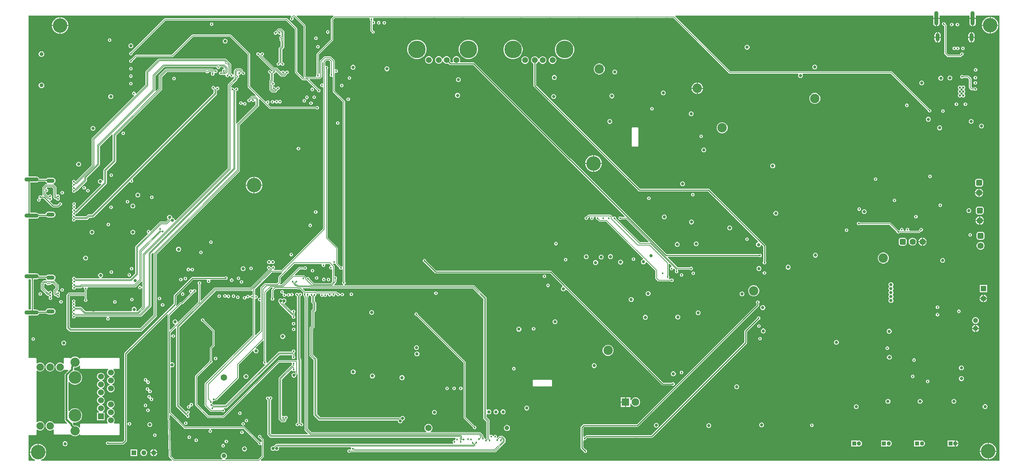
<source format=gbl>
G04*
G04 #@! TF.GenerationSoftware,Altium Limited,Altium Designer,25.1.2 (22)*
G04*
G04 Layer_Physical_Order=8*
G04 Layer_Color=16711680*
%FSLAX43Y43*%
%MOMM*%
G71*
G04*
G04 #@! TF.SameCoordinates,40D48374-329B-4D39-B51B-D84B34E4F720*
G04*
G04*
G04 #@! TF.FilePolarity,Positive*
G04*
G01*
G75*
%ADD10C,0.254*%
%ADD11C,0.200*%
%ADD17C,0.152*%
%ADD137C,1.500*%
%ADD138C,4.500*%
%ADD139C,3.700*%
%ADD140C,1.000*%
%ADD141C,2.400*%
%ADD142C,2.355*%
%ADD143C,1.530*%
%ADD144C,1.905*%
%ADD145C,3.250*%
%ADD146R,1.530X1.530*%
%ADD147C,1.650*%
%ADD148C,1.150*%
%ADD151C,1.600*%
G04:AMPARAMS|DCode=152|XSize=1.6mm|YSize=1.6mm|CornerRadius=0.4mm|HoleSize=0mm|Usage=FLASHONLY|Rotation=0.000|XOffset=0mm|YOffset=0mm|HoleType=Round|Shape=RoundedRectangle|*
%AMROUNDEDRECTD152*
21,1,1.600,0.800,0,0,0.0*
21,1,0.800,1.600,0,0,0.0*
1,1,0.800,0.400,-0.400*
1,1,0.800,-0.400,-0.400*
1,1,0.800,-0.400,0.400*
1,1,0.800,0.400,0.400*
%
%ADD152ROUNDEDRECTD152*%
%ADD153C,1.416*%
%ADD154R,1.416X1.416*%
%ADD155C,1.100*%
%ADD156R,1.100X1.100*%
%ADD157C,1.300*%
G04:AMPARAMS|DCode=158|XSize=1.6mm|YSize=1.6mm|CornerRadius=0.4mm|HoleSize=0mm|Usage=FLASHONLY|Rotation=270.000|XOffset=0mm|YOffset=0mm|HoleType=Round|Shape=RoundedRectangle|*
%AMROUNDEDRECTD158*
21,1,1.600,0.800,0,0,270.0*
21,1,0.800,1.600,0,0,270.0*
1,1,0.800,-0.400,-0.400*
1,1,0.800,-0.400,0.400*
1,1,0.800,0.400,0.400*
1,1,0.800,0.400,-0.400*
%
%ADD158ROUNDEDRECTD158*%
%ADD161R,1.950X1.950*%
%ADD162C,1.950*%
%ADD163R,1.300X1.300*%
%ADD164C,0.457*%
%ADD165C,0.610*%
%ADD166C,0.813*%
%ADD167C,0.600*%
%ADD168C,0.165*%
%ADD181C,0.508*%
%ADD186O,2.100X1.100*%
%ADD187O,3.600X1.100*%
%ADD188O,1.100X3.600*%
%ADD189O,1.100X2.100*%
%ADD190C,0.800*%
G36*
X248833Y1281D02*
X60568D01*
X60492Y1466D01*
X61212Y2186D01*
X61212Y2186D01*
X61274Y2279D01*
X61296Y2388D01*
X61296Y2388D01*
Y6680D01*
X61274Y6789D01*
X61212Y6882D01*
X61212Y6882D01*
X60681Y7413D01*
Y7528D01*
X60615Y7687D01*
X60493Y7808D01*
X60335Y7874D01*
X60163D01*
X60004Y7808D01*
X59883Y7687D01*
X59817Y7528D01*
Y7356D01*
X59883Y7198D01*
X60004Y7076D01*
X60163Y7010D01*
X60278D01*
X60726Y6562D01*
Y6131D01*
X60526Y6049D01*
X60493Y6081D01*
X60335Y6147D01*
X60220D01*
X56457Y9909D01*
X56365Y9971D01*
X56256Y9993D01*
X56256Y9993D01*
X41267D01*
X37573Y13687D01*
Y25075D01*
X37740Y25186D01*
X37776Y25171D01*
X38018D01*
X38242Y25264D01*
X38414Y25436D01*
X38506Y25660D01*
Y25902D01*
X38414Y26126D01*
X38242Y26298D01*
X38018Y26391D01*
X37776D01*
X37740Y26376D01*
X37573Y26487D01*
Y33035D01*
X37771Y33041D01*
X37780Y33018D01*
X37837Y32882D01*
X37958Y32761D01*
X38117Y32695D01*
X38289D01*
X38447Y32761D01*
X38569Y32882D01*
X38635Y33041D01*
Y33212D01*
X38569Y33371D01*
X38447Y33493D01*
X38289Y33558D01*
X38117D01*
X37958Y33493D01*
X37837Y33371D01*
X37780Y33235D01*
X37771Y33213D01*
X37573Y33218D01*
Y33999D01*
X38729Y35155D01*
X38913Y35078D01*
Y15252D01*
X38936Y15140D01*
X38999Y15046D01*
X41227Y12818D01*
X41321Y12755D01*
X41433Y12732D01*
X41453D01*
Y12589D01*
X41519Y12430D01*
X41640Y12309D01*
X41799Y12243D01*
X41970D01*
X42129Y12309D01*
X42251Y12430D01*
X42316Y12589D01*
Y12761D01*
X42251Y12919D01*
X42129Y13041D01*
X42116Y13046D01*
X42111Y13056D01*
X42129Y13257D01*
X42231Y13299D01*
X42352Y13421D01*
X42418Y13579D01*
Y13751D01*
X42352Y13910D01*
X42231Y14031D01*
X42072Y14097D01*
X41900D01*
X41742Y14031D01*
X41620Y13910D01*
X41394Y13888D01*
X39788Y15494D01*
Y35338D01*
X49054Y44603D01*
X58078D01*
X58189Y44625D01*
X58265Y44676D01*
X58384Y44647D01*
X58465Y44613D01*
Y43687D01*
X58353Y43612D01*
X58182D01*
X58023Y43546D01*
X57902Y43425D01*
X57853Y43307D01*
X57835Y43304D01*
X57651Y43312D01*
X57601Y43433D01*
X57479Y43555D01*
X57321Y43620D01*
X57149D01*
X56990Y43555D01*
X56869Y43433D01*
X56819Y43313D01*
X56699Y43250D01*
X56603Y43228D01*
X56474Y43282D01*
X56302D01*
X56143Y43216D01*
X56022Y43094D01*
X55956Y42936D01*
Y42764D01*
X56022Y42605D01*
X56143Y42484D01*
X56302Y42418D01*
X56474D01*
X56633Y42484D01*
X56754Y42605D01*
X56804Y42726D01*
X56924Y42788D01*
X57020Y42810D01*
X57149Y42757D01*
X57321D01*
X57479Y42823D01*
X57601Y42944D01*
X57649Y43061D01*
X57667Y43064D01*
X57851Y43056D01*
X57902Y42935D01*
X58023Y42814D01*
X58182Y42748D01*
X58353D01*
X58465Y42673D01*
Y33320D01*
X46307Y21161D01*
X46245Y21069D01*
X46224Y20960D01*
X46224Y20960D01*
Y15372D01*
X46224Y15372D01*
X46245Y15263D01*
X46307Y15171D01*
X47608Y13870D01*
X47608Y13870D01*
X47700Y13808D01*
X47809Y13787D01*
X47809Y13787D01*
X50627D01*
X50708Y13706D01*
X50867Y13640D01*
X51038D01*
X51197Y13706D01*
X51318Y13827D01*
X51384Y13986D01*
Y14157D01*
X51318Y14316D01*
X51197Y14438D01*
X51086Y14484D01*
X51126Y14684D01*
X51710D01*
X51822Y14706D01*
X51916Y14769D01*
X52635Y15488D01*
X52635Y15488D01*
X65393Y28245D01*
X68568D01*
Y27995D01*
X68493Y27920D01*
X68428Y27761D01*
Y27589D01*
X68493Y27431D01*
X68615Y27309D01*
X68773Y27243D01*
X68945D01*
X69104Y27309D01*
X69225Y27431D01*
X69291Y27589D01*
Y27761D01*
X69225Y27920D01*
X69151Y27995D01*
Y28440D01*
X69129Y28552D01*
X69065Y28646D01*
X69065Y28646D01*
X69104Y28876D01*
X69225Y28997D01*
X69291Y29156D01*
Y29328D01*
X69225Y29486D01*
X69104Y29608D01*
X68945Y29673D01*
X68773D01*
X68615Y29608D01*
X68493Y29486D01*
X68428Y29328D01*
Y29156D01*
X68404Y29120D01*
X65151D01*
X65039Y29098D01*
X64945Y29035D01*
X62176Y26266D01*
X61976Y26349D01*
Y26400D01*
X61910Y26559D01*
X61829Y26640D01*
Y44171D01*
X63130Y45472D01*
X63473D01*
X63549Y45287D01*
X63300Y45037D01*
X63238Y44945D01*
X63216Y44836D01*
X63216Y44836D01*
Y42897D01*
X63134Y42815D01*
X63068Y42656D01*
Y42485D01*
X63134Y42326D01*
X63255Y42204D01*
X63414Y42139D01*
X63586D01*
X63745Y42204D01*
X63866Y42326D01*
X63932Y42485D01*
Y42656D01*
X63866Y42815D01*
X63786Y42895D01*
Y44718D01*
X64232Y45164D01*
X69685D01*
X69706Y45144D01*
X69706Y45144D01*
X69798Y45082D01*
X69907Y45060D01*
X70500D01*
X71299Y44262D01*
X71314Y43997D01*
X71248Y43838D01*
Y43666D01*
X71314Y43508D01*
X71435Y43386D01*
X71473Y43370D01*
Y43253D01*
X71495Y43141D01*
X71559Y43047D01*
X71674Y42932D01*
Y9196D01*
X71696Y9084D01*
X71759Y8990D01*
X72550Y8198D01*
X72474Y8013D01*
X63297D01*
X63091Y8219D01*
Y16807D01*
X63099Y16815D01*
X63103D01*
X63262Y16881D01*
X63383Y17002D01*
X63449Y17161D01*
Y17332D01*
X63383Y17491D01*
X63262Y17613D01*
X63103Y17678D01*
X62932D01*
X62773Y17613D01*
X62754Y17594D01*
X62649Y17493D01*
X62500Y17587D01*
X62341Y17653D01*
X62170D01*
X62011Y17587D01*
X61889Y17466D01*
X61824Y17307D01*
Y17135D01*
X61889Y16977D01*
X62011Y16855D01*
X62170Y16789D01*
X62208D01*
X62216Y16782D01*
Y7977D01*
X62239Y7866D01*
X62302Y7771D01*
X62849Y7224D01*
X62944Y7161D01*
X63055Y7138D01*
X110078D01*
X110161Y6938D01*
X110149Y6927D01*
X110084Y6768D01*
Y6696D01*
X109990Y6562D01*
X109899Y6528D01*
X109795D01*
X109636Y6462D01*
X109514Y6341D01*
X109449Y6182D01*
Y6010D01*
X109514Y5851D01*
X109574Y5792D01*
X109491Y5592D01*
X64586D01*
X64474Y5569D01*
X64380Y5506D01*
X63838Y4965D01*
X63760Y4997D01*
X63520D01*
X63298Y4906D01*
X63128Y4736D01*
X63037Y4514D01*
Y4274D01*
X63128Y4053D01*
X63298Y3883D01*
X63520Y3791D01*
X63760D01*
X63981Y3883D01*
X64091Y3992D01*
X64200Y3883D01*
X64421Y3791D01*
X64661D01*
X64883Y3883D01*
X65053Y4053D01*
X65145Y4274D01*
Y4514D01*
X65130Y4550D01*
X65241Y4717D01*
X83448D01*
X83566Y4517D01*
X83541Y4455D01*
Y4283D01*
X83402Y4137D01*
X83253Y4125D01*
X83252Y4125D01*
X83093Y4191D01*
X82921D01*
X82763Y4125D01*
X82641Y4004D01*
X82575Y3845D01*
Y3673D01*
X82641Y3515D01*
X82763Y3393D01*
X82921Y3327D01*
X83093D01*
X83252Y3393D01*
X83320Y3461D01*
X120238D01*
X120349Y3483D01*
X120444Y3547D01*
X122793Y5896D01*
X122856Y5990D01*
X122878Y6102D01*
Y6802D01*
X122856Y6913D01*
X122793Y7008D01*
X122298Y7502D01*
X122204Y7566D01*
X122092Y7588D01*
X121392D01*
X121281Y7566D01*
X121186Y7502D01*
X120784Y7101D01*
X120635Y7223D01*
X120701Y7382D01*
Y7553D01*
X120635Y7712D01*
X120514Y7834D01*
X120355Y7899D01*
X120183D01*
X120024Y7834D01*
X119903Y7712D01*
X119870Y7632D01*
X119658Y7644D01*
X119619Y7738D01*
X119498Y7859D01*
X119339Y7925D01*
X119167D01*
X119027Y7867D01*
X118936Y7900D01*
X118827Y7960D01*
Y11554D01*
X118805Y11666D01*
X118742Y11760D01*
X118109Y12392D01*
Y13171D01*
X118309Y13254D01*
X118313Y13250D01*
X118537Y13157D01*
X118780D01*
X119004Y13250D01*
X119175Y13422D01*
X119268Y13646D01*
Y13888D01*
X119175Y14112D01*
X119004Y14284D01*
X118780Y14376D01*
X118537D01*
X118313Y14284D01*
X118309Y14280D01*
X118109Y14363D01*
Y42806D01*
X118087Y42917D01*
X118024Y43012D01*
X115030Y46005D01*
X114936Y46069D01*
X114824Y46091D01*
X81869D01*
X81829Y46291D01*
X81944Y46338D01*
X82065Y46460D01*
X82131Y46618D01*
Y46790D01*
X82065Y46949D01*
X81984Y47030D01*
Y92983D01*
X81962Y93092D01*
X81900Y93184D01*
X81900Y93184D01*
X79407Y95678D01*
Y100188D01*
X79607Y100320D01*
X79645Y100305D01*
X79816D01*
X79975Y100370D01*
X80097Y100492D01*
X80162Y100651D01*
Y100822D01*
X80097Y100981D01*
X79975Y101102D01*
X79816Y101168D01*
X79645D01*
X79607Y101153D01*
X79407Y101285D01*
Y103307D01*
X79407Y103307D01*
X79385Y103416D01*
X79324Y103508D01*
X78465Y104367D01*
X78373Y104429D01*
X78264Y104450D01*
X78264Y104450D01*
X76755D01*
X76646Y104429D01*
X76554Y104367D01*
X76554Y104367D01*
X75644Y103457D01*
X75582Y103365D01*
X75561Y103256D01*
X75561Y103256D01*
Y100142D01*
X75361Y100044D01*
X75318Y100077D01*
Y104967D01*
X78866Y108516D01*
X78866Y108516D01*
X78928Y108608D01*
X78950Y108717D01*
Y113831D01*
X79418Y114300D01*
X88202D01*
X88318Y114100D01*
X88292Y114035D01*
Y113864D01*
X88357Y113705D01*
X88439Y113624D01*
Y111117D01*
X88439Y111117D01*
X88460Y111008D01*
X88522Y110915D01*
X88859Y110578D01*
X88868Y110532D01*
X88941Y110423D01*
X89051Y110350D01*
X89179Y110324D01*
X89308Y110350D01*
X89417Y110423D01*
X89430Y110435D01*
X89503Y110544D01*
X89529Y110673D01*
X89503Y110802D01*
X89430Y110911D01*
X89321Y110984D01*
X89243Y111000D01*
X89008Y111235D01*
Y112634D01*
X89144Y112725D01*
X89316D01*
X89475Y112791D01*
X89596Y112912D01*
X89662Y113071D01*
Y113243D01*
X89596Y113402D01*
X89475Y113523D01*
X89316Y113589D01*
X89241D01*
X89229Y113598D01*
X89120Y113779D01*
X89155Y113864D01*
Y114035D01*
X89129Y114100D01*
X89245Y114300D01*
X165720D01*
X179815Y100205D01*
X179815Y100205D01*
X179907Y100143D01*
X180016Y100121D01*
X197452D01*
X197514Y100009D01*
X197545Y99921D01*
X197460Y99715D01*
Y99472D01*
X197552Y99248D01*
X197724Y99077D01*
X197948Y98984D01*
X198190D01*
X198415Y99077D01*
X198586Y99248D01*
X198679Y99472D01*
Y99715D01*
X198593Y99921D01*
X198624Y100009D01*
X198686Y100121D01*
X221088D01*
X230545Y90664D01*
Y90549D01*
X230611Y90390D01*
X230733Y90269D01*
X230891Y90203D01*
X231063D01*
X231222Y90269D01*
X231343Y90390D01*
X231409Y90549D01*
Y90721D01*
X231343Y90879D01*
X231222Y91001D01*
X231063Y91067D01*
X230948D01*
X221407Y100608D01*
X221315Y100669D01*
X221206Y100691D01*
X221206Y100691D01*
X180134D01*
X166126Y114699D01*
X166209Y114899D01*
X231923D01*
Y114351D01*
X232734D01*
X233545D01*
Y114899D01*
X241163D01*
Y114351D01*
X241974D01*
X242785D01*
Y114899D01*
X248833D01*
Y1281D01*
D02*
G37*
G36*
X79011Y114699D02*
X78464Y114151D01*
X78402Y114058D01*
X78380Y113949D01*
X78380Y113949D01*
Y108835D01*
X74831Y105286D01*
X74770Y105194D01*
X74748Y105085D01*
X74748Y105085D01*
Y99924D01*
X74667Y99843D01*
X74601Y99684D01*
Y99513D01*
X74617Y99474D01*
X74486Y99274D01*
X72306D01*
X71965Y99615D01*
Y112273D01*
X71943Y112382D01*
X71881Y112474D01*
X71881Y112474D01*
X69642Y114714D01*
X69719Y114899D01*
X78929D01*
X79011Y114699D01*
D02*
G37*
G36*
X68224Y114717D02*
X68225Y114699D01*
X68206Y114603D01*
X68206Y114603D01*
Y114457D01*
X68159Y114437D01*
X68037Y114316D01*
X67972Y114157D01*
Y113986D01*
X68037Y113827D01*
X68159Y113705D01*
X68318Y113640D01*
X68489D01*
X68648Y113705D01*
X68769Y113827D01*
X68835Y113986D01*
Y114157D01*
X68776Y114301D01*
Y114485D01*
X68839Y114549D01*
X69002D01*
X71395Y112155D01*
Y99497D01*
X71395Y99497D01*
X71417Y99388D01*
X71479Y99295D01*
X71591Y99183D01*
X71518Y98999D01*
X71354Y98982D01*
X69780Y100556D01*
Y111536D01*
X69780Y111536D01*
X69759Y111645D01*
X69697Y111738D01*
X69697Y111738D01*
X67309Y114125D01*
X67217Y114187D01*
X67108Y114209D01*
X67108Y114209D01*
X36104D01*
X35995Y114187D01*
X35903Y114125D01*
X35903Y114125D01*
X27409Y105631D01*
X27294D01*
X27135Y105566D01*
X27014Y105444D01*
X26948Y105286D01*
Y105114D01*
X27014Y104955D01*
X27135Y104834D01*
X27294Y104768D01*
X27466D01*
X27625Y104834D01*
X27746Y104955D01*
X27812Y105114D01*
Y105229D01*
X36222Y113639D01*
X66990D01*
X69211Y111418D01*
Y100438D01*
X69211Y100438D01*
X69232Y100329D01*
X69294Y100236D01*
X71043Y98487D01*
X71043Y98487D01*
X71135Y98426D01*
X71244Y98404D01*
X71244Y98404D01*
X72243D01*
X74880Y95767D01*
Y95652D01*
X74946Y95493D01*
X75068Y95372D01*
X75226Y95306D01*
X75398D01*
X75557Y95372D01*
X75678Y95493D01*
X75744Y95652D01*
Y95823D01*
X75678Y95982D01*
X75557Y96104D01*
X75398Y96169D01*
X75283D01*
X72934Y98519D01*
X73010Y98704D01*
X75490D01*
X75490Y98704D01*
X75599Y98726D01*
X75691Y98787D01*
X76047Y99143D01*
X76047Y99143D01*
X76109Y99235D01*
X76130Y99344D01*
X76130Y99344D01*
Y102982D01*
X76174Y103011D01*
X76374Y102904D01*
Y97669D01*
X76174Y97535D01*
X76160Y97541D01*
X75988D01*
X75830Y97475D01*
X75708Y97354D01*
X75642Y97195D01*
Y97023D01*
X75708Y96865D01*
X75830Y96743D01*
X75988Y96677D01*
X76160D01*
X76174Y96683D01*
X76374Y96549D01*
Y60524D01*
X65796Y49947D01*
X63927D01*
X63783Y50147D01*
X63789Y50165D01*
X63948Y50231D01*
X64069Y50352D01*
X64135Y50511D01*
Y50683D01*
X64069Y50841D01*
X63948Y50963D01*
X63789Y51029D01*
X63617D01*
X63459Y50963D01*
X63337Y50841D01*
X63288Y50723D01*
X63263Y50718D01*
X63168Y50655D01*
X63132Y50618D01*
X63095Y50655D01*
X63000Y50718D01*
X62975Y50723D01*
X62926Y50841D01*
X62805Y50963D01*
X62646Y51029D01*
X62474D01*
X62316Y50963D01*
X62194Y50841D01*
X62128Y50683D01*
Y50511D01*
X62194Y50352D01*
X62316Y50231D01*
X62356Y49998D01*
X57836Y45478D01*
X48812D01*
X48700Y45456D01*
X48606Y45393D01*
X45351Y42138D01*
X45167Y42215D01*
Y46334D01*
X45248Y46415D01*
X45314Y46574D01*
Y46746D01*
X45248Y46904D01*
X45126Y47026D01*
X44968Y47092D01*
X44796D01*
X44637Y47026D01*
X44516Y46904D01*
X44450Y46746D01*
Y46574D01*
X44516Y46415D01*
X44597Y46334D01*
Y41829D01*
X39468Y36700D01*
X39268Y36783D01*
Y36850D01*
X39176Y37074D01*
X39004Y37245D01*
X38780Y37338D01*
X38538D01*
X38313Y37245D01*
X38142Y37074D01*
X38049Y36850D01*
Y36607D01*
X38142Y36383D01*
X38313Y36212D01*
X38538Y36119D01*
X38604D01*
X38687Y35919D01*
X37504Y34736D01*
X37319Y34812D01*
Y38313D01*
X40220Y41214D01*
X40457D01*
X40457Y41214D01*
X40566Y41235D01*
X40659Y41297D01*
X43583Y44221D01*
X43698D01*
X43856Y44287D01*
X43978Y44409D01*
X44044Y44567D01*
Y44739D01*
X43978Y44898D01*
X43856Y45019D01*
X43698Y45085D01*
X43526D01*
X43367Y45019D01*
X43246Y44898D01*
X43234Y44870D01*
X43154Y44850D01*
X43010Y44850D01*
X42917Y44943D01*
X42758Y45009D01*
X42586D01*
X42427Y44943D01*
X42306Y44822D01*
X42240Y44663D01*
Y44491D01*
X42306Y44332D01*
X42427Y44211D01*
X42467Y44194D01*
X42516Y43960D01*
X40339Y41783D01*
X40102D01*
X40102Y41783D01*
X39993Y41762D01*
X39900Y41700D01*
X39900Y41700D01*
X39044Y40844D01*
X38888Y40971D01*
X38944Y41055D01*
X38970Y41184D01*
Y43244D01*
X43243Y47516D01*
X46725D01*
X46771Y47461D01*
X46834Y47317D01*
X46787Y47203D01*
Y47031D01*
X46853Y46872D01*
X46974Y46751D01*
X47133Y46685D01*
X47304D01*
X47463Y46751D01*
X47585Y46872D01*
X47650Y47031D01*
Y47203D01*
X47603Y47317D01*
X47667Y47461D01*
X47713Y47516D01*
X51446D01*
X51552Y47473D01*
X51724D01*
X51883Y47538D01*
X52004Y47660D01*
X52070Y47819D01*
Y47990D01*
X52004Y48149D01*
X51883Y48270D01*
X51724Y48336D01*
X51552D01*
X51394Y48270D01*
X51313Y48190D01*
X43103D01*
X42975Y48164D01*
X42865Y48091D01*
X38395Y43621D01*
X38322Y43512D01*
X38297Y43383D01*
Y41323D01*
X25822Y28849D01*
X25749Y28740D01*
X25724Y28611D01*
Y6566D01*
X25261Y6102D01*
X21762D01*
X21733Y6132D01*
X21574Y6198D01*
X21403D01*
X21244Y6132D01*
X21122Y6010D01*
X21057Y5852D01*
Y5680D01*
X21122Y5521D01*
X21244Y5400D01*
X21403Y5334D01*
X21574D01*
X21733Y5400D01*
X21762Y5429D01*
X25400D01*
X25529Y5455D01*
X25638Y5528D01*
X26298Y6188D01*
X26371Y6297D01*
X26397Y6426D01*
X26397Y6426D01*
Y10600D01*
X26594Y10608D01*
X26603Y10586D01*
X26660Y10449D01*
X26781Y10327D01*
X26940Y10262D01*
X27111D01*
X27270Y10327D01*
X27392Y10449D01*
X27457Y10608D01*
Y10779D01*
X27392Y10938D01*
X27270Y11059D01*
X27111Y11125D01*
X26940D01*
X26781Y11059D01*
X26660Y10938D01*
X26603Y10801D01*
X26594Y10779D01*
X26397Y10787D01*
Y28471D01*
X36661Y38735D01*
X36816Y38607D01*
X36771Y38540D01*
X36750Y38431D01*
X36750Y38431D01*
Y38303D01*
Y13463D01*
X36750Y13460D01*
X36750Y13456D01*
X36750Y13453D01*
X36750Y13453D01*
X36750Y13453D01*
X37059Y2424D01*
X37071Y2374D01*
X37081Y2323D01*
X37083Y2320D01*
X37084Y2316D01*
X37114Y2274D01*
X37143Y2231D01*
X37908Y1466D01*
X37831Y1281D01*
X4507D01*
X4467Y1481D01*
X4730Y1590D01*
X5075Y1820D01*
X5368Y2113D01*
X5598Y2458D01*
X5757Y2841D01*
X5838Y3247D01*
Y3327D01*
X3734D01*
X1630D01*
Y3247D01*
X1711Y2841D01*
X1869Y2458D01*
X2100Y2113D01*
X2393Y1820D01*
X2737Y1590D01*
X3000Y1481D01*
X2960Y1281D01*
X1281D01*
Y7819D01*
X3099D01*
X3178Y7835D01*
X3245Y7880D01*
X3290Y7947D01*
X3306Y8026D01*
Y9179D01*
X3506Y9261D01*
X3532Y9235D01*
X3796Y9083D01*
X4090Y9004D01*
X4394D01*
X4688Y9083D01*
X4951Y9235D01*
X5167Y9450D01*
X5319Y9714D01*
X5398Y10008D01*
Y10312D01*
X5319Y10606D01*
X5167Y10870D01*
X4951Y11085D01*
X4688Y11237D01*
X4394Y11316D01*
X4090D01*
X3796Y11237D01*
X3532Y11085D01*
X3506Y11059D01*
X3306Y11141D01*
Y24215D01*
X3506Y24298D01*
X3532Y24272D01*
X3796Y24120D01*
X4090Y24041D01*
X4394D01*
X4688Y24120D01*
X4951Y24272D01*
X5167Y24487D01*
X5319Y24751D01*
X5398Y25045D01*
Y25349D01*
X5319Y25643D01*
X5167Y25906D01*
X4951Y26122D01*
X4688Y26274D01*
X4394Y26352D01*
X4090D01*
X3796Y26274D01*
X3532Y26122D01*
X3506Y26095D01*
X3306Y26178D01*
Y27330D01*
X3290Y27410D01*
X3245Y27477D01*
X3178Y27522D01*
X3099Y27538D01*
X1281D01*
Y38339D01*
X3300D01*
X3496Y38365D01*
X3680Y38441D01*
X3837Y38562D01*
X3958Y38719D01*
X4034Y38902D01*
X4035Y38912D01*
X5834D01*
X5873Y38862D01*
X6030Y38741D01*
X6213Y38665D01*
X6410Y38639D01*
X7410D01*
X7606Y38665D01*
X7790Y38741D01*
X7947Y38862D01*
X8068Y39019D01*
X8144Y39202D01*
X8170Y39399D01*
X8144Y39595D01*
X8068Y39779D01*
X7947Y39936D01*
X7790Y40057D01*
X7606Y40133D01*
X7410Y40159D01*
X6410D01*
X6213Y40133D01*
X6030Y40057D01*
X5873Y39936D01*
X5752Y39779D01*
X5676Y39595D01*
X5675Y39585D01*
X3876D01*
X3837Y39636D01*
X3680Y39757D01*
X3496Y39833D01*
X3300Y39859D01*
X2597D01*
Y47579D01*
X3300D01*
X3496Y47605D01*
X3680Y47681D01*
X3837Y47802D01*
X3876Y47852D01*
X5675D01*
X5676Y47842D01*
X5752Y47659D01*
X5859Y47520D01*
X5843Y47443D01*
X5781Y47320D01*
X5213D01*
X5101Y47297D01*
X5007Y47234D01*
X4531Y46758D01*
X4468Y46664D01*
X4446Y46552D01*
Y45161D01*
X4468Y45049D01*
X4531Y44955D01*
X6004Y43482D01*
X6098Y43419D01*
X6210Y43397D01*
X6417D01*
X6425Y43389D01*
Y43384D01*
X6491Y43226D01*
X6609Y43107D01*
X6505Y43004D01*
X6439Y42845D01*
Y42673D01*
X6505Y42514D01*
X6627Y42393D01*
X6785Y42327D01*
X6957D01*
X7116Y42393D01*
X7237Y42514D01*
X7303Y42673D01*
Y42845D01*
X7237Y43004D01*
X7119Y43122D01*
X7223Y43226D01*
X7288Y43384D01*
Y43556D01*
X7223Y43715D01*
X7250Y43936D01*
X7316Y44095D01*
Y44267D01*
X7250Y44425D01*
X7128Y44547D01*
X6970Y44613D01*
X6798D01*
X6639Y44547D01*
X6518Y44425D01*
X6300Y44423D01*
X5321Y45402D01*
Y46311D01*
X5455Y46445D01*
X5588D01*
X5588Y46445D01*
X5813D01*
X5838Y46321D01*
X5930Y46182D01*
X6049Y46103D01*
X6068Y46090D01*
X6231Y46058D01*
X6394Y46090D01*
X6414Y46103D01*
X6532Y46182D01*
X6575Y46191D01*
X6596Y46177D01*
X6758Y46145D01*
X6921Y46177D01*
X6941Y46190D01*
X7060Y46270D01*
X7152Y46408D01*
X7159Y46445D01*
X7430D01*
X7430Y46445D01*
X7499D01*
X8141Y45803D01*
Y45354D01*
X7717Y44929D01*
X7686Y44882D01*
X7654Y44835D01*
X7654Y44835D01*
X7654Y44835D01*
X7644Y44784D01*
X7632Y44723D01*
Y43841D01*
X7643Y43783D01*
X7654Y43730D01*
X7654Y43730D01*
X7654Y43730D01*
X7686Y43682D01*
X7717Y43635D01*
X7985Y43367D01*
X7985Y43367D01*
X7985Y43367D01*
X8032Y43336D01*
X8079Y43304D01*
X8079Y43304D01*
X8079Y43304D01*
X8133Y43294D01*
X8191Y43282D01*
X8191Y43282D01*
X8191Y43282D01*
X8400D01*
X8407Y43274D01*
Y43246D01*
X8473Y43088D01*
X8595Y42966D01*
X8753Y42901D01*
X8925D01*
X9084Y42966D01*
X9205Y43088D01*
X9271Y43246D01*
Y43418D01*
X9205Y43577D01*
X9104Y43678D01*
X9109Y43703D01*
X9231Y43824D01*
X9296Y43983D01*
Y44155D01*
X9231Y44314D01*
X9109Y44435D01*
X8951Y44501D01*
X8809D01*
X8749Y44581D01*
X8711Y44686D01*
X8931Y44906D01*
X8994Y45001D01*
Y45001D01*
X8994Y45001D01*
X9008Y45068D01*
X9016Y45112D01*
Y46044D01*
X8994Y46156D01*
X8931Y46250D01*
X7947Y47234D01*
X7936Y47241D01*
X7910Y47346D01*
X7911Y47465D01*
X7916Y47478D01*
X7947Y47502D01*
X8068Y47659D01*
X8144Y47842D01*
X8170Y48039D01*
X8144Y48235D01*
X8068Y48419D01*
X7947Y48576D01*
X7790Y48697D01*
X7606Y48773D01*
X7410Y48798D01*
X6410D01*
X6213Y48773D01*
X6030Y48697D01*
X5873Y48576D01*
X5834Y48525D01*
X4035D01*
X4034Y48535D01*
X3958Y48719D01*
X3837Y48876D01*
X3680Y48997D01*
X3496Y49073D01*
X3300Y49099D01*
X1281D01*
Y63056D01*
X3297D01*
X3493Y63082D01*
X3677Y63157D01*
X3834Y63278D01*
X3955Y63436D01*
X4031Y63619D01*
X4032Y63629D01*
X5831D01*
X5870Y63578D01*
X6027Y63458D01*
X6210Y63382D01*
X6407Y63356D01*
X7407D01*
X7603Y63382D01*
X7787Y63458D01*
X7944Y63578D01*
X8065Y63736D01*
X8141Y63919D01*
X8167Y64115D01*
X8141Y64312D01*
X8065Y64495D01*
X7944Y64653D01*
X7787Y64773D01*
X7603Y64849D01*
X7407Y64875D01*
X6407D01*
X6210Y64849D01*
X6027Y64773D01*
X5870Y64653D01*
X5749Y64495D01*
X5673Y64312D01*
X5672Y64302D01*
X3873D01*
X3834Y64353D01*
X3677Y64473D01*
X3493Y64549D01*
X3297Y64575D01*
X1734D01*
Y72296D01*
X3297D01*
X3493Y72322D01*
X3677Y72397D01*
X3834Y72518D01*
X3873Y72569D01*
X5672D01*
X5673Y72559D01*
X5749Y72376D01*
X5870Y72218D01*
X6015Y72107D01*
X6016Y72086D01*
X5915Y71907D01*
X5746D01*
X5635Y71885D01*
X5540Y71821D01*
X4951Y71232D01*
X4888Y71138D01*
X4866Y71026D01*
Y69245D01*
X4888Y69133D01*
X4907Y69105D01*
X4819Y68905D01*
X4539D01*
X4509Y68934D01*
X4350Y69000D01*
X4179D01*
X4020Y68934D01*
X3899Y68813D01*
X3833Y68654D01*
Y68482D01*
X3847Y68448D01*
X3850Y68287D01*
X3747Y68207D01*
X3692Y68184D01*
X3571Y68063D01*
X3505Y67904D01*
Y67732D01*
X3571Y67573D01*
X3692Y67452D01*
X3851Y67386D01*
X4023D01*
X4182Y67452D01*
X4303Y67573D01*
X4369Y67732D01*
Y67904D01*
X4355Y67938D01*
X4351Y68100D01*
X4455Y68180D01*
X4509Y68202D01*
X4539Y68232D01*
X5130D01*
X7267Y66096D01*
X7376Y66023D01*
X7505Y65997D01*
X8930D01*
X9059Y66023D01*
X9168Y66096D01*
X9442Y66370D01*
X9484D01*
X9643Y66436D01*
X9764Y66557D01*
X9830Y66716D01*
Y66888D01*
X9764Y67047D01*
X9643Y67168D01*
X9484Y67234D01*
X9312D01*
X9153Y67168D01*
X9032Y67047D01*
X8966Y66888D01*
Y66846D01*
X8790Y66670D01*
X7644D01*
X6848Y67466D01*
X6931Y67666D01*
X6944D01*
X7102Y67732D01*
X7224Y67853D01*
X7289Y68012D01*
Y68184D01*
X7224Y68342D01*
X7199Y68564D01*
X7218Y68610D01*
X7264Y68723D01*
Y68894D01*
X7199Y69053D01*
X7077Y69175D01*
X6919Y69240D01*
X6747D01*
X6588Y69175D01*
X6467Y69053D01*
X6464Y69047D01*
X6228Y69000D01*
X5741Y69487D01*
Y69738D01*
X5898Y69842D01*
X6066Y69875D01*
X6081Y69885D01*
X6209Y69971D01*
X6295Y70099D01*
X6305Y70114D01*
X6338Y70282D01*
X6305Y70451D01*
X6295Y70465D01*
X6209Y70594D01*
X6081Y70679D01*
X6066Y70689D01*
X5959Y70710D01*
X5890Y70888D01*
X6026Y71032D01*
X7289D01*
X7583Y70738D01*
Y68590D01*
X7605Y68479D01*
X7668Y68384D01*
X7957Y68095D01*
X8051Y68032D01*
X8163Y68010D01*
X8372D01*
X8379Y68002D01*
Y67975D01*
X8445Y67816D01*
X8567Y67694D01*
X8725Y67629D01*
X8897D01*
X9056Y67694D01*
X9177Y67816D01*
X9243Y67975D01*
Y68146D01*
X9177Y68305D01*
X9173Y68522D01*
X9203Y68552D01*
X9268Y68711D01*
Y68883D01*
X9203Y69042D01*
X9081Y69163D01*
X8922Y69229D01*
X8751D01*
X8658Y69190D01*
X8488Y69275D01*
X8458Y69307D01*
Y70980D01*
X8435Y71092D01*
X8372Y71186D01*
X7737Y71821D01*
X7701Y71846D01*
X7700Y72047D01*
X7706Y72064D01*
X7787Y72098D01*
X7944Y72218D01*
X8065Y72376D01*
X8141Y72559D01*
X8167Y72755D01*
X8141Y72952D01*
X8065Y73135D01*
X7944Y73293D01*
X7787Y73413D01*
X7603Y73489D01*
X7407Y73515D01*
X6407D01*
X6210Y73489D01*
X6027Y73413D01*
X5870Y73293D01*
X5831Y73242D01*
X4032D01*
X4031Y73252D01*
X3955Y73435D01*
X3834Y73593D01*
X3677Y73713D01*
X3493Y73789D01*
X3297Y73815D01*
X1281D01*
Y114899D01*
X68112D01*
X68224Y114717D01*
D02*
G37*
G36*
X79419Y51579D02*
X79514Y51538D01*
X79587Y51490D01*
X79594Y51453D01*
X79656Y51361D01*
X80518Y50499D01*
Y50384D01*
X80584Y50225D01*
X80705Y50104D01*
X80864Y50038D01*
X81036D01*
X81194Y50104D01*
X81214Y50123D01*
X81414Y50041D01*
Y47030D01*
X81333Y46949D01*
X81267Y46790D01*
Y46618D01*
X81333Y46460D01*
X81454Y46338D01*
X81569Y46291D01*
X81529Y46091D01*
X79267D01*
X79190Y46276D01*
X79679Y46765D01*
X79679Y46765D01*
X79741Y46857D01*
X79763Y46966D01*
Y47604D01*
X79844Y47685D01*
X79910Y47844D01*
Y48016D01*
X79844Y48174D01*
X79722Y48296D01*
X79564Y48362D01*
X79392D01*
X79280Y48436D01*
Y50932D01*
X79280Y50932D01*
X79258Y51041D01*
X79197Y51133D01*
X79197Y51133D01*
X78956Y51374D01*
X79070Y51543D01*
X79086Y51537D01*
X79258D01*
X79373Y51584D01*
X79419Y51579D01*
D02*
G37*
G36*
X78228Y103138D02*
Y100051D01*
X78147Y99970D01*
X78081Y99811D01*
Y99640D01*
X78147Y99481D01*
X78268Y99359D01*
X78427Y99294D01*
X78598D01*
X78637Y99310D01*
X78837Y99178D01*
Y95560D01*
X78837Y95560D01*
X78859Y95451D01*
X78921Y95358D01*
X81414Y92865D01*
Y50899D01*
X81214Y50816D01*
X81194Y50836D01*
X81036Y50902D01*
X80921D01*
X80142Y51680D01*
Y55531D01*
X80121Y55640D01*
X80059Y55732D01*
X80059Y55732D01*
X77527Y58264D01*
Y101249D01*
X77609Y101331D01*
X77674Y101489D01*
Y101661D01*
X77609Y101820D01*
X77487Y101941D01*
X77328Y102007D01*
X77157D01*
X77143Y102001D01*
X76943Y102135D01*
Y103138D01*
X77284Y103479D01*
X77887D01*
X78228Y103138D01*
D02*
G37*
G36*
X78297Y51228D02*
X78297Y51173D01*
X78238Y51004D01*
X78140Y50963D01*
X78018Y50841D01*
X77953Y50683D01*
Y50511D01*
X78018Y50352D01*
X78140Y50231D01*
X78299Y50165D01*
X78470D01*
X78510Y50182D01*
X78710Y50051D01*
Y46961D01*
X78348Y46599D01*
X74048D01*
X72923Y47723D01*
Y47838D01*
X72858Y47997D01*
X72736Y48118D01*
X72577Y48184D01*
X72406D01*
X72247Y48118D01*
X72183Y48054D01*
X71699Y48538D01*
X71607Y48599D01*
X71498Y48621D01*
X71498Y48621D01*
X69220D01*
X69144Y48806D01*
X70503Y50165D01*
X71507D01*
X71588Y50083D01*
X71747Y50018D01*
X71918D01*
X72077Y50083D01*
X72198Y50205D01*
X72264Y50364D01*
Y50535D01*
X72198Y50694D01*
X72077Y50815D01*
X71918Y50881D01*
X71747D01*
X71588Y50815D01*
X71507Y50734D01*
X70385D01*
X70385Y50734D01*
X70276Y50713D01*
X70183Y50651D01*
X65828Y46296D01*
X65396D01*
X65320Y46480D01*
X65506Y46667D01*
X65506Y46667D01*
X65568Y46759D01*
X65589Y46868D01*
Y47995D01*
X69099Y51504D01*
X75931D01*
X76063Y51304D01*
X76048Y51267D01*
Y51095D01*
X76113Y50936D01*
X76235Y50815D01*
X76394Y50749D01*
X76565D01*
X76724Y50815D01*
X76845Y50936D01*
X76911Y51095D01*
Y51267D01*
X76896Y51304D01*
X77028Y51504D01*
X78020D01*
X78297Y51228D01*
D02*
G37*
G36*
X65937Y49304D02*
X65974Y49185D01*
X65103Y48314D01*
X65041Y48222D01*
X65020Y48113D01*
X65020Y48113D01*
Y46986D01*
X64583Y46550D01*
X61501D01*
X61501Y46550D01*
X61392Y46528D01*
X61300Y46466D01*
X60506Y45672D01*
X60444Y45580D01*
X60422Y45471D01*
X60422Y45471D01*
Y42951D01*
X60309Y42875D01*
X60137D01*
X59979Y42809D01*
X59857Y42688D01*
X59792Y42529D01*
Y42358D01*
X59857Y42199D01*
X59979Y42077D01*
X60137Y42012D01*
X60309D01*
X60422Y41936D01*
Y34515D01*
X59235Y33327D01*
X59035Y33410D01*
Y42507D01*
X59235Y42641D01*
X59236Y42640D01*
X59408D01*
X59566Y42706D01*
X59688Y42827D01*
X59754Y42986D01*
Y43158D01*
X59688Y43317D01*
X59566Y43438D01*
X59408Y43504D01*
X59236D01*
X59235Y43504D01*
X59035Y43637D01*
Y45080D01*
X63332Y49377D01*
X65883D01*
X65937Y49304D01*
D02*
G37*
G36*
X73066Y45301D02*
X73161Y45238D01*
X73272Y45216D01*
X114582D01*
X117234Y42564D01*
Y12151D01*
X117257Y12039D01*
X117320Y11945D01*
X117952Y11312D01*
Y6883D01*
X117926Y6858D01*
X117821D01*
X117728Y6819D01*
X117699Y6828D01*
X117558Y6925D01*
X117543Y6943D01*
Y7048D01*
X117477Y7206D01*
X117356Y7328D01*
X117222Y7383D01*
X117222Y7384D01*
Y7662D01*
X117200Y7773D01*
X117136Y7868D01*
X116517Y8487D01*
X116422Y8550D01*
X116311Y8572D01*
X103853D01*
X103799Y8772D01*
X103883Y8821D01*
X104075Y9012D01*
X104210Y9247D01*
X104280Y9508D01*
Y9779D01*
X104210Y10041D01*
X104075Y10275D01*
X103883Y10467D01*
X103649Y10602D01*
X103387Y10672D01*
X103116D01*
X102855Y10602D01*
X102620Y10467D01*
X102429Y10275D01*
X102294Y10041D01*
X102224Y9779D01*
Y9508D01*
X102294Y9247D01*
X102429Y9012D01*
X102620Y8821D01*
X102705Y8772D01*
X102651Y8572D01*
X73413D01*
X72549Y9437D01*
Y42932D01*
X72572Y42956D01*
X72635Y43050D01*
X72658Y43162D01*
Y43306D01*
X72696Y43322D01*
X72817Y43443D01*
X73028Y43430D01*
X73050Y43376D01*
X73172Y43254D01*
X73331Y43188D01*
X73385D01*
X73393Y43180D01*
Y41780D01*
X73415Y41669D01*
X73478Y41574D01*
X73748Y41304D01*
Y39989D01*
X73453Y39694D01*
X73390Y39599D01*
X73367Y39488D01*
Y35734D01*
X73011Y35377D01*
X72947Y35283D01*
X72925Y35171D01*
Y28159D01*
X72947Y28048D01*
X73011Y27953D01*
X73992Y26972D01*
Y12933D01*
X74014Y12822D01*
X74077Y12727D01*
X75185Y11620D01*
X75279Y11557D01*
X75391Y11535D01*
X95434D01*
Y11361D01*
X95526Y11139D01*
X95696Y10969D01*
X95917Y10878D01*
X96157D01*
X96379Y10969D01*
X96549Y11139D01*
X96641Y11361D01*
Y11515D01*
X96795D01*
X97017Y11607D01*
X97186Y11777D01*
X97278Y11998D01*
Y12238D01*
X97186Y12460D01*
X97017Y12630D01*
X96795Y12722D01*
X96555D01*
X96333Y12630D01*
X96164Y12460D01*
X96143Y12410D01*
X75632D01*
X74867Y13175D01*
Y27213D01*
X74845Y27325D01*
X74782Y27420D01*
X73800Y28401D01*
Y34929D01*
X74157Y35286D01*
X74220Y35381D01*
X74242Y35492D01*
Y39246D01*
X74538Y39542D01*
X74601Y39636D01*
X74623Y39748D01*
Y41546D01*
X74601Y41657D01*
X74538Y41752D01*
X74268Y42022D01*
Y43198D01*
X74276Y43205D01*
X74330D01*
X74489Y43271D01*
X74610Y43393D01*
X74676Y43551D01*
Y43723D01*
X74768Y43860D01*
X75556D01*
X75690Y43660D01*
X75677Y43630D01*
Y43458D01*
X75743Y43299D01*
X75864Y43178D01*
X76023Y43112D01*
X76195D01*
X76353Y43178D01*
X76401Y43225D01*
X76512Y43285D01*
X76661Y43226D01*
X76692Y43195D01*
X76851Y43129D01*
X77022D01*
X77181Y43195D01*
X77303Y43316D01*
X77368Y43475D01*
Y43647D01*
X77485Y43712D01*
X77648Y43577D01*
X77714Y43418D01*
X77835Y43297D01*
X77994Y43231D01*
X78165D01*
X78324Y43297D01*
X78446Y43418D01*
X78454Y43438D01*
X78670D01*
X78679Y43418D01*
X78800Y43297D01*
X78959Y43231D01*
X79131D01*
X79289Y43297D01*
X79411Y43418D01*
X79477Y43577D01*
Y43748D01*
X79513Y43803D01*
X79635Y43811D01*
X79807Y43649D01*
Y43628D01*
X79873Y43469D01*
X79994Y43347D01*
X80153Y43282D01*
X80324D01*
X80483Y43347D01*
X80605Y43469D01*
X80654Y43588D01*
X80771Y43596D01*
X80855Y43585D01*
X80914Y43443D01*
X81035Y43322D01*
X81194Y43256D01*
X81366D01*
X81525Y43322D01*
X81646Y43443D01*
X81712Y43602D01*
Y43774D01*
X81646Y43933D01*
X81525Y44054D01*
X81366Y44120D01*
X81194D01*
X81035Y44054D01*
X80914Y43933D01*
X80865Y43813D01*
X80748Y43805D01*
X80663Y43816D01*
X80605Y43958D01*
X80483Y44079D01*
X80324Y44145D01*
X80210D01*
X80008Y44347D01*
X79916Y44408D01*
X79807Y44430D01*
X79807Y44430D01*
X74613D01*
X74607Y44436D01*
X74514Y44498D01*
X74405Y44520D01*
X74405Y44520D01*
X71847D01*
X71237Y45129D01*
X71314Y45314D01*
X73053D01*
X73066Y45301D01*
D02*
G37*
G36*
X1924Y39859D02*
X1281D01*
Y47579D01*
X1924D01*
Y39859D01*
D02*
G37*
G36*
X61259Y31872D02*
Y26640D01*
X61178Y26559D01*
X61112Y26400D01*
Y26229D01*
X61178Y26070D01*
X61300Y25948D01*
X61458Y25883D01*
X61510D01*
X61592Y25683D01*
X51469Y15559D01*
X50505D01*
X50504Y15559D01*
X48344D01*
X48326Y15576D01*
X48270Y15711D01*
X48149Y15833D01*
X48162Y16044D01*
X48169Y16051D01*
X48235Y16210D01*
Y16381D01*
X48377Y16535D01*
X48549D01*
X48708Y16601D01*
X48789Y16682D01*
X49094D01*
X49094Y16682D01*
X49203Y16704D01*
X49296Y16766D01*
X54787Y22257D01*
X54787Y22257D01*
X54849Y22350D01*
X54871Y22459D01*
X54871Y22459D01*
Y25744D01*
X58474Y29348D01*
X58674Y29265D01*
Y29190D01*
X58767Y28966D01*
X58938Y28795D01*
X59162Y28702D01*
X59405D01*
X59629Y28795D01*
X59800Y28966D01*
X59893Y29190D01*
Y29433D01*
X59800Y29657D01*
X59629Y29828D01*
X59405Y29921D01*
X59331D01*
X59248Y30121D01*
X61075Y31948D01*
X61259Y31872D01*
D02*
G37*
G36*
X40948Y9506D02*
X40948Y9506D01*
X41040Y9445D01*
X41149Y9423D01*
X41149Y9423D01*
X47434D01*
X47473Y9223D01*
X47382Y9185D01*
X47260Y9063D01*
X47194Y8905D01*
Y8733D01*
X47260Y8574D01*
X47382Y8453D01*
X47540Y8387D01*
X47712D01*
X47871Y8453D01*
X47992Y8574D01*
X48058Y8733D01*
Y8905D01*
X47992Y9063D01*
X47871Y9185D01*
X47779Y9223D01*
X47819Y9423D01*
X56138D01*
X59817Y5744D01*
Y5629D01*
X59883Y5470D01*
X60004Y5349D01*
X60163Y5283D01*
X60335D01*
X60493Y5349D01*
X60526Y5382D01*
X60726Y5299D01*
Y2506D01*
X59851Y1631D01*
X51498D01*
X51444Y1831D01*
X51571Y1904D01*
X51716Y2049D01*
X51818Y2226D01*
X51871Y2424D01*
Y2629D01*
X51818Y2827D01*
X51716Y3005D01*
X51571Y3150D01*
X51393Y3252D01*
X51195Y3305D01*
X50990D01*
X50792Y3252D01*
X50615Y3150D01*
X50470Y3005D01*
X50368Y2827D01*
X50315Y2629D01*
Y2424D01*
X50368Y2226D01*
X50470Y2049D01*
X50615Y1904D01*
X50741Y1831D01*
X50688Y1631D01*
X38548D01*
X37626Y2554D01*
X37336Y12855D01*
X37520Y12934D01*
X40948Y9506D01*
D02*
G37*
%LPC*%
G36*
X90662Y113513D02*
X90490D01*
X90332Y113447D01*
X90210Y113325D01*
X90145Y113167D01*
Y112995D01*
X90210Y112836D01*
X90332Y112715D01*
X90490Y112649D01*
X90662D01*
X90821Y112715D01*
X90942Y112836D01*
X91008Y112995D01*
Y113167D01*
X90942Y113325D01*
X90821Y113447D01*
X90662Y113513D01*
D02*
G37*
G36*
X92059Y113487D02*
X91887D01*
X91729Y113421D01*
X91607Y113300D01*
X91542Y113141D01*
Y112970D01*
X91607Y112811D01*
X91729Y112689D01*
X91887Y112624D01*
X92059D01*
X92218Y112689D01*
X92339Y112811D01*
X92405Y112970D01*
Y113141D01*
X92339Y113300D01*
X92218Y113421D01*
X92059Y113487D01*
D02*
G37*
G36*
X246638Y114550D02*
X246558D01*
Y112573D01*
X248535D01*
Y112653D01*
X248454Y113060D01*
X248295Y113442D01*
X248065Y113787D01*
X247772Y114080D01*
X247427Y114310D01*
X247045Y114469D01*
X246638Y114550D01*
D02*
G37*
G36*
X246304D02*
X246224D01*
X245817Y114469D01*
X245434Y114310D01*
X245090Y114080D01*
X244797Y113787D01*
X244566Y113442D01*
X244408Y113060D01*
X244327Y112653D01*
Y112573D01*
X246304D01*
Y114550D01*
D02*
G37*
G36*
X236726Y113047D02*
X236554D01*
X236395Y112982D01*
X236274Y112860D01*
X236208Y112701D01*
Y112530D01*
X236274Y112371D01*
X236395Y112250D01*
X236554Y112184D01*
X236726D01*
X236884Y112250D01*
X237006Y112371D01*
X237071Y112530D01*
Y112701D01*
X237006Y112860D01*
X236884Y112982D01*
X236726Y113047D01*
D02*
G37*
G36*
X233545Y114097D02*
X232861D01*
Y112180D01*
X232944Y112191D01*
X233139Y112272D01*
X233307Y112400D01*
X233436Y112568D01*
X233517Y112764D01*
X233545Y112974D01*
Y114097D01*
D02*
G37*
G36*
X241847Y114097D02*
X241163D01*
Y112974D01*
X241190Y112764D01*
X241271Y112568D01*
X241400Y112400D01*
X241568Y112272D01*
X241764Y112191D01*
X241847Y112180D01*
Y114097D01*
D02*
G37*
G36*
X242785D02*
X242101D01*
Y112180D01*
X242184Y112191D01*
X242379Y112272D01*
X242547Y112400D01*
X242676Y112568D01*
X242757Y112764D01*
X242785Y112974D01*
Y114097D01*
D02*
G37*
G36*
X232607Y114097D02*
X231923D01*
Y112974D01*
X231950Y112764D01*
X232031Y112568D01*
X232160Y112400D01*
X232328Y112272D01*
X232524Y112191D01*
X232607Y112180D01*
Y114097D01*
D02*
G37*
G36*
X238173Y113022D02*
X238002D01*
X237843Y112956D01*
X237721Y112835D01*
X237656Y112676D01*
Y112504D01*
X237721Y112346D01*
X237843Y112224D01*
X238002Y112158D01*
X238173D01*
X238332Y112224D01*
X238454Y112346D01*
X238519Y112504D01*
Y112676D01*
X238454Y112835D01*
X238332Y112956D01*
X238173Y113022D01*
D02*
G37*
G36*
X248535Y112319D02*
X246558D01*
Y110342D01*
X246638D01*
X247045Y110423D01*
X247427Y110581D01*
X247772Y110812D01*
X248065Y111105D01*
X248295Y111449D01*
X248454Y111832D01*
X248535Y112239D01*
Y112319D01*
D02*
G37*
G36*
X246304D02*
X244327D01*
Y112239D01*
X244408Y111832D01*
X244566Y111449D01*
X244797Y111105D01*
X245090Y110812D01*
X245434Y110581D01*
X245817Y110423D01*
X246224Y110342D01*
X246304D01*
Y112319D01*
D02*
G37*
G36*
X241801Y110658D02*
Y109491D01*
X242485D01*
Y109864D01*
X242457Y110074D01*
X242376Y110269D01*
X242247Y110437D01*
X242079Y110566D01*
X241884Y110647D01*
X241801Y110658D01*
D02*
G37*
G36*
X241547D02*
X241464Y110647D01*
X241268Y110566D01*
X241100Y110437D01*
X240971Y110269D01*
X240890Y110074D01*
X240863Y109864D01*
Y109491D01*
X241547D01*
Y110658D01*
D02*
G37*
G36*
X233161Y110658D02*
Y109491D01*
X233845D01*
Y109864D01*
X233817Y110074D01*
X233736Y110269D01*
X233607Y110437D01*
X233439Y110566D01*
X233244Y110647D01*
X233161Y110658D01*
D02*
G37*
G36*
X232907Y110658D02*
X232824Y110647D01*
X232628Y110566D01*
X232460Y110437D01*
X232331Y110269D01*
X232250Y110074D01*
X232223Y109864D01*
Y109491D01*
X232907D01*
Y110658D01*
D02*
G37*
G36*
Y109237D02*
X232223D01*
Y108864D01*
X232250Y108654D01*
X232331Y108458D01*
X232460Y108290D01*
X232628Y108162D01*
X232824Y108081D01*
X232907Y108070D01*
Y109237D01*
D02*
G37*
G36*
X242485Y109237D02*
X241801D01*
Y108070D01*
X241884Y108081D01*
X242079Y108162D01*
X242247Y108290D01*
X242376Y108458D01*
X242457Y108654D01*
X242485Y108864D01*
Y109237D01*
D02*
G37*
G36*
X241547D02*
X240863D01*
Y108864D01*
X240890Y108654D01*
X240971Y108458D01*
X241100Y108290D01*
X241268Y108162D01*
X241464Y108081D01*
X241547Y108070D01*
Y109237D01*
D02*
G37*
G36*
X233845Y109237D02*
X233161D01*
Y108070D01*
X233244Y108081D01*
X233439Y108162D01*
X233607Y108290D01*
X233736Y108458D01*
X233817Y108654D01*
X233845Y108864D01*
Y109237D01*
D02*
G37*
G36*
X238248Y106977D02*
X238076D01*
X237917Y106911D01*
X237829Y106823D01*
X237711Y106803D01*
X237593Y106823D01*
X237505Y106911D01*
X237346Y106977D01*
X237174D01*
X237016Y106911D01*
X236894Y106790D01*
X236828Y106631D01*
Y106459D01*
X236894Y106300D01*
X237016Y106179D01*
X237174Y106113D01*
X237346D01*
X237505Y106179D01*
X237593Y106267D01*
X237711Y106287D01*
X237829Y106267D01*
X237917Y106179D01*
X238076Y106113D01*
X238248D01*
X238406Y106179D01*
X238528Y106300D01*
X238594Y106459D01*
Y106631D01*
X238528Y106790D01*
X238406Y106911D01*
X238248Y106977D01*
D02*
G37*
G36*
X184601Y107442D02*
X184359D01*
X184135Y107349D01*
X183963Y107178D01*
X183871Y106954D01*
Y106711D01*
X183963Y106487D01*
X184135Y106316D01*
X184359Y106223D01*
X184601D01*
X184826Y106316D01*
X184997Y106487D01*
X185090Y106711D01*
Y106954D01*
X184997Y107178D01*
X184826Y107349D01*
X184601Y107442D01*
D02*
G37*
G36*
X239594Y106977D02*
X239422D01*
X239263Y106911D01*
X239142Y106790D01*
X239076Y106631D01*
Y106459D01*
X239142Y106300D01*
X239263Y106179D01*
X239422Y106113D01*
X239594D01*
X239753Y106179D01*
X239874Y106300D01*
X239940Y106459D01*
Y106631D01*
X239874Y106790D01*
X239753Y106911D01*
X239594Y106977D01*
D02*
G37*
G36*
X234694Y113225D02*
X234522D01*
X234363Y113159D01*
X234242Y113038D01*
X234176Y112879D01*
Y112708D01*
X234242Y112549D01*
X234363Y112427D01*
X234522Y112362D01*
X234602D01*
X234730Y112234D01*
Y105326D01*
X234754Y105207D01*
X234821Y105107D01*
X235507Y104421D01*
X235607Y104354D01*
X235725Y104331D01*
X238822D01*
X238941Y104354D01*
X239041Y104421D01*
X239259Y104640D01*
X239340D01*
X239499Y104706D01*
X239620Y104827D01*
X239686Y104986D01*
Y105158D01*
X239620Y105316D01*
X239499Y105438D01*
X239340Y105504D01*
X239168D01*
X239009Y105438D01*
X238888Y105316D01*
X238822Y105158D01*
Y105077D01*
X238694Y104949D01*
X235853D01*
X235349Y105454D01*
Y112362D01*
X235325Y112480D01*
X235258Y112580D01*
X235039Y112799D01*
Y112879D01*
X234974Y113038D01*
X234852Y113159D01*
X234694Y113225D01*
D02*
G37*
G36*
X132504Y104484D02*
X132253D01*
X132010Y104419D01*
X131793Y104293D01*
X131615Y104116D01*
X131490Y103898D01*
X131482Y103868D01*
X131275D01*
X131266Y103898D01*
X131141Y104116D01*
X130963Y104293D01*
X130746Y104419D01*
X130504Y104484D01*
X130253D01*
X130010Y104419D01*
X129793Y104293D01*
X129615Y104116D01*
X129490Y103898D01*
X129425Y103656D01*
Y103405D01*
X129490Y103162D01*
X129615Y102945D01*
X129793Y102768D01*
X130010Y102642D01*
X130042Y102634D01*
Y96994D01*
X130067Y96865D01*
X130140Y96756D01*
X156771Y70125D01*
X156880Y70052D01*
X157009Y70026D01*
X174512D01*
X187305Y57233D01*
X187221Y57035D01*
X187031Y56956D01*
X186859Y56784D01*
X186766Y56560D01*
Y56318D01*
X186859Y56094D01*
X187031Y55922D01*
X187255Y55829D01*
X187497D01*
X187721Y55922D01*
X187893Y56094D01*
X187972Y56284D01*
X188170Y56368D01*
X188563Y55975D01*
Y52141D01*
X188534Y52111D01*
X188468Y51953D01*
Y51781D01*
X188534Y51622D01*
X188655Y51501D01*
X188814Y51435D01*
X188986D01*
X189144Y51501D01*
X189266Y51622D01*
X189332Y51781D01*
Y51953D01*
X189266Y52111D01*
X189236Y52141D01*
Y56115D01*
X189211Y56244D01*
X189138Y56353D01*
X174890Y70601D01*
X174780Y70674D01*
X174652Y70700D01*
X157148D01*
X130715Y97133D01*
Y102634D01*
X130746Y102642D01*
X130963Y102768D01*
X131141Y102945D01*
X131266Y103162D01*
X131275Y103193D01*
X131482D01*
X131490Y103162D01*
X131615Y102945D01*
X131793Y102768D01*
X132010Y102642D01*
X132253Y102577D01*
X132504D01*
X132746Y102642D01*
X132964Y102768D01*
X133141Y102945D01*
X133266Y103162D01*
X133331Y103405D01*
Y103656D01*
X133266Y103898D01*
X133141Y104116D01*
X132964Y104293D01*
X132746Y104419D01*
X132504Y104484D01*
D02*
G37*
G36*
X113679Y108744D02*
X113196D01*
X112722Y108650D01*
X112275Y108465D01*
X111873Y108197D01*
X111532Y107855D01*
X111263Y107453D01*
X111078Y107007D01*
X110984Y106533D01*
Y106050D01*
X111078Y105576D01*
X111263Y105129D01*
X111532Y104727D01*
X111873Y104386D01*
X112275Y104117D01*
X112722Y103932D01*
X113196Y103838D01*
X113679D01*
X114153Y103932D01*
X114599Y104117D01*
X115001Y104386D01*
X115343Y104727D01*
X115611Y105129D01*
X115796Y105576D01*
X115890Y106050D01*
Y106533D01*
X115796Y107007D01*
X115611Y107453D01*
X115343Y107855D01*
X115001Y108197D01*
X114599Y108465D01*
X114153Y108650D01*
X113679Y108744D01*
D02*
G37*
G36*
X100539D02*
X100056D01*
X99582Y108650D01*
X99135Y108465D01*
X98733Y108197D01*
X98392Y107855D01*
X98123Y107453D01*
X97938Y107007D01*
X97844Y106533D01*
Y106050D01*
X97938Y105576D01*
X98123Y105129D01*
X98392Y104727D01*
X98733Y104386D01*
X99135Y104117D01*
X99582Y103932D01*
X100056Y103838D01*
X100539D01*
X101013Y103932D01*
X101459Y104117D01*
X101861Y104386D01*
X102203Y104727D01*
X102471Y105129D01*
X102656Y105576D01*
X102750Y106050D01*
Y106533D01*
X102656Y107007D01*
X102471Y107453D01*
X102203Y107855D01*
X101861Y108197D01*
X101459Y108465D01*
X101013Y108650D01*
X100539Y108744D01*
D02*
G37*
G36*
X138190Y108694D02*
X137707D01*
X137233Y108599D01*
X136786Y108414D01*
X136384Y108146D01*
X136043Y107804D01*
X135774Y107402D01*
X135589Y106956D01*
X135495Y106482D01*
Y105999D01*
X135589Y105525D01*
X135774Y105078D01*
X136043Y104677D01*
X136384Y104335D01*
X136786Y104066D01*
X137233Y103882D01*
X137707Y103787D01*
X138190D01*
X138664Y103882D01*
X139110Y104066D01*
X139512Y104335D01*
X139854Y104677D01*
X140122Y105078D01*
X140307Y105525D01*
X140401Y105999D01*
Y106482D01*
X140307Y106956D01*
X140122Y107402D01*
X139854Y107804D01*
X139512Y108146D01*
X139110Y108414D01*
X138664Y108599D01*
X138190Y108694D01*
D02*
G37*
G36*
X125050D02*
X124567D01*
X124093Y108599D01*
X123646Y108414D01*
X123244Y108146D01*
X122903Y107804D01*
X122634Y107402D01*
X122449Y106956D01*
X122355Y106482D01*
Y105999D01*
X122449Y105525D01*
X122634Y105078D01*
X122903Y104677D01*
X123244Y104335D01*
X123646Y104066D01*
X124093Y103882D01*
X124567Y103787D01*
X125050D01*
X125524Y103882D01*
X125970Y104066D01*
X126372Y104335D01*
X126714Y104677D01*
X126982Y105078D01*
X127167Y105525D01*
X127261Y105999D01*
Y106482D01*
X127167Y106956D01*
X126982Y107402D01*
X126714Y107804D01*
X126372Y108146D01*
X125970Y108414D01*
X125524Y108599D01*
X125050Y108694D01*
D02*
G37*
G36*
X110493Y104534D02*
X110242D01*
X109999Y104469D01*
X109782Y104344D01*
X109604Y104166D01*
X109479Y103949D01*
X109414Y103707D01*
Y103456D01*
X109479Y103213D01*
X109526Y103132D01*
X109410Y102932D01*
X108992D01*
X108739Y103185D01*
X108755Y103213D01*
X108820Y103456D01*
Y103707D01*
X108755Y103949D01*
X108630Y104166D01*
X108452Y104344D01*
X108235Y104469D01*
X107993Y104534D01*
X107742D01*
X107499Y104469D01*
X107282Y104344D01*
X107104Y104166D01*
X106979Y103949D01*
X106971Y103918D01*
X106764D01*
X106755Y103949D01*
X106630Y104166D01*
X106452Y104344D01*
X106235Y104469D01*
X105993Y104534D01*
X105742D01*
X105499Y104469D01*
X105282Y104344D01*
X105104Y104166D01*
X104979Y103949D01*
X104914Y103707D01*
Y103456D01*
X104979Y103213D01*
X105104Y102996D01*
X105282Y102818D01*
X105499Y102693D01*
X105742Y102628D01*
X105993D01*
X106235Y102693D01*
X106452Y102818D01*
X106630Y102996D01*
X106755Y103213D01*
X106764Y103244D01*
X106971D01*
X106979Y103213D01*
X107104Y102996D01*
X107282Y102818D01*
X107499Y102693D01*
X107742Y102628D01*
X107993D01*
X108235Y102693D01*
X108263Y102709D01*
X108615Y102358D01*
X108724Y102285D01*
X108853Y102259D01*
X114655D01*
X139019Y77895D01*
X139128Y77822D01*
X139164Y77815D01*
X153315Y63663D01*
X153239Y63479D01*
X152419D01*
X152337Y63560D01*
X152179Y63626D01*
X152007D01*
X151848Y63560D01*
X151727Y63438D01*
X151661Y63280D01*
Y63108D01*
X151727Y62949D01*
X151848Y62828D01*
X152007Y62762D01*
X152179D01*
X152337Y62828D01*
X152419Y62909D01*
X153712D01*
X159377Y57244D01*
X159301Y57059D01*
X157200D01*
X151094Y63165D01*
Y63280D01*
X151028Y63438D01*
X150907Y63560D01*
X150748Y63626D01*
X150576D01*
X150417Y63560D01*
X150361Y63503D01*
X150139Y63542D01*
X150139Y63542D01*
X150095Y63632D01*
X150074Y63741D01*
X150012Y63833D01*
X150012Y63833D01*
X149859Y63986D01*
X149767Y64048D01*
X149658Y64069D01*
X149658Y64069D01*
X144098D01*
X144098Y64069D01*
X143989Y64048D01*
X143897Y63986D01*
X143537Y63626D01*
X143422D01*
X143263Y63560D01*
X143142Y63438D01*
X143076Y63280D01*
Y63108D01*
X143142Y62949D01*
X143263Y62828D01*
X143422Y62762D01*
X143593D01*
X143752Y62828D01*
X143874Y62949D01*
X143939Y63108D01*
Y63223D01*
X144197Y63480D01*
X144403Y63467D01*
X144515Y63300D01*
X144507Y63280D01*
Y63108D01*
X144572Y62949D01*
X144694Y62828D01*
X144853Y62762D01*
X145024D01*
X145183Y62828D01*
X145305Y62949D01*
X145370Y63108D01*
Y63280D01*
X145362Y63300D01*
X145496Y63500D01*
X145812D01*
X145946Y63300D01*
X145938Y63280D01*
Y63108D01*
X146003Y62949D01*
X146125Y62828D01*
X146283Y62762D01*
X146398D01*
X146746Y62415D01*
X146746Y62415D01*
X146838Y62353D01*
X146947Y62331D01*
X148549D01*
X158028Y52853D01*
X157945Y52653D01*
X157941D01*
X157716Y52560D01*
X157545Y52389D01*
X157452Y52164D01*
Y51922D01*
X157545Y51698D01*
X157716Y51526D01*
X157941Y51434D01*
X158183D01*
X158407Y51526D01*
X158579Y51698D01*
X158671Y51922D01*
Y51926D01*
X158871Y52009D01*
X161092Y49788D01*
Y47884D01*
X161092Y47884D01*
X161114Y47775D01*
X161176Y47683D01*
X161689Y47170D01*
X161689Y47170D01*
X161781Y47108D01*
X161890Y47086D01*
X161890Y47086D01*
X165003D01*
X165084Y47005D01*
X165243Y46939D01*
X165415D01*
X165573Y47005D01*
X165695Y47126D01*
X165760Y47285D01*
Y47457D01*
X165695Y47616D01*
X165573Y47737D01*
X165415Y47803D01*
X165243D01*
X165084Y47737D01*
X165003Y47656D01*
X164555D01*
X164542Y47677D01*
X164494Y47856D01*
X164577Y47939D01*
X164643Y48098D01*
Y48270D01*
X164577Y48428D01*
X164496Y48510D01*
Y51483D01*
X164681Y51559D01*
X165265Y50975D01*
X165182Y50775D01*
X165141D01*
X164982Y50709D01*
X164861Y50587D01*
X164795Y50429D01*
Y50257D01*
X164861Y50098D01*
X164982Y49977D01*
X165141Y49911D01*
X165313D01*
X165472Y49977D01*
X165593Y50098D01*
X165659Y50257D01*
Y50298D01*
X165859Y50381D01*
X166182Y50058D01*
Y49825D01*
X166156Y49800D01*
X166091Y49641D01*
Y49470D01*
X166156Y49311D01*
X166278Y49189D01*
X166437Y49124D01*
X166608D01*
X166767Y49189D01*
X166888Y49311D01*
X166954Y49470D01*
Y49641D01*
X166888Y49800D01*
X166831Y49858D01*
X166864Y50058D01*
X169880D01*
X169961Y49977D01*
X170120Y49911D01*
X170291D01*
X170450Y49977D01*
X170571Y50098D01*
X170637Y50257D01*
Y50429D01*
X170571Y50587D01*
X170450Y50709D01*
X170291Y50775D01*
X170120D01*
X169961Y50709D01*
X169880Y50628D01*
X166799D01*
X164278Y53149D01*
X164354Y53334D01*
X187508D01*
X187538Y53304D01*
X187696Y53238D01*
X187868D01*
X188027Y53304D01*
X188148Y53426D01*
X188214Y53584D01*
Y53756D01*
X188148Y53915D01*
X188027Y54036D01*
X187868Y54102D01*
X187696D01*
X187538Y54036D01*
X187508Y54007D01*
X163924D01*
X139560Y78371D01*
X139451Y78444D01*
X139415Y78451D01*
X115032Y102834D01*
X114923Y102907D01*
X114794Y102932D01*
X111324D01*
X111209Y103132D01*
X111255Y103213D01*
X111320Y103456D01*
Y103707D01*
X111255Y103949D01*
X111130Y104166D01*
X110952Y104344D01*
X110735Y104469D01*
X110493Y104534D01*
D02*
G37*
G36*
X103493D02*
X103242D01*
X102999Y104469D01*
X102782Y104344D01*
X102604Y104166D01*
X102479Y103949D01*
X102414Y103707D01*
Y103456D01*
X102479Y103213D01*
X102604Y102996D01*
X102782Y102818D01*
X102999Y102693D01*
X103242Y102628D01*
X103493D01*
X103735Y102693D01*
X103952Y102818D01*
X104130Y102996D01*
X104255Y103213D01*
X104320Y103456D01*
Y103707D01*
X104255Y103949D01*
X104130Y104166D01*
X103952Y104344D01*
X103735Y104469D01*
X103493Y104534D01*
D02*
G37*
G36*
X135004Y104484D02*
X134753D01*
X134510Y104419D01*
X134293Y104293D01*
X134115Y104116D01*
X133990Y103898D01*
X133925Y103656D01*
Y103405D01*
X133990Y103162D01*
X134115Y102945D01*
X134293Y102768D01*
X134510Y102642D01*
X134753Y102577D01*
X135004D01*
X135246Y102642D01*
X135463Y102768D01*
X135641Y102945D01*
X135766Y103162D01*
X135831Y103405D01*
Y103656D01*
X135766Y103898D01*
X135641Y104116D01*
X135463Y104293D01*
X135246Y104419D01*
X135004Y104484D01*
D02*
G37*
G36*
X128004D02*
X127753D01*
X127510Y104419D01*
X127293Y104293D01*
X127115Y104116D01*
X126990Y103898D01*
X126925Y103656D01*
Y103405D01*
X126990Y103162D01*
X127115Y102945D01*
X127293Y102768D01*
X127510Y102642D01*
X127753Y102577D01*
X128004D01*
X128246Y102642D01*
X128463Y102768D01*
X128641Y102945D01*
X128766Y103162D01*
X128831Y103405D01*
Y103656D01*
X128766Y103898D01*
X128641Y104116D01*
X128463Y104293D01*
X128246Y104419D01*
X128004Y104484D01*
D02*
G37*
G36*
X201848Y102413D02*
X201606D01*
X201381Y102320D01*
X201210Y102149D01*
X201117Y101924D01*
Y101682D01*
X201210Y101458D01*
X201381Y101286D01*
X201606Y101194D01*
X201848D01*
X202072Y101286D01*
X202244Y101458D01*
X202336Y101682D01*
Y101924D01*
X202244Y102149D01*
X202072Y102320D01*
X201848Y102413D01*
D02*
G37*
G36*
X84170Y102337D02*
X83927D01*
X83703Y102244D01*
X83532Y102072D01*
X83439Y101848D01*
Y101606D01*
X83532Y101382D01*
X83703Y101210D01*
X83927Y101117D01*
X84170D01*
X84394Y101210D01*
X84565Y101382D01*
X84658Y101606D01*
Y101848D01*
X84565Y102072D01*
X84394Y102244D01*
X84170Y102337D01*
D02*
G37*
G36*
X92780Y101930D02*
X92538D01*
X92314Y101837D01*
X92142Y101666D01*
X92050Y101442D01*
Y101199D01*
X92142Y100975D01*
X92314Y100804D01*
X92538Y100711D01*
X92780D01*
X93004Y100804D01*
X93176Y100975D01*
X93269Y101199D01*
Y101442D01*
X93176Y101666D01*
X93004Y101837D01*
X92780Y101930D01*
D02*
G37*
G36*
X242820Y101490D02*
X242648D01*
X242489Y101424D01*
X242368Y101303D01*
X242302Y101144D01*
Y100972D01*
X242368Y100814D01*
X242489Y100692D01*
X242648Y100626D01*
X242820D01*
X242978Y100692D01*
X243100Y100814D01*
X243166Y100972D01*
Y101144D01*
X243100Y101303D01*
X242978Y101424D01*
X242820Y101490D01*
D02*
G37*
G36*
X150865Y101143D02*
X150622D01*
X150398Y101050D01*
X150227Y100879D01*
X150134Y100655D01*
Y100412D01*
X150227Y100188D01*
X150398Y100017D01*
X150622Y99924D01*
X150865D01*
X151089Y100017D01*
X151260Y100188D01*
X151353Y100412D01*
Y100655D01*
X151260Y100879D01*
X151089Y101050D01*
X150865Y101143D01*
D02*
G37*
G36*
X146971Y102673D02*
X146602D01*
X146245Y102577D01*
X145925Y102393D01*
X145664Y102131D01*
X145479Y101811D01*
X145383Y101455D01*
Y101085D01*
X145479Y100728D01*
X145664Y100408D01*
X145925Y100147D01*
X146245Y99962D01*
X146602Y99867D01*
X146971D01*
X147328Y99962D01*
X147648Y100147D01*
X147909Y100408D01*
X148094Y100728D01*
X148190Y101085D01*
Y101455D01*
X148094Y101811D01*
X147909Y102131D01*
X147648Y102393D01*
X147328Y102577D01*
X146971Y102673D01*
D02*
G37*
G36*
X242743Y99484D02*
X242572D01*
X242413Y99418D01*
X242292Y99297D01*
X242226Y99138D01*
Y98966D01*
X242292Y98807D01*
X242413Y98686D01*
X242572Y98620D01*
X242743D01*
X242902Y98686D01*
X243024Y98807D01*
X243089Y98966D01*
Y99138D01*
X243024Y99297D01*
X242902Y99418D01*
X242743Y99484D01*
D02*
G37*
G36*
X83195Y99390D02*
X83023D01*
X82864Y99324D01*
X82743Y99203D01*
X82677Y99044D01*
Y98873D01*
X82743Y98714D01*
X82864Y98592D01*
X83023Y98527D01*
X83195D01*
X83353Y98592D01*
X83475Y98714D01*
X83541Y98873D01*
Y99044D01*
X83475Y99203D01*
X83353Y99324D01*
X83195Y99390D01*
D02*
G37*
G36*
X135452Y99720D02*
X135210D01*
X134986Y99628D01*
X134814Y99456D01*
X134722Y99232D01*
Y98990D01*
X134814Y98765D01*
X134986Y98594D01*
X135210Y98501D01*
X135452D01*
X135676Y98594D01*
X135848Y98765D01*
X135941Y98990D01*
Y99232D01*
X135848Y99456D01*
X135676Y99628D01*
X135452Y99720D01*
D02*
G37*
G36*
X236290Y99619D02*
X236048D01*
X235824Y99526D01*
X235652Y99355D01*
X235560Y99130D01*
Y98888D01*
X235652Y98664D01*
X235824Y98492D01*
X236048Y98400D01*
X236290D01*
X236515Y98492D01*
X236686Y98664D01*
X236779Y98888D01*
Y99130D01*
X236686Y99355D01*
X236515Y99526D01*
X236290Y99619D01*
D02*
G37*
G36*
X233979Y99543D02*
X233737D01*
X233512Y99450D01*
X233341Y99278D01*
X233248Y99054D01*
Y98812D01*
X233341Y98588D01*
X233512Y98416D01*
X233737Y98323D01*
X233979D01*
X234203Y98416D01*
X234375Y98588D01*
X234467Y98812D01*
Y99054D01*
X234375Y99278D01*
X234203Y99450D01*
X233979Y99543D01*
D02*
G37*
G36*
X110992Y99162D02*
X110750D01*
X110526Y99069D01*
X110354Y98897D01*
X110261Y98673D01*
Y98431D01*
X110354Y98207D01*
X110526Y98035D01*
X110750Y97942D01*
X110992D01*
X111216Y98035D01*
X111388Y98207D01*
X111481Y98431D01*
Y98673D01*
X111388Y98897D01*
X111216Y99069D01*
X110992Y99162D01*
D02*
G37*
G36*
X242743Y98163D02*
X242572D01*
X242413Y98097D01*
X242292Y97976D01*
X242226Y97817D01*
Y97645D01*
X242292Y97487D01*
X242413Y97365D01*
X242572Y97299D01*
X242743D01*
X242902Y97365D01*
X243024Y97487D01*
X243089Y97645D01*
Y97817D01*
X243024Y97976D01*
X242902Y98097D01*
X242743Y98163D01*
D02*
G37*
G36*
X229088Y98315D02*
X228846D01*
X228622Y98223D01*
X228450Y98051D01*
X228357Y97827D01*
Y97585D01*
X228450Y97360D01*
X228622Y97189D01*
X228846Y97096D01*
X229088D01*
X229312Y97189D01*
X229484Y97360D01*
X229577Y97585D01*
Y97827D01*
X229484Y98051D01*
X229312Y98223D01*
X229088Y98315D01*
D02*
G37*
G36*
X239693Y97035D02*
X239493D01*
X239308Y96958D01*
X239274Y96924D01*
X239143Y96833D01*
X239012Y96924D01*
X238978Y96958D01*
X238793Y97035D01*
X238593D01*
X238408Y96958D01*
X238266Y96817D01*
X238190Y96632D01*
Y96432D01*
X238266Y96247D01*
X238373Y96140D01*
X238393Y96022D01*
X238373Y95903D01*
X238266Y95797D01*
X238190Y95612D01*
Y95412D01*
X238266Y95227D01*
X238373Y95120D01*
X238393Y95002D01*
X238373Y94883D01*
X238266Y94777D01*
X238190Y94592D01*
Y94392D01*
X238266Y94207D01*
X238408Y94065D01*
X238593Y93988D01*
X238793D01*
X238978Y94065D01*
X239012Y94099D01*
X239143Y94190D01*
X239274Y94099D01*
X239308Y94065D01*
X239493Y93988D01*
X239693D01*
X239878Y94065D01*
X240020Y94207D01*
X240096Y94392D01*
Y94592D01*
X240020Y94777D01*
X239913Y94883D01*
X239893Y95002D01*
X239913Y95120D01*
X240020Y95227D01*
X240096Y95412D01*
Y95612D01*
X240020Y95797D01*
X239913Y95903D01*
X239893Y96022D01*
X239913Y96140D01*
X240020Y96247D01*
X240096Y96432D01*
Y96632D01*
X240020Y96817D01*
X239878Y96958D01*
X239693Y97035D01*
D02*
G37*
G36*
X81240Y97490D02*
X81068D01*
X80910Y97424D01*
X80788Y97303D01*
X80722Y97144D01*
Y96973D01*
X80788Y96814D01*
X80910Y96692D01*
X81068Y96627D01*
X81240D01*
X81399Y96692D01*
X81520Y96814D01*
X81586Y96973D01*
Y97144D01*
X81520Y97303D01*
X81399Y97424D01*
X81240Y97490D01*
D02*
G37*
G36*
X171972Y97796D02*
X171907D01*
Y96469D01*
X173234D01*
Y96534D01*
X173135Y96903D01*
X172944Y97235D01*
X172673Y97506D01*
X172341Y97697D01*
X171972Y97796D01*
D02*
G37*
G36*
X171653D02*
X171589D01*
X171219Y97697D01*
X170887Y97506D01*
X170617Y97235D01*
X170425Y96903D01*
X170326Y96534D01*
Y96469D01*
X171653D01*
Y97796D01*
D02*
G37*
G36*
X239340Y99712D02*
X239168D01*
X239009Y99647D01*
X238888Y99525D01*
X238822Y99366D01*
Y99195D01*
X238888Y99036D01*
X239009Y98915D01*
X239168Y98849D01*
X239340D01*
X239499Y98915D01*
X239581Y98997D01*
X240650D01*
X241028Y98619D01*
Y96563D01*
X241051Y96444D01*
X241118Y96344D01*
X241525Y95938D01*
X241625Y95871D01*
X241743Y95847D01*
X242356D01*
X242413Y95790D01*
X242572Y95725D01*
X242743D01*
X242902Y95790D01*
X243024Y95912D01*
X243089Y96071D01*
Y96242D01*
X243024Y96401D01*
X242902Y96522D01*
X242743Y96588D01*
X242572D01*
X242413Y96522D01*
X242356Y96466D01*
X241871D01*
X241646Y96691D01*
Y98747D01*
X241622Y98866D01*
X241555Y98966D01*
X240997Y99525D01*
X240896Y99592D01*
X240778Y99615D01*
X239530D01*
X239499Y99647D01*
X239340Y99712D01*
D02*
G37*
G36*
X173234Y96215D02*
X171907D01*
Y94888D01*
X171972D01*
X172341Y94987D01*
X172673Y95179D01*
X172944Y95449D01*
X173135Y95781D01*
X173234Y96151D01*
Y96215D01*
D02*
G37*
G36*
X171653D02*
X170326D01*
Y96151D01*
X170425Y95781D01*
X170617Y95449D01*
X170887Y95179D01*
X171219Y94987D01*
X171589Y94888D01*
X171653D01*
Y96215D01*
D02*
G37*
G36*
X163235Y95784D02*
X162992D01*
X162768Y95691D01*
X162597Y95519D01*
X162504Y95295D01*
Y95053D01*
X162597Y94829D01*
X162768Y94657D01*
X162992Y94564D01*
X163235D01*
X163459Y94657D01*
X163630Y94829D01*
X163723Y95053D01*
Y95295D01*
X163630Y95519D01*
X163459Y95691D01*
X163235Y95784D01*
D02*
G37*
G36*
X110789Y95148D02*
X110547D01*
X110322Y95056D01*
X110151Y94884D01*
X110058Y94660D01*
Y94418D01*
X110151Y94194D01*
X110322Y94022D01*
X110547Y93929D01*
X110789D01*
X111013Y94022D01*
X111185Y94194D01*
X111277Y94418D01*
Y94660D01*
X111185Y94884D01*
X111013Y95056D01*
X110789Y95148D01*
D02*
G37*
G36*
X150121Y94996D02*
X149879D01*
X149654Y94903D01*
X149483Y94732D01*
X149390Y94508D01*
Y94265D01*
X149483Y94041D01*
X149654Y93870D01*
X149879Y93777D01*
X150121D01*
X150345Y93870D01*
X150517Y94041D01*
X150609Y94265D01*
Y94508D01*
X150517Y94732D01*
X150345Y94903D01*
X150121Y94996D01*
D02*
G37*
G36*
X135275Y94844D02*
X135032D01*
X134808Y94751D01*
X134637Y94579D01*
X134544Y94355D01*
Y94113D01*
X134637Y93889D01*
X134808Y93717D01*
X135032Y93624D01*
X135275D01*
X135499Y93717D01*
X135670Y93889D01*
X135763Y94113D01*
Y94355D01*
X135670Y94579D01*
X135499Y94751D01*
X135275Y94844D01*
D02*
G37*
G36*
X82890Y93980D02*
X82718D01*
X82559Y93914D01*
X82438Y93793D01*
X82372Y93634D01*
Y93462D01*
X82438Y93304D01*
X82559Y93182D01*
X82718Y93116D01*
X82890D01*
X83049Y93182D01*
X83170Y93304D01*
X83236Y93462D01*
Y93634D01*
X83170Y93793D01*
X83049Y93914D01*
X82890Y93980D01*
D02*
G37*
G36*
X201912Y95155D02*
X201542D01*
X201185Y95059D01*
X200865Y94874D01*
X200604Y94613D01*
X200419Y94293D01*
X200324Y93936D01*
Y93567D01*
X200419Y93210D01*
X200604Y92890D01*
X200865Y92629D01*
X201185Y92444D01*
X201542Y92348D01*
X201912D01*
X202268Y92444D01*
X202588Y92629D01*
X202850Y92890D01*
X203034Y93210D01*
X203130Y93567D01*
Y93936D01*
X203034Y94293D01*
X202850Y94613D01*
X202588Y94874D01*
X202268Y95059D01*
X201912Y95155D01*
D02*
G37*
G36*
X240204Y92702D02*
X240032D01*
X239873Y92636D01*
X239752Y92515D01*
X239686Y92356D01*
Y92184D01*
X239752Y92026D01*
X239873Y91904D01*
X240032Y91838D01*
X240204D01*
X240362Y91904D01*
X240484Y92026D01*
X240549Y92184D01*
Y92356D01*
X240484Y92515D01*
X240362Y92636D01*
X240204Y92702D01*
D02*
G37*
G36*
X237917D02*
X237746D01*
X237587Y92636D01*
X237466Y92515D01*
X237400Y92356D01*
Y92184D01*
X237466Y92026D01*
X237587Y91904D01*
X237746Y91838D01*
X237917D01*
X238076Y91904D01*
X238198Y92026D01*
X238263Y92184D01*
Y92356D01*
X238198Y92515D01*
X238076Y92636D01*
X237917Y92702D01*
D02*
G37*
G36*
X225282Y92431D02*
X225111D01*
X224952Y92365D01*
X224830Y92243D01*
X224765Y92085D01*
Y91913D01*
X224830Y91754D01*
X224952Y91633D01*
X225111Y91567D01*
X225282D01*
X225441Y91633D01*
X225562Y91754D01*
X225628Y91913D01*
Y92085D01*
X225562Y92243D01*
X225441Y92365D01*
X225282Y92431D01*
D02*
G37*
G36*
X160291Y91547D02*
X160120D01*
X159961Y91481D01*
X159839Y91360D01*
X159774Y91201D01*
Y91029D01*
X159839Y90871D01*
X159961Y90749D01*
X160120Y90683D01*
X160291D01*
X160450Y90749D01*
X160571Y90871D01*
X160637Y91029D01*
Y91201D01*
X160571Y91360D01*
X160450Y91481D01*
X160291Y91547D01*
D02*
G37*
G36*
X234492Y90965D02*
X234320D01*
X234162Y90899D01*
X234040Y90778D01*
X233974Y90619D01*
Y90447D01*
X234040Y90289D01*
X234162Y90167D01*
X234320Y90101D01*
X234492D01*
X234651Y90167D01*
X234772Y90289D01*
X234838Y90447D01*
Y90619D01*
X234772Y90778D01*
X234651Y90899D01*
X234492Y90965D01*
D02*
G37*
G36*
X170327Y90475D02*
X170084D01*
X169860Y90382D01*
X169689Y90211D01*
X169596Y89986D01*
Y89744D01*
X169689Y89520D01*
X169860Y89348D01*
X170084Y89256D01*
X170327D01*
X170551Y89348D01*
X170722Y89520D01*
X170815Y89744D01*
Y89986D01*
X170722Y90211D01*
X170551Y90382D01*
X170327Y90475D01*
D02*
G37*
G36*
X230779Y89052D02*
X230536D01*
X230312Y88960D01*
X230141Y88788D01*
X230048Y88564D01*
Y88322D01*
X230141Y88097D01*
X230312Y87926D01*
X230536Y87833D01*
X230779D01*
X231003Y87926D01*
X231174Y88097D01*
X231267Y88322D01*
Y88564D01*
X231174Y88788D01*
X231003Y88960D01*
X230779Y89052D01*
D02*
G37*
G36*
X241712Y88511D02*
X241470D01*
X241245Y88418D01*
X241074Y88247D01*
X240981Y88023D01*
Y87780D01*
X241074Y87556D01*
X241245Y87385D01*
X241470Y87292D01*
X241712D01*
X241936Y87385D01*
X242108Y87556D01*
X242200Y87780D01*
Y88023D01*
X242108Y88247D01*
X241936Y88418D01*
X241712Y88511D01*
D02*
G37*
G36*
X149577Y88475D02*
X149334D01*
X149110Y88382D01*
X148939Y88211D01*
X148846Y87986D01*
Y87744D01*
X148939Y87520D01*
X149110Y87348D01*
X149334Y87256D01*
X149577D01*
X149801Y87348D01*
X149972Y87520D01*
X150065Y87744D01*
Y87986D01*
X149972Y88211D01*
X149801Y88382D01*
X149577Y88475D01*
D02*
G37*
G36*
X244342Y87325D02*
X244100D01*
X243876Y87232D01*
X243704Y87061D01*
X243611Y86837D01*
Y86594D01*
X243704Y86370D01*
X243876Y86199D01*
X244100Y86106D01*
X244342D01*
X244566Y86199D01*
X244738Y86370D01*
X244831Y86594D01*
Y86837D01*
X244738Y87061D01*
X244566Y87232D01*
X244342Y87325D01*
D02*
G37*
G36*
X233686Y86854D02*
X233443D01*
X233219Y86761D01*
X233048Y86590D01*
X232955Y86366D01*
Y86123D01*
X233048Y85899D01*
X233219Y85728D01*
X233443Y85635D01*
X233686D01*
X233910Y85728D01*
X234081Y85899D01*
X234174Y86123D01*
Y86366D01*
X234081Y86590D01*
X233910Y86761D01*
X233686Y86854D01*
D02*
G37*
G36*
X178290Y87662D02*
X177920D01*
X177563Y87566D01*
X177243Y87381D01*
X176982Y87120D01*
X176797Y86800D01*
X176702Y86443D01*
Y86074D01*
X176797Y85717D01*
X176982Y85397D01*
X177243Y85136D01*
X177563Y84951D01*
X177920Y84855D01*
X178290D01*
X178646Y84951D01*
X178966Y85136D01*
X179228Y85397D01*
X179412Y85717D01*
X179508Y86074D01*
Y86443D01*
X179412Y86800D01*
X179228Y87120D01*
X178966Y87381D01*
X178646Y87566D01*
X178290Y87662D01*
D02*
G37*
G36*
X172858Y84511D02*
X172686D01*
X172527Y84445D01*
X172406Y84324D01*
X172340Y84165D01*
Y83993D01*
X172406Y83834D01*
X172527Y83713D01*
X172686Y83647D01*
X172858D01*
X173017Y83713D01*
X173138Y83834D01*
X173204Y83993D01*
Y84165D01*
X173138Y84324D01*
X173017Y84445D01*
X172858Y84511D01*
D02*
G37*
G36*
X156562Y86368D02*
X155262D01*
X155183Y86352D01*
X155116Y86307D01*
X155071Y86240D01*
X155055Y86160D01*
Y81685D01*
X155071Y81606D01*
X155116Y81539D01*
X155183Y81494D01*
X155262Y81478D01*
X156562D01*
X156641Y81494D01*
X156709Y81539D01*
X156754Y81606D01*
X156769Y81685D01*
Y86160D01*
X156754Y86240D01*
X156709Y86307D01*
X156641Y86352D01*
X156562Y86368D01*
D02*
G37*
G36*
X173577Y81225D02*
X173334D01*
X173110Y81132D01*
X172939Y80961D01*
X172846Y80737D01*
Y80494D01*
X172939Y80270D01*
X173110Y80098D01*
X173334Y80006D01*
X173577D01*
X173801Y80098D01*
X173972Y80270D01*
X174065Y80494D01*
Y80737D01*
X173972Y80961D01*
X173801Y81132D01*
X173577Y81225D01*
D02*
G37*
G36*
X145546Y79269D02*
X145466D01*
Y77292D01*
X147443D01*
Y77372D01*
X147362Y77779D01*
X147203Y78162D01*
X146973Y78506D01*
X146680Y78799D01*
X146335Y79030D01*
X145953Y79188D01*
X145546Y79269D01*
D02*
G37*
G36*
X145212D02*
X145132D01*
X144725Y79188D01*
X144342Y79030D01*
X143998Y78799D01*
X143705Y78506D01*
X143474Y78162D01*
X143316Y77779D01*
X143235Y77372D01*
Y77292D01*
X145212D01*
Y79269D01*
D02*
G37*
G36*
X191129Y77140D02*
X190887D01*
X190663Y77047D01*
X190491Y76876D01*
X190398Y76651D01*
Y76409D01*
X190491Y76185D01*
X190663Y76013D01*
X190887Y75921D01*
X191129D01*
X191353Y76013D01*
X191525Y76185D01*
X191618Y76409D01*
Y76651D01*
X191525Y76876D01*
X191353Y77047D01*
X191129Y77140D01*
D02*
G37*
G36*
X147443Y77038D02*
X145466D01*
Y75061D01*
X145546D01*
X145953Y75142D01*
X146335Y75301D01*
X146680Y75531D01*
X146973Y75824D01*
X147203Y76169D01*
X147362Y76551D01*
X147443Y76958D01*
Y77038D01*
D02*
G37*
G36*
X145212D02*
X143235D01*
Y76958D01*
X143316Y76551D01*
X143474Y76169D01*
X143705Y75824D01*
X143998Y75531D01*
X144342Y75301D01*
X144725Y75142D01*
X145132Y75061D01*
X145212D01*
Y77038D01*
D02*
G37*
G36*
X231212Y74287D02*
X231040D01*
X230881Y74221D01*
X230760Y74100D01*
X230694Y73941D01*
Y73769D01*
X230760Y73611D01*
X230881Y73489D01*
X231040Y73423D01*
X231212D01*
X231371Y73489D01*
X231492Y73611D01*
X231558Y73769D01*
Y73941D01*
X231492Y74100D01*
X231371Y74221D01*
X231212Y74287D01*
D02*
G37*
G36*
X217293Y73601D02*
X217121D01*
X216962Y73535D01*
X216841Y73414D01*
X216775Y73255D01*
Y73084D01*
X216841Y72925D01*
X216962Y72803D01*
X217121Y72738D01*
X217293D01*
X217451Y72803D01*
X217573Y72925D01*
X217639Y73084D01*
Y73255D01*
X217573Y73414D01*
X217451Y73535D01*
X217293Y73601D01*
D02*
G37*
G36*
X168156Y72566D02*
X167914D01*
X167690Y72473D01*
X167518Y72301D01*
X167426Y72077D01*
Y71835D01*
X167518Y71611D01*
X167690Y71439D01*
X167914Y71346D01*
X168156D01*
X168381Y71439D01*
X168552Y71611D01*
X168645Y71835D01*
Y72077D01*
X168552Y72301D01*
X168381Y72473D01*
X168156Y72566D01*
D02*
G37*
G36*
X244011Y73227D02*
X243211D01*
X242976Y73180D01*
X242776Y73047D01*
X242643Y72848D01*
X242596Y72612D01*
Y71812D01*
X242643Y71577D01*
X242776Y71377D01*
X242976Y71244D01*
X243211Y71197D01*
X244011D01*
X244247Y71244D01*
X244446Y71377D01*
X244580Y71577D01*
X244626Y71812D01*
Y72612D01*
X244580Y72848D01*
X244446Y73047D01*
X244247Y73180D01*
X244011Y73227D01*
D02*
G37*
G36*
X243750Y70726D02*
X243738D01*
Y69799D01*
X244665D01*
Y69811D01*
X244594Y70079D01*
X244455Y70319D01*
X244259Y70516D01*
X244018Y70654D01*
X243750Y70726D01*
D02*
G37*
G36*
X243484D02*
X243473D01*
X243205Y70654D01*
X242964Y70516D01*
X242768Y70319D01*
X242629Y70079D01*
X242557Y69811D01*
Y69799D01*
X243484D01*
Y70726D01*
D02*
G37*
G36*
X170707Y69630D02*
X170535D01*
X170377Y69564D01*
X170255Y69443D01*
X170189Y69284D01*
Y69112D01*
X170255Y68953D01*
X170377Y68832D01*
X170535Y68766D01*
X170707D01*
X170866Y68832D01*
X170987Y68953D01*
X171053Y69112D01*
Y69284D01*
X170987Y69443D01*
X170866Y69564D01*
X170707Y69630D01*
D02*
G37*
G36*
X244665Y69545D02*
X243738D01*
Y68618D01*
X243750D01*
X244018Y68690D01*
X244259Y68829D01*
X244455Y69025D01*
X244594Y69265D01*
X244665Y69533D01*
Y69545D01*
D02*
G37*
G36*
X243484D02*
X242557D01*
Y69533D01*
X242629Y69265D01*
X242768Y69025D01*
X242964Y68829D01*
X243205Y68690D01*
X243473Y68618D01*
X243484D01*
Y69545D01*
D02*
G37*
G36*
X159519Y68706D02*
X159348D01*
X159189Y68640D01*
X159067Y68518D01*
X159002Y68360D01*
Y68188D01*
X159067Y68029D01*
X159189Y67908D01*
X159348Y67842D01*
X159519D01*
X159678Y67908D01*
X159799Y68029D01*
X159865Y68188D01*
Y68360D01*
X159799Y68518D01*
X159678Y68640D01*
X159519Y68706D01*
D02*
G37*
G36*
X222119Y68166D02*
X221947D01*
X221788Y68100D01*
X221667Y67978D01*
X221601Y67820D01*
Y67648D01*
X221667Y67489D01*
X221788Y67368D01*
X221947Y67302D01*
X222119D01*
X222277Y67368D01*
X222399Y67489D01*
X222465Y67648D01*
Y67820D01*
X222399Y67978D01*
X222277Y68100D01*
X222119Y68166D01*
D02*
G37*
G36*
X233792Y66934D02*
X233621D01*
X233462Y66868D01*
X233341Y66747D01*
X233275Y66588D01*
Y66416D01*
X233341Y66258D01*
X233462Y66136D01*
X233621Y66070D01*
X233792D01*
X233951Y66136D01*
X234073Y66258D01*
X234138Y66416D01*
Y66588D01*
X234073Y66747D01*
X233951Y66868D01*
X233792Y66934D01*
D02*
G37*
G36*
X213127Y65930D02*
X212955D01*
X212797Y65865D01*
X212675Y65743D01*
X212609Y65584D01*
Y65413D01*
X212675Y65254D01*
X212797Y65133D01*
X212955Y65067D01*
X213127D01*
X213286Y65133D01*
X213407Y65254D01*
X213473Y65413D01*
Y65584D01*
X213407Y65743D01*
X213286Y65865D01*
X213127Y65930D01*
D02*
G37*
G36*
X241142Y65710D02*
X240899D01*
X240675Y65617D01*
X240504Y65446D01*
X240411Y65221D01*
Y64979D01*
X240504Y64755D01*
X240675Y64583D01*
X240899Y64491D01*
X241142D01*
X241366Y64583D01*
X241537Y64755D01*
X241630Y64979D01*
Y65221D01*
X241537Y65446D01*
X241366Y65617D01*
X241142Y65710D01*
D02*
G37*
G36*
X214458Y65473D02*
X214215D01*
X213991Y65380D01*
X213820Y65209D01*
X213727Y64985D01*
Y64742D01*
X213820Y64518D01*
X213991Y64347D01*
X214215Y64254D01*
X214458D01*
X214682Y64347D01*
X214853Y64518D01*
X214946Y64742D01*
Y64985D01*
X214853Y65209D01*
X214682Y65380D01*
X214458Y65473D01*
D02*
G37*
G36*
X244189Y66141D02*
X243389D01*
X243154Y66094D01*
X242954Y65961D01*
X242821Y65761D01*
X242774Y65526D01*
Y64726D01*
X242821Y64490D01*
X242954Y64291D01*
X243154Y64157D01*
X243389Y64111D01*
X244189D01*
X244425Y64157D01*
X244624Y64291D01*
X244757Y64490D01*
X244804Y64726D01*
Y65526D01*
X244757Y65761D01*
X244624Y65961D01*
X244425Y66094D01*
X244189Y66141D01*
D02*
G37*
G36*
X191906Y65066D02*
X191664D01*
X191440Y64973D01*
X191268Y64801D01*
X191176Y64577D01*
Y64335D01*
X191268Y64111D01*
X191440Y63939D01*
X191664Y63846D01*
X191906D01*
X192130Y63939D01*
X192302Y64111D01*
X192395Y64335D01*
Y64577D01*
X192302Y64801D01*
X192130Y64973D01*
X191906Y65066D01*
D02*
G37*
G36*
X227580Y64000D02*
X227408D01*
X227249Y63934D01*
X227128Y63813D01*
X227062Y63654D01*
Y63482D01*
X227128Y63324D01*
X227249Y63202D01*
X227408Y63136D01*
X227580D01*
X227738Y63202D01*
X227860Y63324D01*
X227926Y63482D01*
Y63654D01*
X227860Y63813D01*
X227738Y63934D01*
X227580Y64000D01*
D02*
G37*
G36*
X163495Y64102D02*
X163253D01*
X163029Y64009D01*
X162857Y63838D01*
X162764Y63614D01*
Y63371D01*
X162857Y63147D01*
X163029Y62976D01*
X163253Y62883D01*
X163495D01*
X163719Y62976D01*
X163891Y63147D01*
X163984Y63371D01*
Y63614D01*
X163891Y63838D01*
X163719Y64009D01*
X163495Y64102D01*
D02*
G37*
G36*
X243928Y63640D02*
X243916D01*
Y62713D01*
X244843D01*
Y62724D01*
X244771Y62992D01*
X244633Y63233D01*
X244436Y63429D01*
X244196Y63568D01*
X243928Y63640D01*
D02*
G37*
G36*
X243662D02*
X243650D01*
X243382Y63568D01*
X243142Y63429D01*
X242946Y63233D01*
X242807Y62992D01*
X242735Y62724D01*
Y62713D01*
X243662D01*
Y63640D01*
D02*
G37*
G36*
X170406Y62816D02*
X170164D01*
X169940Y62723D01*
X169768Y62551D01*
X169676Y62327D01*
Y62085D01*
X169768Y61861D01*
X169940Y61689D01*
X170164Y61596D01*
X170406D01*
X170630Y61689D01*
X170802Y61861D01*
X170895Y62085D01*
Y62327D01*
X170802Y62551D01*
X170630Y62723D01*
X170406Y62816D01*
D02*
G37*
G36*
X244843Y62459D02*
X243916D01*
Y61532D01*
X243928D01*
X244196Y61603D01*
X244436Y61742D01*
X244633Y61938D01*
X244771Y62179D01*
X244843Y62447D01*
Y62459D01*
D02*
G37*
G36*
X243662D02*
X242735D01*
Y62447D01*
X242807Y62179D01*
X242946Y61938D01*
X243142Y61742D01*
X243382Y61603D01*
X243650Y61532D01*
X243662D01*
Y62459D01*
D02*
G37*
G36*
X180156Y61316D02*
X179914D01*
X179690Y61223D01*
X179518Y61051D01*
X179426Y60827D01*
Y60585D01*
X179518Y60361D01*
X179690Y60189D01*
X179914Y60096D01*
X180156D01*
X180380Y60189D01*
X180552Y60361D01*
X180645Y60585D01*
Y60827D01*
X180552Y61051D01*
X180380Y61223D01*
X180156Y61316D01*
D02*
G37*
G36*
X209901Y60546D02*
X209730D01*
X209571Y60480D01*
X209449Y60358D01*
X209384Y60200D01*
Y60028D01*
X209449Y59869D01*
X209571Y59748D01*
X209730Y59682D01*
X209901D01*
X210060Y59748D01*
X210181Y59869D01*
X210247Y60028D01*
Y60200D01*
X210181Y60358D01*
X210060Y60480D01*
X209901Y60546D01*
D02*
G37*
G36*
X212964Y62235D02*
X212793D01*
X212634Y62169D01*
X212513Y62048D01*
X212447Y61889D01*
Y61717D01*
X212513Y61559D01*
X212634Y61437D01*
X212793Y61371D01*
X212964D01*
X213123Y61437D01*
X213204Y61518D01*
X220787D01*
X222581Y59724D01*
Y59609D01*
X222647Y59450D01*
X222769Y59329D01*
X222927Y59263D01*
X223099D01*
X223258Y59329D01*
X223339Y59410D01*
X228293D01*
X228293Y59410D01*
X228402Y59432D01*
X228494Y59494D01*
X228824Y59823D01*
X228939D01*
X229097Y59889D01*
X229219Y60011D01*
X229285Y60169D01*
Y60341D01*
X229219Y60500D01*
X229097Y60621D01*
X228939Y60687D01*
X228767D01*
X228608Y60621D01*
X228487Y60500D01*
X228421Y60341D01*
Y60226D01*
X228175Y59980D01*
X225925D01*
X225792Y60180D01*
X225792Y60180D01*
Y60352D01*
X225726Y60511D01*
X225605Y60632D01*
X225446Y60698D01*
X225274D01*
X225116Y60632D01*
X224994Y60511D01*
X224928Y60352D01*
Y60180D01*
X224929Y60180D01*
X224795Y59980D01*
X224478D01*
X224344Y60180D01*
X224344Y60180D01*
Y60352D01*
X224278Y60511D01*
X224157Y60632D01*
X223998Y60698D01*
X223827D01*
X223668Y60632D01*
X223546Y60511D01*
X223481Y60352D01*
Y60180D01*
X223481Y60180D01*
X223457Y60145D01*
X223258Y60061D01*
X223099Y60127D01*
X222984D01*
X221106Y62005D01*
X221014Y62066D01*
X220905Y62088D01*
X220905Y62088D01*
X213204D01*
X213123Y62169D01*
X212964Y62235D01*
D02*
G37*
G36*
X241423Y59352D02*
X241251D01*
X241092Y59286D01*
X240971Y59165D01*
X240905Y59006D01*
Y58834D01*
X240971Y58675D01*
X241092Y58554D01*
X241251Y58488D01*
X241423D01*
X241581Y58554D01*
X241703Y58675D01*
X241769Y58834D01*
Y59006D01*
X241703Y59165D01*
X241581Y59286D01*
X241423Y59352D01*
D02*
G37*
G36*
X244392Y59714D02*
X243592D01*
X243357Y59668D01*
X243157Y59534D01*
X243024Y59335D01*
X242977Y59099D01*
Y58299D01*
X243024Y58064D01*
X243157Y57865D01*
X243357Y57731D01*
X243592Y57684D01*
X244392D01*
X244628Y57731D01*
X244827Y57865D01*
X244961Y58064D01*
X245007Y58299D01*
Y59099D01*
X244961Y59335D01*
X244827Y59534D01*
X244628Y59668D01*
X244392Y59714D01*
D02*
G37*
G36*
X184541Y58268D02*
X184369D01*
X184210Y58202D01*
X184089Y58080D01*
X184023Y57922D01*
Y57750D01*
X184089Y57591D01*
X184210Y57470D01*
X184369Y57404D01*
X184541D01*
X184699Y57470D01*
X184821Y57591D01*
X184887Y57750D01*
Y57922D01*
X184821Y58080D01*
X184699Y58202D01*
X184541Y58268D01*
D02*
G37*
G36*
X229334Y58247D02*
X229323D01*
Y57320D01*
X230250D01*
Y57332D01*
X230178Y57600D01*
X230039Y57840D01*
X229843Y58036D01*
X229602Y58175D01*
X229334Y58247D01*
D02*
G37*
G36*
X229069D02*
X229057D01*
X228789Y58175D01*
X228548Y58036D01*
X228352Y57840D01*
X228213Y57600D01*
X228142Y57332D01*
Y57320D01*
X229069D01*
Y58247D01*
D02*
G37*
G36*
X135825Y57130D02*
X135653D01*
X135494Y57064D01*
X135373Y56942D01*
X135307Y56784D01*
Y56612D01*
X135373Y56453D01*
X135494Y56332D01*
X135653Y56266D01*
X135825D01*
X135983Y56332D01*
X136105Y56453D01*
X136171Y56612D01*
Y56784D01*
X136105Y56942D01*
X135983Y57064D01*
X135825Y57130D01*
D02*
G37*
G36*
X226788Y58196D02*
X226524D01*
X226268Y58128D01*
X226040Y57996D01*
X225853Y57809D01*
X225721Y57580D01*
X225652Y57325D01*
Y57061D01*
X225721Y56806D01*
X225853Y56577D01*
X226040Y56390D01*
X226268Y56258D01*
X226524Y56190D01*
X226788D01*
X227043Y56258D01*
X227272Y56390D01*
X227458Y56577D01*
X227590Y56806D01*
X227659Y57061D01*
Y57325D01*
X227590Y57580D01*
X227458Y57809D01*
X227272Y57996D01*
X227043Y58128D01*
X226788Y58196D01*
D02*
G37*
G36*
X224516Y58208D02*
X223716D01*
X223480Y58161D01*
X223281Y58028D01*
X223147Y57828D01*
X223101Y57593D01*
Y56793D01*
X223147Y56557D01*
X223281Y56358D01*
X223480Y56225D01*
X223716Y56178D01*
X224516D01*
X224751Y56225D01*
X224950Y56358D01*
X225084Y56557D01*
X225131Y56793D01*
Y57593D01*
X225084Y57828D01*
X224950Y58028D01*
X224751Y58161D01*
X224516Y58208D01*
D02*
G37*
G36*
X230250Y57066D02*
X229323D01*
Y56139D01*
X229334D01*
X229602Y56211D01*
X229843Y56349D01*
X230039Y56546D01*
X230178Y56786D01*
X230250Y57054D01*
Y57066D01*
D02*
G37*
G36*
X229069D02*
X228142D01*
Y57054D01*
X228213Y56786D01*
X228352Y56546D01*
X228548Y56349D01*
X228789Y56211D01*
X229057Y56139D01*
X229069D01*
Y57066D01*
D02*
G37*
G36*
X171622Y57277D02*
X171380D01*
X171156Y57184D01*
X170984Y57013D01*
X170891Y56789D01*
Y56546D01*
X170984Y56322D01*
X171156Y56151D01*
X171380Y56058D01*
X171622D01*
X171846Y56151D01*
X172018Y56322D01*
X172110Y56546D01*
Y56789D01*
X172018Y57013D01*
X171846Y57184D01*
X171622Y57277D01*
D02*
G37*
G36*
X166796Y57125D02*
X166554D01*
X166329Y57032D01*
X166158Y56860D01*
X166065Y56636D01*
Y56394D01*
X166158Y56170D01*
X166329Y55998D01*
X166554Y55905D01*
X166796D01*
X167020Y55998D01*
X167192Y56170D01*
X167284Y56394D01*
Y56636D01*
X167192Y56860D01*
X167020Y57032D01*
X166796Y57125D01*
D02*
G37*
G36*
X244124Y57163D02*
X243860D01*
X243605Y57094D01*
X243376Y56962D01*
X243190Y56775D01*
X243058Y56547D01*
X242989Y56292D01*
Y56027D01*
X243058Y55772D01*
X243190Y55543D01*
X243376Y55357D01*
X243605Y55225D01*
X243860Y55156D01*
X244124D01*
X244380Y55225D01*
X244608Y55357D01*
X244795Y55543D01*
X244927Y55772D01*
X244996Y56027D01*
Y56292D01*
X244927Y56547D01*
X244795Y56775D01*
X244608Y56962D01*
X244380Y57094D01*
X244124Y57163D01*
D02*
G37*
G36*
X202012Y54348D02*
X201769D01*
X201545Y54255D01*
X201374Y54084D01*
X201281Y53860D01*
Y53617D01*
X201374Y53393D01*
X201545Y53222D01*
X201769Y53129D01*
X202012D01*
X202236Y53222D01*
X202407Y53393D01*
X202500Y53617D01*
Y53860D01*
X202407Y54084D01*
X202236Y54255D01*
X202012Y54348D01*
D02*
G37*
G36*
X149776Y53999D02*
X149533D01*
X149309Y53906D01*
X149138Y53735D01*
X149045Y53511D01*
Y53268D01*
X149138Y53044D01*
X149309Y52873D01*
X149533Y52780D01*
X149776D01*
X150000Y52873D01*
X150171Y53044D01*
X150264Y53268D01*
Y53511D01*
X150171Y53735D01*
X150000Y53906D01*
X149776Y53999D01*
D02*
G37*
G36*
X143599Y53969D02*
X143356D01*
X143132Y53876D01*
X142961Y53705D01*
X142868Y53481D01*
Y53238D01*
X142961Y53014D01*
X143132Y52843D01*
X143356Y52750D01*
X143599D01*
X143823Y52843D01*
X143994Y53014D01*
X144087Y53238D01*
Y53481D01*
X143994Y53705D01*
X143823Y53876D01*
X143599Y53969D01*
D02*
G37*
G36*
X147388Y53897D02*
X147146D01*
X146921Y53805D01*
X146750Y53633D01*
X146657Y53409D01*
Y53167D01*
X146750Y52942D01*
X146921Y52771D01*
X147146Y52678D01*
X147388D01*
X147612Y52771D01*
X147784Y52942D01*
X147876Y53167D01*
Y53409D01*
X147784Y53633D01*
X147612Y53805D01*
X147388Y53897D01*
D02*
G37*
G36*
X155610Y53158D02*
X155438D01*
X155280Y53093D01*
X155158Y52971D01*
X155092Y52812D01*
Y52641D01*
X155158Y52482D01*
X155280Y52361D01*
X155438Y52295D01*
X155610D01*
X155769Y52361D01*
X155890Y52482D01*
X155956Y52641D01*
Y52812D01*
X155890Y52971D01*
X155769Y53093D01*
X155610Y53158D01*
D02*
G37*
G36*
X138313Y53035D02*
X138141D01*
X137982Y52969D01*
X137861Y52848D01*
X137795Y52689D01*
Y52518D01*
X137861Y52359D01*
X137982Y52237D01*
X138141Y52172D01*
X138313D01*
X138471Y52237D01*
X138593Y52359D01*
X138659Y52518D01*
Y52689D01*
X138593Y52848D01*
X138471Y52969D01*
X138313Y53035D01*
D02*
G37*
G36*
X234448Y53027D02*
X234205D01*
X233981Y52934D01*
X233810Y52763D01*
X233717Y52539D01*
Y52296D01*
X233810Y52072D01*
X233981Y51901D01*
X234205Y51808D01*
X234448D01*
X234672Y51901D01*
X234843Y52072D01*
X234936Y52296D01*
Y52539D01*
X234843Y52763D01*
X234672Y52934D01*
X234448Y53027D01*
D02*
G37*
G36*
X219387Y54413D02*
X219017D01*
X218660Y54317D01*
X218340Y54133D01*
X218079Y53871D01*
X217894Y53551D01*
X217799Y53195D01*
Y52825D01*
X217894Y52468D01*
X218079Y52148D01*
X218340Y51887D01*
X218660Y51702D01*
X219017Y51607D01*
X219387D01*
X219744Y51702D01*
X220064Y51887D01*
X220325Y52148D01*
X220510Y52468D01*
X220605Y52825D01*
Y53195D01*
X220510Y53551D01*
X220325Y53871D01*
X220064Y54133D01*
X219744Y54317D01*
X219387Y54413D01*
D02*
G37*
G36*
X152341Y52577D02*
X152099D01*
X151874Y52484D01*
X151703Y52312D01*
X151610Y52088D01*
Y51846D01*
X151703Y51622D01*
X151874Y51450D01*
X152099Y51357D01*
X152341D01*
X152565Y51450D01*
X152737Y51622D01*
X152829Y51846D01*
Y52088D01*
X152737Y52312D01*
X152565Y52484D01*
X152341Y52577D01*
D02*
G37*
G36*
X145991Y52475D02*
X145749D01*
X145524Y52382D01*
X145353Y52211D01*
X145260Y51987D01*
Y51744D01*
X145353Y51520D01*
X145524Y51349D01*
X145749Y51256D01*
X145991D01*
X146215Y51349D01*
X146387Y51520D01*
X146479Y51744D01*
Y51987D01*
X146387Y52211D01*
X146215Y52382D01*
X145991Y52475D01*
D02*
G37*
G36*
X195057Y51294D02*
X194814D01*
X194590Y51201D01*
X194418Y51029D01*
X194326Y50805D01*
Y50563D01*
X194418Y50339D01*
X194590Y50167D01*
X194814Y50074D01*
X195057D01*
X195281Y50167D01*
X195452Y50339D01*
X195545Y50563D01*
Y50805D01*
X195452Y51029D01*
X195281Y51201D01*
X195057Y51294D01*
D02*
G37*
G36*
X187624Y50952D02*
X187382D01*
X187158Y50860D01*
X186986Y50688D01*
X186893Y50464D01*
Y50222D01*
X186986Y49998D01*
X187158Y49826D01*
X187382Y49733D01*
X187624D01*
X187848Y49826D01*
X188020Y49998D01*
X188112Y50222D01*
Y50464D01*
X188020Y50688D01*
X187848Y50860D01*
X187624Y50952D01*
D02*
G37*
G36*
X188986Y49632D02*
X188814D01*
X188655Y49566D01*
X188534Y49444D01*
X188468Y49286D01*
Y49114D01*
X188534Y48955D01*
X188655Y48834D01*
X188814Y48768D01*
X188986D01*
X189144Y48834D01*
X189266Y48955D01*
X189332Y49114D01*
Y49286D01*
X189266Y49444D01*
X189144Y49566D01*
X188986Y49632D01*
D02*
G37*
G36*
X170850Y49581D02*
X170678D01*
X170520Y49515D01*
X170398Y49394D01*
X170332Y49235D01*
Y49063D01*
X170398Y48904D01*
X170520Y48783D01*
X170678Y48717D01*
X170850D01*
X171009Y48783D01*
X171130Y48904D01*
X171196Y49063D01*
Y49235D01*
X171130Y49394D01*
X171009Y49515D01*
X170850Y49581D01*
D02*
G37*
G36*
X167853Y49098D02*
X167681D01*
X167522Y49032D01*
X167401Y48911D01*
X167335Y48752D01*
Y48581D01*
X167401Y48422D01*
X167522Y48300D01*
X167681Y48235D01*
X167853D01*
X168012Y48300D01*
X168133Y48422D01*
X168199Y48581D01*
Y48752D01*
X168133Y48911D01*
X168012Y49032D01*
X167853Y49098D01*
D02*
G37*
G36*
X132904Y48798D02*
X132732D01*
X132573Y48733D01*
X132452Y48611D01*
X132386Y48452D01*
Y48281D01*
X132452Y48122D01*
X132573Y48001D01*
X132732Y47935D01*
X132904D01*
X133062Y48001D01*
X133184Y48122D01*
X133250Y48281D01*
Y48452D01*
X133184Y48611D01*
X133062Y48733D01*
X132904Y48798D01*
D02*
G37*
G36*
X133818Y46462D02*
X133646D01*
X133488Y46396D01*
X133366Y46274D01*
X133300Y46116D01*
Y45944D01*
X133366Y45785D01*
X133488Y45664D01*
X133646Y45598D01*
X133818D01*
X133977Y45664D01*
X134098Y45785D01*
X134164Y45944D01*
Y46116D01*
X134098Y46274D01*
X133977Y46396D01*
X133818Y46462D01*
D02*
G37*
G36*
X245626Y46141D02*
X243804D01*
Y44318D01*
X245626D01*
Y46141D01*
D02*
G37*
G36*
X70672Y44145D02*
X70501D01*
X70342Y44079D01*
X70298Y44036D01*
X70168Y43980D01*
X70037Y44036D01*
X69993Y44079D01*
X69834Y44145D01*
X69663D01*
X69504Y44079D01*
X69382Y43958D01*
X69317Y43799D01*
Y43628D01*
X69382Y43469D01*
X69504Y43347D01*
X69663Y43282D01*
X69722D01*
X69730Y43274D01*
Y27248D01*
X69752Y27137D01*
X69815Y27042D01*
X69845Y27013D01*
X69831Y26918D01*
X69620Y26846D01*
X69527Y26908D01*
X69418Y26929D01*
X69418Y26929D01*
X65100D01*
X65100Y26929D01*
X64991Y26908D01*
X64899Y26846D01*
X64899Y26846D01*
X50809Y12756D01*
X47260D01*
X44328Y15688D01*
Y22691D01*
X47774Y26137D01*
X47889D01*
X48047Y26202D01*
X48169Y26324D01*
X48235Y26483D01*
Y26654D01*
X48169Y26813D01*
X48088Y26894D01*
Y29943D01*
X48665Y30520D01*
X48665Y30520D01*
X48726Y30613D01*
X48748Y30722D01*
Y34398D01*
X48748Y34398D01*
X48726Y34507D01*
X48665Y34599D01*
X46128Y37136D01*
Y37251D01*
X46062Y37410D01*
X45940Y37531D01*
X45782Y37597D01*
X45610D01*
X45451Y37531D01*
X45330Y37410D01*
X45264Y37251D01*
Y37079D01*
X45330Y36921D01*
X45451Y36799D01*
X45610Y36733D01*
X45725D01*
X48178Y34280D01*
Y30840D01*
X47601Y30263D01*
X47540Y30170D01*
X47518Y30061D01*
X47518Y30061D01*
Y26894D01*
X47437Y26813D01*
X47371Y26654D01*
Y26539D01*
X43842Y23011D01*
X43780Y22918D01*
X43759Y22809D01*
X43759Y22809D01*
Y15570D01*
X43759Y15570D01*
X43780Y15461D01*
X43842Y15369D01*
X46941Y12270D01*
X46941Y12270D01*
X47033Y12208D01*
X47142Y12187D01*
X47142Y12187D01*
X50927D01*
X50927Y12187D01*
X51036Y12208D01*
X51128Y12270D01*
X65218Y26360D01*
X68279D01*
X68428Y26195D01*
Y26023D01*
X68455Y25957D01*
X68399Y25763D01*
X68358Y25717D01*
X68299Y25678D01*
X65116Y22495D01*
X65053Y22401D01*
X65031Y22289D01*
Y11944D01*
X65053Y11832D01*
X65116Y11738D01*
X65684Y11169D01*
X65779Y11106D01*
X65890Y11084D01*
X66444D01*
X66555Y11106D01*
X66650Y11169D01*
X66918Y11437D01*
X66981Y11532D01*
X67003Y11643D01*
Y11879D01*
X67011Y11887D01*
X67015D01*
X67174Y11953D01*
X67295Y12074D01*
X67361Y12233D01*
Y12405D01*
X67295Y12564D01*
X67174Y12685D01*
X67015Y12751D01*
X66843D01*
X66684Y12685D01*
X66666Y12667D01*
X66561Y12565D01*
X66412Y12660D01*
X66253Y12725D01*
X66081D01*
X65906Y12869D01*
Y22048D01*
X68243Y24385D01*
X68477Y24336D01*
X68493Y24298D01*
X68615Y24177D01*
X68773Y24111D01*
X68945D01*
X69104Y24177D01*
X69143Y24215D01*
X69343Y24133D01*
Y23873D01*
X69138Y23668D01*
X69081Y23692D01*
X68841D01*
X68619Y23600D01*
X68450Y23430D01*
X68358Y23209D01*
Y22969D01*
X68450Y22747D01*
X68619Y22577D01*
X68841Y22485D01*
X69081D01*
X69303Y22577D01*
X69472Y22747D01*
X69564Y22969D01*
Y23209D01*
X69541Y23265D01*
X69720Y23445D01*
X69921Y23362D01*
Y10971D01*
X69885Y10947D01*
X69713D01*
X69555Y10882D01*
X69433Y10760D01*
X69367Y10601D01*
Y10430D01*
X69433Y10271D01*
X69555Y10150D01*
X69713Y10084D01*
X69885D01*
X70044Y10150D01*
X70165Y10271D01*
X70205Y10368D01*
X70358Y10430D01*
X70511Y10368D01*
X70551Y10271D01*
X70672Y10150D01*
X70831Y10084D01*
X71003D01*
X71161Y10150D01*
X71283Y10271D01*
X71349Y10430D01*
Y10601D01*
X71283Y10760D01*
X71161Y10882D01*
X71003Y10947D01*
X70831D01*
X70796Y10971D01*
Y27179D01*
X70773Y27290D01*
X70710Y27385D01*
X70605Y27490D01*
Y43274D01*
X70613Y43282D01*
X70672D01*
X70831Y43347D01*
X70953Y43469D01*
X71018Y43628D01*
Y43799D01*
X70953Y43958D01*
X70831Y44079D01*
X70672Y44145D01*
D02*
G37*
G36*
X159371Y44564D02*
X159129D01*
X158905Y44471D01*
X158733Y44300D01*
X158640Y44076D01*
Y43833D01*
X158733Y43609D01*
X158905Y43438D01*
X159129Y43345D01*
X159371D01*
X159595Y43438D01*
X159767Y43609D01*
X159860Y43833D01*
Y44076D01*
X159767Y44300D01*
X159595Y44471D01*
X159371Y44564D01*
D02*
G37*
G36*
X66024Y44806D02*
X65853D01*
X65694Y44740D01*
X65572Y44618D01*
X65507Y44460D01*
Y44288D01*
X65572Y44129D01*
X65694Y44008D01*
X65853Y43942D01*
X66024D01*
X66051Y43953D01*
X66157Y43822D01*
X66173Y43787D01*
X66112Y43638D01*
Y43466D01*
X66177Y43308D01*
X66299Y43186D01*
X66458Y43120D01*
X66629D01*
X66788Y43186D01*
X66909Y43308D01*
X66963Y43437D01*
X67067Y43462D01*
X67171Y43457D01*
X67198Y43393D01*
X67319Y43271D01*
X67478Y43205D01*
X67650D01*
X67809Y43271D01*
X67884Y43347D01*
X67950Y43389D01*
X68133Y43360D01*
X68164Y43329D01*
X68323Y43263D01*
X68495D01*
X68653Y43329D01*
X68775Y43450D01*
X68841Y43609D01*
Y43780D01*
X68775Y43939D01*
X68653Y44061D01*
X68495Y44126D01*
X68323D01*
X68164Y44061D01*
X68088Y43985D01*
X68023Y43942D01*
X67840Y43972D01*
X67809Y44003D01*
X67650Y44069D01*
X67478D01*
X67319Y44003D01*
X67198Y43882D01*
X67144Y43752D01*
X67041Y43727D01*
X66936Y43732D01*
X66909Y43797D01*
X66788Y43918D01*
X66629Y43984D01*
X66458D01*
X66431Y43973D01*
X66325Y44104D01*
X66308Y44139D01*
X66370Y44288D01*
Y44460D01*
X66304Y44618D01*
X66183Y44740D01*
X66024Y44806D01*
D02*
G37*
G36*
X186341Y46056D02*
X185972D01*
X185615Y45961D01*
X185295Y45776D01*
X185034Y45515D01*
X184849Y45195D01*
X184753Y44838D01*
Y44468D01*
X184849Y44112D01*
X185034Y43792D01*
X185295Y43530D01*
X185615Y43346D01*
X185972Y43250D01*
X186341D01*
X186698Y43346D01*
X187018Y43530D01*
X187279Y43792D01*
X187464Y44112D01*
X187560Y44468D01*
Y44838D01*
X187464Y45195D01*
X187279Y45515D01*
X187018Y45776D01*
X186698Y45961D01*
X186341Y46056D01*
D02*
G37*
G36*
X183323Y44462D02*
X183081D01*
X182857Y44370D01*
X182685Y44198D01*
X182593Y43974D01*
Y43732D01*
X182685Y43508D01*
X182857Y43336D01*
X183081Y43243D01*
X183323D01*
X183548Y43336D01*
X183719Y43508D01*
X183812Y43732D01*
Y43974D01*
X183719Y44198D01*
X183548Y44370D01*
X183323Y44462D01*
D02*
G37*
G36*
X53629Y43739D02*
X53457D01*
X53299Y43673D01*
X53177Y43552D01*
X53111Y43393D01*
Y43221D01*
X53177Y43062D01*
X53299Y42941D01*
X53457Y42875D01*
X53629D01*
X53788Y42941D01*
X53909Y43062D01*
X53975Y43221D01*
Y43393D01*
X53909Y43552D01*
X53788Y43673D01*
X53629Y43739D01*
D02*
G37*
G36*
X49995Y43737D02*
X49823D01*
X49665Y43671D01*
X49543Y43550D01*
X49478Y43391D01*
Y43219D01*
X49543Y43061D01*
X49665Y42939D01*
X49823Y42874D01*
X49995D01*
X50154Y42939D01*
X50275Y43061D01*
X50341Y43219D01*
Y43391D01*
X50275Y43550D01*
X50154Y43671D01*
X49995Y43737D01*
D02*
G37*
G36*
X244842Y43651D02*
Y42816D01*
X245677D01*
X245611Y43061D01*
X245485Y43280D01*
X245306Y43459D01*
X245086Y43586D01*
X244842Y43651D01*
D02*
G37*
G36*
X244588Y43651D02*
X244344Y43586D01*
X244124Y43459D01*
X243945Y43280D01*
X243819Y43061D01*
X243753Y42816D01*
X244588D01*
Y43651D01*
D02*
G37*
G36*
X51470Y43764D02*
X51298D01*
X51140Y43698D01*
X51018Y43577D01*
X50952Y43418D01*
Y43247D01*
X51018Y43088D01*
X51140Y42966D01*
X51298Y42901D01*
X51470D01*
X51629Y42966D01*
X51696Y43034D01*
X51894Y43017D01*
X51926Y43002D01*
X51930Y42990D01*
X52052Y42869D01*
X52211Y42803D01*
X52382D01*
X52541Y42869D01*
X52663Y42990D01*
X52728Y43149D01*
Y43321D01*
X52663Y43480D01*
X52541Y43601D01*
X52382Y43667D01*
X52211D01*
X52052Y43601D01*
X51985Y43534D01*
X51787Y43550D01*
X51755Y43565D01*
X51750Y43577D01*
X51629Y43698D01*
X51470Y43764D01*
D02*
G37*
G36*
X54747Y43434D02*
X54575D01*
X54416Y43368D01*
X54295Y43247D01*
X54229Y43088D01*
Y42916D01*
X54295Y42758D01*
X54416Y42636D01*
X54575Y42570D01*
X54747D01*
X54905Y42636D01*
X55027Y42758D01*
X55093Y42916D01*
Y43088D01*
X55027Y43247D01*
X54905Y43368D01*
X54747Y43434D01*
D02*
G37*
G36*
X155061Y43053D02*
X154819D01*
X154595Y42960D01*
X154423Y42789D01*
X154330Y42565D01*
Y42322D01*
X154423Y42098D01*
X154595Y41927D01*
X154819Y41834D01*
X155061D01*
X155285Y41927D01*
X155457Y42098D01*
X155550Y42322D01*
Y42565D01*
X155457Y42789D01*
X155285Y42960D01*
X155061Y43053D01*
D02*
G37*
G36*
X244588Y42562D02*
X243753D01*
X243819Y42318D01*
X243945Y42099D01*
X244124Y41920D01*
X244344Y41793D01*
X244588Y41728D01*
Y42562D01*
D02*
G37*
G36*
X245677D02*
X244842D01*
Y41727D01*
X245086Y41793D01*
X245306Y41920D01*
X245485Y42099D01*
X245611Y42318D01*
X245677Y42562D01*
D02*
G37*
G36*
X221265Y46830D02*
X221023D01*
X220798Y46737D01*
X220627Y46565D01*
X220534Y46341D01*
Y46099D01*
X220627Y45875D01*
X220790Y45712D01*
X220627Y45549D01*
X220534Y45325D01*
Y45083D01*
X220627Y44859D01*
X220790Y44696D01*
X220627Y44533D01*
X220534Y44309D01*
Y44067D01*
X220627Y43843D01*
X220790Y43680D01*
X220627Y43517D01*
X220534Y43293D01*
Y43051D01*
X220627Y42827D01*
X220790Y42664D01*
X220627Y42501D01*
X220534Y42277D01*
Y42035D01*
X220627Y41811D01*
X220798Y41639D01*
X221023Y41546D01*
X221265D01*
X221489Y41639D01*
X221661Y41811D01*
X221753Y42035D01*
Y42277D01*
X221661Y42501D01*
X221498Y42664D01*
X221661Y42827D01*
X221753Y43051D01*
Y43293D01*
X221661Y43517D01*
X221498Y43680D01*
X221661Y43843D01*
X221753Y44067D01*
Y44309D01*
X221661Y44533D01*
X221498Y44696D01*
X221661Y44859D01*
X221753Y45083D01*
Y45325D01*
X221661Y45549D01*
X221498Y45712D01*
X221661Y45875D01*
X221753Y46099D01*
Y46341D01*
X221661Y46565D01*
X221489Y46737D01*
X221265Y46830D01*
D02*
G37*
G36*
X233092Y40886D02*
X232920D01*
X232761Y40820D01*
X232640Y40699D01*
X232574Y40540D01*
Y40368D01*
X232640Y40210D01*
X232761Y40088D01*
X232920Y40022D01*
X233092D01*
X233250Y40088D01*
X233372Y40210D01*
X233437Y40368D01*
Y40540D01*
X233372Y40699D01*
X233250Y40820D01*
X233092Y40886D01*
D02*
G37*
G36*
X188589Y40970D02*
X188347D01*
X188123Y40877D01*
X187951Y40706D01*
X187858Y40482D01*
Y40239D01*
X187951Y40015D01*
X188123Y39844D01*
X188347Y39751D01*
X188589D01*
X188813Y39844D01*
X188985Y40015D01*
X189078Y40239D01*
Y40482D01*
X188985Y40706D01*
X188813Y40877D01*
X188589Y40970D01*
D02*
G37*
G36*
X238541Y39853D02*
X238369D01*
X238211Y39787D01*
X238089Y39665D01*
X238023Y39507D01*
Y39335D01*
X238089Y39176D01*
X238211Y39055D01*
X238369Y38989D01*
X238541D01*
X238700Y39055D01*
X238821Y39176D01*
X238887Y39335D01*
Y39507D01*
X238821Y39665D01*
X238700Y39787D01*
X238541Y39853D01*
D02*
G37*
G36*
X172105Y39675D02*
X171862D01*
X171638Y39582D01*
X171467Y39411D01*
X171374Y39186D01*
Y38944D01*
X171467Y38720D01*
X171638Y38548D01*
X171862Y38456D01*
X172105D01*
X172329Y38548D01*
X172500Y38720D01*
X172593Y38944D01*
Y39186D01*
X172500Y39411D01*
X172329Y39582D01*
X172105Y39675D01*
D02*
G37*
G36*
X233092Y39006D02*
X232920D01*
X232761Y38941D01*
X232640Y38819D01*
X232574Y38660D01*
Y38489D01*
X232640Y38330D01*
X232761Y38209D01*
X232920Y38143D01*
X233092D01*
X233250Y38209D01*
X233372Y38330D01*
X233437Y38489D01*
Y38660D01*
X233372Y38819D01*
X233250Y38941D01*
X233092Y39006D01*
D02*
G37*
G36*
X65671Y42716D02*
X65431D01*
X65209Y42625D01*
X65040Y42455D01*
X64948Y42233D01*
Y41993D01*
X65040Y41772D01*
X65209Y41602D01*
X65260Y41581D01*
Y41465D01*
X65282Y41354D01*
X65345Y41259D01*
X68298Y38307D01*
X68393Y38243D01*
X68427Y38033D01*
Y37862D01*
X68492Y37703D01*
X68614Y37582D01*
X68772Y37516D01*
X68944D01*
X69103Y37582D01*
X69224Y37703D01*
X69290Y37862D01*
Y38033D01*
X69224Y38192D01*
X69150Y38266D01*
Y38416D01*
X69128Y38527D01*
X69065Y38622D01*
X69028Y38659D01*
X69065Y38696D01*
X69128Y38790D01*
X69150Y38902D01*
Y39050D01*
X69225Y39125D01*
X69291Y39284D01*
Y39456D01*
X69225Y39615D01*
X69104Y39736D01*
X68945Y39802D01*
X68774D01*
X68615Y39736D01*
X68493Y39615D01*
X68262Y39580D01*
X66538Y41304D01*
X66553Y41391D01*
X66607Y41518D01*
X66794Y41596D01*
X66964Y41766D01*
X67056Y41987D01*
Y42227D01*
X66964Y42449D01*
X66794Y42619D01*
X66573Y42711D01*
X66333D01*
X66111Y42619D01*
X66005Y42513D01*
X65893Y42625D01*
X65671Y42716D01*
D02*
G37*
G36*
X166923Y38557D02*
X166681D01*
X166457Y38464D01*
X166285Y38293D01*
X166192Y38069D01*
Y37826D01*
X166285Y37602D01*
X166457Y37431D01*
X166681Y37338D01*
X166923D01*
X167147Y37431D01*
X167319Y37602D01*
X167411Y37826D01*
Y38069D01*
X167319Y38293D01*
X167147Y38464D01*
X166923Y38557D01*
D02*
G37*
G36*
X158643Y38506D02*
X158400D01*
X158176Y38414D01*
X158005Y38242D01*
X157912Y38018D01*
Y37776D01*
X158005Y37552D01*
X158176Y37380D01*
X158400Y37287D01*
X158643D01*
X158867Y37380D01*
X159038Y37552D01*
X159131Y37776D01*
Y38018D01*
X159038Y38242D01*
X158867Y38414D01*
X158643Y38506D01*
D02*
G37*
G36*
X242835Y37912D02*
X242610D01*
X242393Y37854D01*
X242199Y37741D01*
X242040Y37582D01*
X241927Y37388D01*
X241869Y37171D01*
Y36946D01*
X241927Y36729D01*
X242040Y36535D01*
X242199Y36376D01*
X242393Y36264D01*
X242610Y36205D01*
X242835D01*
X243052Y36264D01*
X243246Y36376D01*
X243405Y36535D01*
X243517Y36729D01*
X243576Y36946D01*
Y37171D01*
X243517Y37388D01*
X243405Y37582D01*
X243246Y37741D01*
X243052Y37854D01*
X242835Y37912D01*
D02*
G37*
G36*
X135652Y37369D02*
X135409D01*
X135185Y37276D01*
X135014Y37104D01*
X134921Y36880D01*
Y36638D01*
X135014Y36414D01*
X135185Y36242D01*
X135409Y36149D01*
X135652D01*
X135876Y36242D01*
X136047Y36414D01*
X136140Y36638D01*
Y36880D01*
X136047Y37104D01*
X135876Y37276D01*
X135652Y37369D01*
D02*
G37*
G36*
X68944Y36703D02*
X68772D01*
X68614Y36637D01*
X68492Y36516D01*
X68427Y36357D01*
Y36185D01*
X68492Y36027D01*
X68614Y35905D01*
X68772Y35839D01*
X68944D01*
X69103Y35905D01*
X69224Y36027D01*
X69290Y36185D01*
Y36357D01*
X69224Y36516D01*
X69103Y36637D01*
X68944Y36703D01*
D02*
G37*
G36*
X187563Y36093D02*
X187392D01*
X187233Y36028D01*
X187111Y35906D01*
X187046Y35748D01*
Y35576D01*
X187111Y35417D01*
X187233Y35296D01*
X187392Y35230D01*
X187563D01*
X187722Y35296D01*
X187843Y35417D01*
X187909Y35576D01*
Y35748D01*
X187843Y35906D01*
X187722Y36028D01*
X187563Y36093D01*
D02*
G37*
G36*
X242849Y35960D02*
Y35186D01*
X243624D01*
X243565Y35408D01*
X243446Y35614D01*
X243277Y35782D01*
X243071Y35901D01*
X242849Y35960D01*
D02*
G37*
G36*
X242595Y35960D02*
X242373Y35901D01*
X242167Y35782D01*
X241999Y35614D01*
X241880Y35408D01*
X241821Y35186D01*
X242595D01*
Y35960D01*
D02*
G37*
G36*
X130135Y35387D02*
X129963D01*
X129805Y35321D01*
X129683Y35200D01*
X129617Y35041D01*
Y34870D01*
X129683Y34711D01*
X129805Y34589D01*
X129963Y34524D01*
X130135D01*
X130294Y34589D01*
X130415Y34711D01*
X130481Y34870D01*
Y35041D01*
X130415Y35200D01*
X130294Y35321D01*
X130135Y35387D01*
D02*
G37*
G36*
X68996Y35255D02*
X68824D01*
X68666Y35189D01*
X68544Y35068D01*
X68478Y34909D01*
Y34738D01*
X68544Y34579D01*
X68666Y34457D01*
X68824Y34392D01*
X68996D01*
X69155Y34457D01*
X69276Y34579D01*
X69342Y34738D01*
Y34909D01*
X69276Y35068D01*
X69155Y35189D01*
X68996Y35255D01*
D02*
G37*
G36*
X126432Y35464D02*
X126189D01*
X125965Y35371D01*
X125794Y35199D01*
X125701Y34975D01*
Y34733D01*
X125794Y34509D01*
X125965Y34337D01*
X126189Y34244D01*
X126432D01*
X126656Y34337D01*
X126827Y34509D01*
X126920Y34733D01*
Y34975D01*
X126827Y35199D01*
X126656Y35371D01*
X126432Y35464D01*
D02*
G37*
G36*
X242595Y34932D02*
X241821D01*
X241880Y34710D01*
X241999Y34504D01*
X242167Y34335D01*
X242373Y34216D01*
X242595Y34157D01*
Y34932D01*
D02*
G37*
G36*
X243624D02*
X242849D01*
Y34157D01*
X243071Y34216D01*
X243277Y34335D01*
X243446Y34504D01*
X243565Y34710D01*
X243624Y34932D01*
D02*
G37*
G36*
X188742Y35027D02*
X188499D01*
X188275Y34934D01*
X188104Y34762D01*
X188011Y34538D01*
Y34296D01*
X188104Y34072D01*
X188275Y33900D01*
X188499Y33807D01*
X188742D01*
X188966Y33900D01*
X189137Y34072D01*
X189230Y34296D01*
Y34538D01*
X189137Y34762D01*
X188966Y34934D01*
X188742Y35027D01*
D02*
G37*
G36*
X220833Y34942D02*
X220591D01*
X220367Y34850D01*
X220195Y34678D01*
X220102Y34454D01*
Y34212D01*
X220195Y33987D01*
X220367Y33816D01*
X220591Y33723D01*
X220833D01*
X221057Y33816D01*
X221229Y33987D01*
X221322Y34212D01*
Y34454D01*
X221229Y34678D01*
X221057Y34850D01*
X220833Y34942D01*
D02*
G37*
G36*
X66237Y33604D02*
X65995D01*
X65771Y33511D01*
X65599Y33340D01*
X65507Y33116D01*
Y32873D01*
X65599Y32649D01*
X65771Y32478D01*
X65995Y32385D01*
X66237D01*
X66462Y32478D01*
X66633Y32649D01*
X66726Y32873D01*
Y33116D01*
X66633Y33340D01*
X66462Y33511D01*
X66237Y33604D01*
D02*
G37*
G36*
X187868Y32868D02*
X187696D01*
X187538Y32802D01*
X187416Y32680D01*
X187350Y32522D01*
Y32350D01*
X187416Y32191D01*
X187538Y32070D01*
X187696Y32004D01*
X187868D01*
X188027Y32070D01*
X188148Y32191D01*
X188214Y32350D01*
Y32522D01*
X188148Y32680D01*
X188027Y32802D01*
X187868Y32868D01*
D02*
G37*
G36*
X207371Y32123D02*
X207129D01*
X206905Y32030D01*
X206733Y31859D01*
X206640Y31635D01*
Y31392D01*
X206733Y31168D01*
X206905Y30997D01*
X207129Y30904D01*
X207371D01*
X207595Y30997D01*
X207767Y31168D01*
X207860Y31392D01*
Y31635D01*
X207767Y31859D01*
X207595Y32030D01*
X207371Y32123D01*
D02*
G37*
G36*
X220304Y30455D02*
X220132D01*
X219973Y30389D01*
X219852Y30267D01*
X219786Y30109D01*
Y29937D01*
X219852Y29778D01*
X219973Y29657D01*
X220132Y29591D01*
X220304D01*
X220463Y29657D01*
X220584Y29778D01*
X220650Y29937D01*
Y30109D01*
X220584Y30267D01*
X220463Y30389D01*
X220304Y30455D01*
D02*
G37*
G36*
X149232Y30867D02*
X148862D01*
X148506Y30772D01*
X148186Y30587D01*
X147924Y30326D01*
X147740Y30006D01*
X147644Y29649D01*
Y29279D01*
X147740Y28922D01*
X147924Y28602D01*
X148186Y28341D01*
X148506Y28156D01*
X148862Y28061D01*
X149232D01*
X149589Y28156D01*
X149909Y28341D01*
X150170Y28602D01*
X150355Y28922D01*
X150450Y29279D01*
Y29649D01*
X150355Y30006D01*
X150170Y30326D01*
X149909Y30587D01*
X149589Y30772D01*
X149232Y30867D01*
D02*
G37*
G36*
X220859Y28288D02*
X220616D01*
X220392Y28195D01*
X220221Y28023D01*
X220128Y27799D01*
Y27557D01*
X220221Y27333D01*
X220392Y27161D01*
X220616Y27068D01*
X220859D01*
X221083Y27161D01*
X221254Y27333D01*
X221347Y27557D01*
Y27799D01*
X221254Y28023D01*
X221083Y28195D01*
X220859Y28288D01*
D02*
G37*
G36*
X49082Y27813D02*
X48911D01*
X48752Y27747D01*
X48631Y27626D01*
X48565Y27467D01*
Y27295D01*
X48631Y27137D01*
X48752Y27015D01*
X48911Y26949D01*
X49082D01*
X49241Y27015D01*
X49363Y27137D01*
X49428Y27295D01*
Y27467D01*
X49363Y27626D01*
X49241Y27747D01*
X49082Y27813D01*
D02*
G37*
G36*
X227122Y27399D02*
X226951D01*
X226792Y27333D01*
X226671Y27211D01*
X226605Y27053D01*
Y26881D01*
X226671Y26722D01*
X226792Y26601D01*
X226951Y26535D01*
X227122D01*
X227281Y26601D01*
X227403Y26722D01*
X227468Y26881D01*
Y27053D01*
X227403Y27211D01*
X227281Y27333D01*
X227122Y27399D01*
D02*
G37*
G36*
X145612Y26162D02*
X145370D01*
X145146Y26069D01*
X144974Y25898D01*
X144882Y25674D01*
Y25431D01*
X144974Y25207D01*
X145146Y25036D01*
X145370Y24943D01*
X145612D01*
X145836Y25036D01*
X146008Y25207D01*
X146101Y25431D01*
Y25674D01*
X146008Y25898D01*
X145836Y26069D01*
X145612Y26162D01*
D02*
G37*
G36*
X239223Y25570D02*
X238980D01*
X238756Y25477D01*
X238585Y25306D01*
X238492Y25081D01*
Y24839D01*
X238585Y24615D01*
X238756Y24443D01*
X238980Y24351D01*
X239223D01*
X239447Y24443D01*
X239618Y24615D01*
X239711Y24839D01*
Y25081D01*
X239618Y25306D01*
X239447Y25477D01*
X239223Y25570D01*
D02*
G37*
G36*
X125126Y25202D02*
X124955D01*
X124796Y25136D01*
X124674Y25015D01*
X124609Y24856D01*
Y24684D01*
X124674Y24526D01*
X124796Y24404D01*
X124955Y24338D01*
X125126D01*
X125285Y24404D01*
X125406Y24526D01*
X125472Y24684D01*
Y24856D01*
X125406Y25015D01*
X125285Y25136D01*
X125126Y25202D01*
D02*
G37*
G36*
X167828Y24257D02*
X167656D01*
X167497Y24191D01*
X167376Y24070D01*
X167310Y23911D01*
Y23739D01*
X167376Y23581D01*
X167497Y23459D01*
X167656Y23393D01*
X167828D01*
X167986Y23459D01*
X168108Y23581D01*
X168173Y23739D01*
Y23911D01*
X168108Y24070D01*
X167986Y24191D01*
X167828Y24257D01*
D02*
G37*
G36*
X165805Y24105D02*
X165563D01*
X165339Y24012D01*
X165167Y23840D01*
X165075Y23616D01*
Y23374D01*
X165167Y23150D01*
X165339Y22978D01*
X165563Y22885D01*
X165805D01*
X166030Y22978D01*
X166201Y23150D01*
X166294Y23374D01*
Y23616D01*
X166201Y23840D01*
X166030Y24012D01*
X165805Y24105D01*
D02*
G37*
G36*
X226792Y23233D02*
X226621D01*
X226462Y23167D01*
X226340Y23046D01*
X226275Y22887D01*
Y22715D01*
X226340Y22557D01*
X226462Y22435D01*
X226621Y22369D01*
X226792D01*
X226951Y22435D01*
X227072Y22557D01*
X227138Y22715D01*
Y22887D01*
X227072Y23046D01*
X226951Y23167D01*
X226792Y23233D01*
D02*
G37*
G36*
X239223Y22852D02*
X238980D01*
X238756Y22759D01*
X238585Y22588D01*
X238492Y22364D01*
Y22121D01*
X238585Y21897D01*
X238756Y21726D01*
X238980Y21633D01*
X239223D01*
X239447Y21726D01*
X239618Y21897D01*
X239711Y22121D01*
Y22364D01*
X239618Y22588D01*
X239447Y22759D01*
X239223Y22852D01*
D02*
G37*
G36*
X230602Y21963D02*
X230431D01*
X230272Y21897D01*
X230150Y21776D01*
X230085Y21617D01*
Y21445D01*
X230150Y21287D01*
X230272Y21165D01*
X230431Y21099D01*
X230602D01*
X230761Y21165D01*
X230882Y21287D01*
X230948Y21445D01*
Y21617D01*
X230882Y21776D01*
X230761Y21897D01*
X230602Y21963D01*
D02*
G37*
G36*
X102321Y52756D02*
X102149D01*
X101990Y52690D01*
X101869Y52569D01*
X101803Y52410D01*
Y52238D01*
X101869Y52079D01*
X101990Y51958D01*
X102149Y51892D01*
X102191D01*
X104842Y49241D01*
X104951Y49168D01*
X105080Y49143D01*
X134233D01*
X137420Y45956D01*
X137373Y45720D01*
X137272Y45678D01*
X137100Y45507D01*
X137008Y45282D01*
Y45040D01*
X137100Y44816D01*
X137272Y44644D01*
X137496Y44552D01*
X137738D01*
X137962Y44644D01*
X138134Y44816D01*
X138176Y44917D01*
X138412Y44964D01*
X162735Y20641D01*
X162844Y20568D01*
X162973Y20542D01*
X165334D01*
X165363Y20513D01*
X165522Y20447D01*
X165694D01*
X165853Y20513D01*
X165974Y20634D01*
X166040Y20793D01*
Y20965D01*
X165974Y21123D01*
X165853Y21245D01*
X165694Y21311D01*
X165522D01*
X165363Y21245D01*
X165334Y21215D01*
X163112D01*
X134610Y49717D01*
X134501Y49790D01*
X134372Y49816D01*
X105219D01*
X102667Y52368D01*
Y52410D01*
X102601Y52569D01*
X102480Y52690D01*
X102321Y52756D01*
D02*
G37*
G36*
X134540Y21944D02*
X130065D01*
X129986Y21929D01*
X129919Y21884D01*
X129874Y21816D01*
X129858Y21737D01*
Y20437D01*
X129874Y20358D01*
X129919Y20291D01*
X129986Y20246D01*
X130065Y20230D01*
X134540D01*
X134620Y20246D01*
X134687Y20291D01*
X134732Y20358D01*
X134748Y20437D01*
Y21737D01*
X134732Y21816D01*
X134687Y21884D01*
X134620Y21929D01*
X134540Y21944D01*
D02*
G37*
G36*
X181961Y20782D02*
X181719D01*
X181494Y20689D01*
X181323Y20518D01*
X181230Y20294D01*
Y20051D01*
X181323Y19827D01*
X181494Y19656D01*
X181719Y19563D01*
X181961D01*
X182185Y19656D01*
X182357Y19827D01*
X182449Y20051D01*
Y20294D01*
X182357Y20518D01*
X182185Y20689D01*
X181961Y20782D01*
D02*
G37*
G36*
X153365Y17485D02*
X152263D01*
Y16383D01*
X153365D01*
Y17485D01*
D02*
G37*
G36*
X237318Y17061D02*
X237075D01*
X236851Y16968D01*
X236680Y16797D01*
X236587Y16572D01*
Y16330D01*
X236680Y16106D01*
X236851Y15934D01*
X237075Y15842D01*
X237318D01*
X237542Y15934D01*
X237713Y16106D01*
X237806Y16330D01*
Y16572D01*
X237713Y16797D01*
X237542Y16968D01*
X237318Y17061D01*
D02*
G37*
G36*
X228707D02*
X228465D01*
X228241Y16968D01*
X228069Y16797D01*
X227976Y16572D01*
Y16330D01*
X228069Y16106D01*
X228241Y15934D01*
X228465Y15842D01*
X228707D01*
X228931Y15934D01*
X229103Y16106D01*
X229196Y16330D01*
Y16572D01*
X229103Y16797D01*
X228931Y16968D01*
X228707Y17061D01*
D02*
G37*
G36*
X220503D02*
X220261D01*
X220036Y16968D01*
X219865Y16797D01*
X219772Y16572D01*
Y16330D01*
X219865Y16106D01*
X220036Y15934D01*
X220261Y15842D01*
X220503D01*
X220727Y15934D01*
X220899Y16106D01*
X220991Y16330D01*
Y16572D01*
X220899Y16797D01*
X220727Y16968D01*
X220503Y17061D01*
D02*
G37*
G36*
X154721Y17485D02*
X153619D01*
Y16256D01*
Y15027D01*
X154721D01*
Y15824D01*
X154921Y15850D01*
X154934Y15801D01*
X155089Y15533D01*
X155309Y15313D01*
X155577Y15158D01*
X155877Y15078D01*
X156187D01*
X156487Y15158D01*
X156756Y15313D01*
X156975Y15533D01*
X157130Y15801D01*
X157210Y16101D01*
Y16411D01*
X157130Y16711D01*
X156975Y16979D01*
X156756Y17199D01*
X156487Y17354D01*
X156187Y17434D01*
X155877D01*
X155577Y17354D01*
X155309Y17199D01*
X155089Y16979D01*
X154934Y16711D01*
X154921Y16662D01*
X154721Y16688D01*
Y17485D01*
D02*
G37*
G36*
X153365Y16129D02*
X152263D01*
Y15027D01*
X153365D01*
Y16129D01*
D02*
G37*
G36*
X42859Y16053D02*
X42688D01*
X42529Y15987D01*
X42408Y15866D01*
X42342Y15707D01*
Y15582D01*
X42272Y15485D01*
X42175Y15415D01*
X42050D01*
X41891Y15350D01*
X41770Y15228D01*
X41704Y15069D01*
Y14898D01*
X41770Y14739D01*
X41891Y14617D01*
X42050Y14552D01*
X42222D01*
X42381Y14617D01*
X42502Y14739D01*
X42568Y14898D01*
Y15022D01*
X42638Y15119D01*
X42735Y15189D01*
X42859D01*
X43018Y15255D01*
X43140Y15376D01*
X43205Y15535D01*
Y15707D01*
X43140Y15866D01*
X43018Y15987D01*
X42859Y16053D01*
D02*
G37*
G36*
X245243Y15715D02*
X245000D01*
X244776Y15622D01*
X244605Y15450D01*
X244512Y15226D01*
Y14984D01*
X244605Y14760D01*
X244776Y14588D01*
X245000Y14495D01*
X245243D01*
X245467Y14588D01*
X245638Y14760D01*
X245731Y14984D01*
Y15226D01*
X245638Y15450D01*
X245467Y15622D01*
X245243Y15715D01*
D02*
G37*
G36*
X212426Y15689D02*
X212183D01*
X211959Y15596D01*
X211788Y15425D01*
X211695Y15201D01*
Y14958D01*
X211788Y14734D01*
X211959Y14563D01*
X212183Y14470D01*
X212426D01*
X212650Y14563D01*
X212821Y14734D01*
X212914Y14958D01*
Y15201D01*
X212821Y15425D01*
X212650Y15596D01*
X212426Y15689D01*
D02*
G37*
G36*
X128413Y15321D02*
X128170D01*
X127946Y15229D01*
X127775Y15057D01*
X127682Y14833D01*
Y14591D01*
X127775Y14366D01*
X127946Y14195D01*
X128170Y14102D01*
X128413D01*
X128637Y14195D01*
X128808Y14366D01*
X128901Y14591D01*
Y14833D01*
X128808Y15057D01*
X128637Y15229D01*
X128413Y15321D01*
D02*
G37*
G36*
X122397Y14376D02*
X122154D01*
X121930Y14284D01*
X121759Y14112D01*
X121666Y13888D01*
Y13646D01*
X121759Y13422D01*
X121930Y13250D01*
X122154Y13157D01*
X122397D01*
X122621Y13250D01*
X122792Y13422D01*
X122885Y13646D01*
Y13888D01*
X122792Y14112D01*
X122621Y14284D01*
X122397Y14376D01*
D02*
G37*
G36*
X120588D02*
X120346D01*
X120122Y14284D01*
X119950Y14112D01*
X119857Y13888D01*
Y13646D01*
X119950Y13422D01*
X120122Y13250D01*
X120346Y13157D01*
X120588D01*
X120812Y13250D01*
X120984Y13422D01*
X121077Y13646D01*
Y13888D01*
X120984Y14112D01*
X120812Y14284D01*
X120588Y14376D01*
D02*
G37*
G36*
X55280Y13843D02*
X55108D01*
X54950Y13777D01*
X54828Y13656D01*
X54762Y13497D01*
Y13325D01*
X54828Y13167D01*
X54950Y13045D01*
X55108Y12979D01*
X55280D01*
X55439Y13045D01*
X55560Y13167D01*
X55626Y13325D01*
Y13497D01*
X55560Y13656D01*
X55439Y13777D01*
X55280Y13843D01*
D02*
G37*
G36*
X56932Y11959D02*
X56761D01*
X56602Y11893D01*
X56480Y11771D01*
X56415Y11613D01*
Y11441D01*
X56480Y11282D01*
X56602Y11161D01*
X56761Y11095D01*
X56932D01*
X57091Y11161D01*
X57212Y11282D01*
X57278Y11441D01*
Y11613D01*
X57212Y11771D01*
X57091Y11893D01*
X56932Y11959D01*
D02*
G37*
G36*
X41462Y11278D02*
X41291D01*
X41132Y11212D01*
X41011Y11090D01*
X40945Y10932D01*
Y10760D01*
X41011Y10601D01*
X41132Y10480D01*
X41291Y10414D01*
X41462D01*
X41621Y10480D01*
X41743Y10601D01*
X41808Y10760D01*
Y10932D01*
X41743Y11090D01*
X41621Y11212D01*
X41462Y11278D01*
D02*
G37*
G36*
X56093Y11100D02*
X55921D01*
X55762Y11034D01*
X55641Y10913D01*
X55575Y10754D01*
Y10582D01*
X55641Y10423D01*
X55762Y10302D01*
X55921Y10236D01*
X56093D01*
X56252Y10302D01*
X56373Y10423D01*
X56439Y10582D01*
Y10754D01*
X56373Y10913D01*
X56252Y11034D01*
X56093Y11100D01*
D02*
G37*
G36*
X201076Y10744D02*
X200904D01*
X200746Y10678D01*
X200624Y10557D01*
X200558Y10398D01*
Y10227D01*
X200624Y10068D01*
X200746Y9946D01*
X200904Y9881D01*
X201076D01*
X201235Y9946D01*
X201356Y10068D01*
X201422Y10227D01*
Y10398D01*
X201356Y10557D01*
X201235Y10678D01*
X201076Y10744D01*
D02*
G37*
G36*
X188301Y11024D02*
X188059D01*
X187835Y10931D01*
X187663Y10759D01*
X187571Y10535D01*
Y10293D01*
X187663Y10069D01*
X187835Y9897D01*
X188059Y9804D01*
X188301D01*
X188525Y9897D01*
X188697Y10069D01*
X188790Y10293D01*
Y10535D01*
X188697Y10759D01*
X188525Y10931D01*
X188301Y11024D01*
D02*
G37*
G36*
X161462Y10947D02*
X161220D01*
X160995Y10855D01*
X160824Y10683D01*
X160731Y10459D01*
Y10217D01*
X160824Y9993D01*
X160995Y9821D01*
X161220Y9728D01*
X161462D01*
X161686Y9821D01*
X161858Y9993D01*
X161950Y10217D01*
Y10459D01*
X161858Y10683D01*
X161686Y10855D01*
X161462Y10947D01*
D02*
G37*
G36*
X174848Y10871D02*
X174605D01*
X174381Y10778D01*
X174210Y10607D01*
X174117Y10383D01*
Y10140D01*
X174210Y9916D01*
X174381Y9745D01*
X174605Y9652D01*
X174848D01*
X175072Y9745D01*
X175243Y9916D01*
X175336Y10140D01*
Y10383D01*
X175243Y10607D01*
X175072Y10778D01*
X174848Y10871D01*
D02*
G37*
G36*
X123354Y10422D02*
X123149D01*
X122951Y10369D01*
X122774Y10267D01*
X122629Y10122D01*
X122527Y9944D01*
X122474Y9746D01*
Y9541D01*
X122527Y9343D01*
X122629Y9166D01*
X122774Y9021D01*
X122951Y8919D01*
X123149Y8866D01*
X123354D01*
X123552Y8919D01*
X123730Y9021D01*
X123875Y9166D01*
X123977Y9343D01*
X124030Y9541D01*
Y9746D01*
X123977Y9944D01*
X123875Y10122D01*
X123730Y10267D01*
X123552Y10369D01*
X123354Y10422D01*
D02*
G37*
G36*
X187284Y42164D02*
X187112D01*
X186953Y42098D01*
X186832Y41977D01*
X186766Y41818D01*
Y41646D01*
X186832Y41488D01*
X186861Y41458D01*
Y41088D01*
X156402Y10629D01*
X142876D01*
X142747Y10603D01*
X142638Y10530D01*
X142130Y10022D01*
X142057Y9913D01*
X142032Y9784D01*
Y4577D01*
X142057Y4448D01*
X142130Y4339D01*
X142800Y3669D01*
Y3628D01*
X142866Y3469D01*
X142987Y3347D01*
X143146Y3282D01*
X143318D01*
X143476Y3347D01*
X143598Y3469D01*
X143664Y3628D01*
Y3799D01*
X143598Y3958D01*
X143476Y4079D01*
X143318Y4145D01*
X143276D01*
X142705Y4716D01*
Y6379D01*
X142905Y6513D01*
X142917Y6507D01*
X143089D01*
X143248Y6573D01*
X143369Y6695D01*
X143435Y6853D01*
Y6895D01*
X143625Y7085D01*
X160123D01*
X160252Y7111D01*
X160361Y7184D01*
X184338Y31161D01*
X184411Y31271D01*
X184437Y31399D01*
Y34203D01*
X187471Y37236D01*
X187513D01*
X187671Y37302D01*
X187793Y37424D01*
X187858Y37582D01*
Y37754D01*
X187793Y37913D01*
X187671Y38034D01*
X187513Y38100D01*
X187341D01*
X187182Y38034D01*
X187061Y37913D01*
X186995Y37754D01*
Y37713D01*
X183862Y34580D01*
X183789Y34471D01*
X183764Y34342D01*
Y31539D01*
X159983Y7758D01*
X143486D01*
X143357Y7733D01*
X143248Y7660D01*
X142959Y7371D01*
X142917D01*
X142905Y7366D01*
X142705Y7499D01*
Y9645D01*
X143016Y9955D01*
X156541D01*
X156670Y9981D01*
X156779Y10054D01*
X187436Y40711D01*
X187509Y40820D01*
X187535Y40949D01*
Y41458D01*
X187564Y41488D01*
X187630Y41646D01*
Y41818D01*
X187564Y41977D01*
X187443Y42098D01*
X187284Y42164D01*
D02*
G37*
G36*
X237431Y6480D02*
X237261Y6434D01*
X237169Y6432D01*
X237061Y6435D01*
X237061Y6435D01*
X237061Y6435D01*
X235554D01*
Y4928D01*
X237061D01*
X237061Y4928D01*
Y4928D01*
X237169Y4931D01*
X237261Y4929D01*
X237431Y4883D01*
Y5682D01*
Y6480D01*
D02*
G37*
G36*
X237685Y6480D02*
Y5809D01*
X238356D01*
X238307Y5992D01*
X238201Y6175D01*
X238051Y6325D01*
X237868Y6431D01*
X237685Y6480D01*
D02*
G37*
G36*
X228546Y6435D02*
Y6435D01*
X227040D01*
Y4928D01*
X228546D01*
Y4928D01*
X228746Y4983D01*
X228752Y4980D01*
X228944Y4928D01*
X229142D01*
X229334Y4980D01*
X229506Y5079D01*
X229646Y5219D01*
X229745Y5391D01*
X229796Y5582D01*
Y5781D01*
X229745Y5972D01*
X229646Y6144D01*
X229506Y6284D01*
X229334Y6383D01*
X229142Y6435D01*
X228944D01*
X228752Y6383D01*
X228746Y6380D01*
X228546Y6435D01*
D02*
G37*
G36*
X220119D02*
Y6435D01*
X218613D01*
Y4928D01*
X220119D01*
Y4928D01*
X220319Y4983D01*
X220325Y4980D01*
X220517Y4928D01*
X220715D01*
X220907Y4980D01*
X221078Y5079D01*
X221219Y5219D01*
X221318Y5391D01*
X221369Y5582D01*
Y5781D01*
X221318Y5972D01*
X221219Y6144D01*
X221078Y6284D01*
X220907Y6383D01*
X220715Y6435D01*
X220517D01*
X220325Y6383D01*
X220319Y6380D01*
X220119Y6435D01*
D02*
G37*
G36*
X212524D02*
Y6435D01*
X211018D01*
Y4928D01*
X212524D01*
Y4928D01*
X212724Y4983D01*
X212730Y4980D01*
X212922Y4928D01*
X213120D01*
X213312Y4980D01*
X213484Y5079D01*
X213624Y5219D01*
X213723Y5391D01*
X213774Y5582D01*
Y5781D01*
X213723Y5972D01*
X213624Y6144D01*
X213484Y6284D01*
X213312Y6383D01*
X213120Y6435D01*
X212922D01*
X212730Y6383D01*
X212724Y6380D01*
X212524Y6435D01*
D02*
G37*
G36*
X238356Y5555D02*
X237685D01*
Y4883D01*
X237868Y4932D01*
X238051Y5038D01*
X238201Y5188D01*
X238307Y5371D01*
X238356Y5555D01*
D02*
G37*
G36*
X246130Y5838D02*
X246050D01*
Y3861D01*
X248027D01*
Y3941D01*
X247946Y4348D01*
X247787Y4730D01*
X247557Y5075D01*
X247264Y5368D01*
X246919Y5598D01*
X246537Y5757D01*
X246130Y5838D01*
D02*
G37*
G36*
X245796D02*
X245716D01*
X245309Y5757D01*
X244926Y5598D01*
X244582Y5368D01*
X244289Y5075D01*
X244058Y4730D01*
X243900Y4348D01*
X243819Y3941D01*
Y3861D01*
X245796D01*
Y5838D01*
D02*
G37*
G36*
X248027Y3607D02*
X246050D01*
Y1630D01*
X246130D01*
X246537Y1711D01*
X246919Y1869D01*
X247264Y2100D01*
X247557Y2393D01*
X247787Y2737D01*
X247946Y3120D01*
X248027Y3527D01*
Y3607D01*
D02*
G37*
G36*
X245796D02*
X243819D01*
Y3527D01*
X243900Y3120D01*
X244058Y2737D01*
X244289Y2393D01*
X244582Y2100D01*
X244926Y1869D01*
X245309Y1711D01*
X245716Y1630D01*
X245796D01*
Y3607D01*
D02*
G37*
G36*
X77683Y111150D02*
X77511D01*
X77352Y111085D01*
X77231Y110963D01*
X77165Y110804D01*
Y110633D01*
X77231Y110474D01*
X77352Y110353D01*
X77511Y110287D01*
X77683D01*
X77842Y110353D01*
X77963Y110474D01*
X78029Y110633D01*
Y110804D01*
X77963Y110963D01*
X77842Y111085D01*
X77683Y111150D01*
D02*
G37*
G36*
X74667Y109555D02*
X74495D01*
X74336Y109489D01*
X74215Y109368D01*
X74149Y109209D01*
Y109038D01*
X74215Y108879D01*
X74336Y108757D01*
X74495Y108692D01*
X74667D01*
X74826Y108757D01*
X74947Y108879D01*
X75013Y109038D01*
Y109209D01*
X74947Y109368D01*
X74826Y109489D01*
X74667Y109555D01*
D02*
G37*
G36*
X75167Y107373D02*
X74995D01*
X74836Y107308D01*
X74715Y107186D01*
X74649Y107027D01*
Y106856D01*
X74715Y106697D01*
X74836Y106576D01*
X74995Y106510D01*
X75167D01*
X75326Y106576D01*
X75447Y106697D01*
X75513Y106856D01*
Y107027D01*
X75447Y107186D01*
X75326Y107308D01*
X75167Y107373D01*
D02*
G37*
G36*
X9554Y114474D02*
X9474D01*
Y112497D01*
X11451D01*
Y112577D01*
X11370Y112983D01*
X11212Y113366D01*
X10981Y113711D01*
X10688Y114004D01*
X10344Y114234D01*
X9961Y114393D01*
X9554Y114474D01*
D02*
G37*
G36*
X9220D02*
X9140D01*
X8733Y114393D01*
X8351Y114234D01*
X8006Y114004D01*
X7713Y113711D01*
X7483Y113366D01*
X7324Y112983D01*
X7243Y112577D01*
Y112497D01*
X9220D01*
Y114474D01*
D02*
G37*
G36*
X48066Y113157D02*
X47895D01*
X47736Y113091D01*
X47615Y112970D01*
X47549Y112811D01*
Y112639D01*
X47615Y112481D01*
X47736Y112359D01*
X47895Y112293D01*
X48066D01*
X48225Y112359D01*
X48347Y112481D01*
X48412Y112639D01*
Y112811D01*
X48347Y112970D01*
X48225Y113091D01*
X48066Y113157D01*
D02*
G37*
G36*
X11451Y112243D02*
X9474D01*
Y110266D01*
X9554D01*
X9961Y110346D01*
X10344Y110505D01*
X10688Y110735D01*
X10981Y111028D01*
X11212Y111373D01*
X11370Y111756D01*
X11451Y112162D01*
Y112243D01*
D02*
G37*
G36*
X9220D02*
X7243D01*
Y112162D01*
X7324Y111756D01*
X7483Y111373D01*
X7713Y111028D01*
X8006Y110735D01*
X8351Y110505D01*
X8733Y110346D01*
X9140Y110266D01*
X9220D01*
Y112243D01*
D02*
G37*
G36*
X52782Y110043D02*
X52782Y110043D01*
X43105D01*
X43105Y110043D01*
X42996Y110022D01*
X42904Y109960D01*
X42904Y109960D01*
X37831Y104887D01*
X28698D01*
X28698Y104887D01*
X28589Y104865D01*
X28496Y104804D01*
X28496Y104804D01*
X27409Y103716D01*
X27294D01*
X27135Y103651D01*
X27014Y103529D01*
X26948Y103370D01*
Y103199D01*
X27014Y103040D01*
X27135Y102918D01*
X27294Y102853D01*
X27466D01*
X27625Y102918D01*
X27746Y103040D01*
X27812Y103199D01*
Y103313D01*
X28816Y104317D01*
X37949D01*
X37949Y104317D01*
X38058Y104339D01*
X38150Y104401D01*
X43223Y109474D01*
X52664D01*
X57197Y104941D01*
Y96754D01*
X57197Y96754D01*
X57218Y96645D01*
X57280Y96552D01*
X59208Y94624D01*
X59204Y94595D01*
X59119Y94430D01*
X58222D01*
X58111Y94408D01*
X58016Y94345D01*
X57687Y94015D01*
X57624Y93921D01*
X57601Y93809D01*
Y93672D01*
X57579Y93650D01*
X57420D01*
X57261Y93584D01*
X57140Y93463D01*
X57074Y93304D01*
Y93132D01*
X57140Y92973D01*
X57261Y92852D01*
X57420Y92786D01*
X57591D01*
X57750Y92852D01*
X57872Y92973D01*
X57929Y93112D01*
X57971Y93151D01*
X57974Y93153D01*
X57986Y93160D01*
X58184Y93103D01*
X58206Y93050D01*
X58328Y92928D01*
X58486Y92862D01*
X58658D01*
X58817Y92928D01*
X58938Y93050D01*
X58970Y93126D01*
X59170Y93086D01*
Y92145D01*
X54422Y87397D01*
X54346Y87407D01*
X54222Y87467D01*
Y95667D01*
X54245Y95682D01*
X54416D01*
X54575Y95748D01*
X54697Y95869D01*
X54762Y96028D01*
Y96200D01*
X54697Y96358D01*
X54575Y96480D01*
X54416Y96545D01*
X54245D01*
X54086Y96480D01*
X53965Y96358D01*
X53925Y96262D01*
X53843Y96213D01*
X53810Y96202D01*
X53759Y96202D01*
X53726Y96213D01*
X53644Y96262D01*
X53604Y96358D01*
X53483Y96480D01*
X53324Y96545D01*
X53152D01*
X52971Y96687D01*
Y96952D01*
X54448Y98429D01*
X54511Y98524D01*
X54533Y98635D01*
Y98709D01*
X54540Y98759D01*
X54558Y98899D01*
X54727Y98933D01*
X54742Y98943D01*
X54870Y99028D01*
X54955Y99156D01*
X54965Y99171D01*
X54999Y99340D01*
X54965Y99508D01*
X54955Y99523D01*
X54923Y99571D01*
X55023Y99771D01*
X55051D01*
X55210Y99837D01*
X55332Y99958D01*
X55367Y100044D01*
X55442Y100086D01*
X55551Y100114D01*
X55596Y100113D01*
X55640Y100084D01*
X55692Y99958D01*
X55813Y99837D01*
X55972Y99771D01*
X56144D01*
X56302Y99837D01*
X56424Y99958D01*
X56490Y100117D01*
Y100289D01*
X56424Y100448D01*
X56302Y100569D01*
X56144Y100635D01*
X55972D01*
X55949Y100650D01*
Y100888D01*
X55938Y100946D01*
X55927Y100999D01*
X55927Y100999D01*
X55927Y100999D01*
X55899Y101041D01*
X55864Y101094D01*
X55596Y101362D01*
X55596Y101362D01*
X55596Y101362D01*
X55549Y101393D01*
X55501Y101425D01*
X55501Y101425D01*
X55501Y101425D01*
X55448Y101435D01*
X55390Y101447D01*
X55390Y101447D01*
X55390Y101447D01*
X54337D01*
X54225Y101425D01*
X54131Y101362D01*
X53744Y100975D01*
X53680Y100880D01*
X53658Y100769D01*
Y99888D01*
X53458Y99849D01*
X53452Y99863D01*
X53331Y99985D01*
X53172Y100051D01*
X53066D01*
X52977Y100140D01*
Y102413D01*
X52955Y102525D01*
X52892Y102619D01*
X51660Y103851D01*
X51566Y103914D01*
X51454Y103936D01*
X34525D01*
X34413Y103914D01*
X34319Y103851D01*
X31226Y100759D01*
X31163Y100664D01*
X31141Y100553D01*
Y97321D01*
X28800Y94980D01*
X28600Y95063D01*
Y95133D01*
X28535Y95291D01*
X28413Y95413D01*
X28254Y95479D01*
X28083D01*
X27924Y95413D01*
X27803Y95291D01*
X27737Y95133D01*
Y94961D01*
X27803Y94802D01*
X27924Y94681D01*
X28083Y94615D01*
X28153D01*
X28235Y94415D01*
X17460Y83639D01*
X17396Y83545D01*
X17374Y83433D01*
Y76686D01*
X13442Y72753D01*
X13216Y72775D01*
X13094Y72897D01*
X12936Y72963D01*
X12764D01*
X12605Y72897D01*
X12484Y72775D01*
X12418Y72617D01*
Y72445D01*
X12484Y72286D01*
X12515Y72255D01*
X12584Y72124D01*
X12515Y71994D01*
X12484Y71963D01*
X12418Y71804D01*
Y71632D01*
X12484Y71473D01*
X12515Y71442D01*
X12584Y71312D01*
X12515Y71181D01*
X12484Y71150D01*
X12418Y70991D01*
Y70819D01*
X12484Y70661D01*
X12515Y70629D01*
X12584Y70499D01*
X12515Y70368D01*
X12484Y70337D01*
X12418Y70178D01*
Y70007D01*
X12484Y69848D01*
X12605Y69726D01*
X12764Y69661D01*
X12936D01*
X13094Y69726D01*
X13216Y69848D01*
X13282Y70007D01*
Y70053D01*
X13289Y70061D01*
X13492D01*
X13604Y70083D01*
X13698Y70147D01*
X16100Y72549D01*
X16163Y72643D01*
X16185Y72755D01*
Y73469D01*
X19396Y76679D01*
X19459Y76774D01*
X19481Y76886D01*
Y81515D01*
X22577Y84611D01*
X22761Y84512D01*
X22759Y84500D01*
Y77946D01*
X20555Y75742D01*
X20555Y75742D01*
X20470Y75657D01*
X20406Y75562D01*
X20384Y75451D01*
Y72815D01*
X20184Y72775D01*
X20120Y72930D01*
X19948Y73101D01*
X19724Y73194D01*
X19482D01*
X19258Y73101D01*
X19086Y72930D01*
X18994Y72706D01*
Y72463D01*
X19086Y72239D01*
X19258Y72068D01*
X19482Y71975D01*
X19712D01*
X19742Y71941D01*
X19817Y71797D01*
X13470Y65450D01*
X13244Y65472D01*
X13188Y65527D01*
X13155Y65674D01*
X13197Y65779D01*
X13265Y65847D01*
X13331Y66006D01*
Y66177D01*
X13265Y66336D01*
X13226Y66375D01*
X13180Y66443D01*
X13302Y66564D01*
X13367Y66723D01*
Y66895D01*
X13302Y67054D01*
X13180Y67175D01*
X13022Y67241D01*
X12850D01*
X12691Y67175D01*
X12570Y67054D01*
X12504Y66895D01*
Y66723D01*
X12570Y66564D01*
X12609Y66525D01*
X12654Y66457D01*
X12533Y66336D01*
X12467Y66177D01*
Y66006D01*
X12533Y65847D01*
X12589Y65791D01*
X12622Y65644D01*
X12580Y65540D01*
X12512Y65472D01*
X12446Y65313D01*
Y65141D01*
X12512Y64983D01*
X12561Y64933D01*
X12611Y64804D01*
X12561Y64675D01*
X12512Y64625D01*
X12446Y64466D01*
Y64295D01*
X12512Y64136D01*
X12605Y63990D01*
X12484Y63868D01*
X12418Y63710D01*
Y63538D01*
X12484Y63379D01*
X12533Y63330D01*
X12583Y63201D01*
X12533Y63071D01*
X12484Y63022D01*
X12418Y62863D01*
Y62691D01*
X12484Y62533D01*
X12605Y62411D01*
X12764Y62345D01*
X12936D01*
X13094Y62411D01*
X13216Y62533D01*
X13282Y62691D01*
Y62755D01*
X13289Y62763D01*
X16167D01*
X16278Y62785D01*
X16373Y62848D01*
X16803Y63278D01*
X17755D01*
X17866Y63300D01*
X17961Y63363D01*
X27055Y72457D01*
X27187Y72431D01*
X27308Y72310D01*
X27467Y72244D01*
X27638D01*
X27797Y72310D01*
X27919Y72431D01*
X27984Y72590D01*
Y72762D01*
X27919Y72920D01*
X27860Y72979D01*
X27827Y73230D01*
X49274Y94676D01*
X49337Y94771D01*
X49359Y94883D01*
Y95845D01*
X49419Y95885D01*
X49590D01*
X49749Y95951D01*
X49871Y96072D01*
X49936Y96231D01*
Y96403D01*
X49871Y96561D01*
X49749Y96683D01*
X49590Y96749D01*
X49419D01*
X49260Y96683D01*
X49139Y96561D01*
X49027Y96538D01*
X48844Y96581D01*
X48778Y96739D01*
X48657Y96861D01*
X48498Y96926D01*
X48326D01*
X48168Y96861D01*
X48046Y96739D01*
X47981Y96581D01*
Y96409D01*
X48046Y96250D01*
X48168Y96129D01*
X48326Y96063D01*
X48410D01*
X48484Y95988D01*
Y95124D01*
X17513Y64153D01*
X16561D01*
X16561Y64153D01*
X16561Y64153D01*
X16503Y64142D01*
X16449Y64131D01*
X16449Y64131D01*
X16449Y64131D01*
X16395Y64094D01*
X16355Y64068D01*
X16355Y64068D01*
X16355Y64068D01*
X16178Y63890D01*
X16178Y63890D01*
X15925Y63638D01*
X14078D01*
X13289Y63638D01*
X13282Y63646D01*
Y63710D01*
X13216Y63868D01*
X13122Y64015D01*
X13244Y64136D01*
X13310Y64295D01*
Y64358D01*
X13317Y64366D01*
X13503D01*
X13615Y64389D01*
X13709Y64452D01*
X21174Y71916D01*
X21237Y72011D01*
X21259Y72122D01*
Y75209D01*
X23549Y77499D01*
X23612Y77593D01*
X23634Y77705D01*
Y84258D01*
X35296Y95920D01*
X35359Y96015D01*
X35382Y96126D01*
Y99270D01*
X36608Y100496D01*
X46447D01*
X46460Y100427D01*
X46556Y100284D01*
X46684Y100199D01*
X46699Y100189D01*
X46867Y100155D01*
X47036Y100189D01*
X47050Y100199D01*
X47179Y100284D01*
X47274Y100427D01*
X47288Y100496D01*
X47882D01*
X47981Y100396D01*
Y100306D01*
X47894Y100219D01*
X47828Y100060D01*
Y99889D01*
X47894Y99730D01*
X48015Y99608D01*
X48174Y99543D01*
X48346D01*
X48505Y99608D01*
X48626Y99730D01*
X48692Y99889D01*
Y100060D01*
X48674Y100104D01*
X48741Y100254D01*
X48884Y100311D01*
X48961Y100279D01*
X49133D01*
X49292Y100345D01*
X49413Y100466D01*
X49479Y100625D01*
Y100797D01*
X49413Y100956D01*
X49292Y101077D01*
X49133Y101143D01*
X48961D01*
X48803Y101077D01*
X48741Y101015D01*
X48600D01*
X48330Y101285D01*
X48235Y101349D01*
X48124Y101371D01*
X36366D01*
X36255Y101349D01*
X36160Y101285D01*
X34592Y99717D01*
X34529Y99623D01*
X34507Y99511D01*
Y96368D01*
X33849Y95710D01*
X33664Y95809D01*
X33667Y95821D01*
Y99447D01*
X35960Y101740D01*
X49079D01*
X49140Y101716D01*
X49252Y101670D01*
X49285Y101501D01*
X49295Y101487D01*
X49381Y101359D01*
X49509Y101273D01*
X49524Y101263D01*
X49692Y101230D01*
X49861Y101263D01*
X49875Y101273D01*
X50004Y101359D01*
X50089Y101487D01*
X50099Y101501D01*
X50132Y101670D01*
X50303Y101740D01*
X50908D01*
X51128Y101521D01*
X51045Y101321D01*
X50993D01*
X50835Y101255D01*
X50713Y101133D01*
X50648Y100975D01*
Y100803D01*
X50672Y100743D01*
X50645Y100653D01*
X50596Y100572D01*
X50543Y100550D01*
X50489Y100542D01*
X50381Y100587D01*
X50209D01*
X50050Y100521D01*
X49929Y100400D01*
X49863Y100241D01*
Y100069D01*
X49929Y99910D01*
X50050Y99789D01*
X50209Y99723D01*
X50381D01*
X50539Y99789D01*
X50661Y99910D01*
X50727Y99860D01*
X50750Y99838D01*
X50844Y99775D01*
X50956Y99753D01*
X51377D01*
X51442Y99736D01*
X51562Y99575D01*
Y99533D01*
X51628Y99374D01*
X51749Y99253D01*
X51908Y99187D01*
X52080D01*
X52238Y99253D01*
X52360Y99374D01*
X52395Y99458D01*
X52540Y99517D01*
X52685Y99458D01*
X52720Y99374D01*
X52841Y99253D01*
X53000Y99187D01*
X53172D01*
X53331Y99253D01*
X53452Y99374D01*
X53458Y99389D01*
X53658Y99349D01*
Y98877D01*
X52181Y97400D01*
X52118Y97305D01*
X52096Y97194D01*
Y75934D01*
X38808Y62646D01*
X38608Y62729D01*
Y62808D01*
X38515Y63033D01*
X38344Y63204D01*
X38120Y63297D01*
X38056D01*
X37876Y63327D01*
X37871Y63482D01*
Y63570D01*
X37779Y63795D01*
X37607Y63966D01*
X37383Y64059D01*
X37141D01*
X36916Y63966D01*
X36745Y63795D01*
X36652Y63570D01*
Y63328D01*
X36745Y63104D01*
X36896Y62953D01*
X36274Y62331D01*
X35014D01*
X34902Y62309D01*
X34808Y62246D01*
X32488Y59925D01*
X32252Y59972D01*
X32244Y59990D01*
X32123Y60112D01*
X31964Y60178D01*
X31792D01*
X31634Y60112D01*
X31512Y59990D01*
X31446Y59832D01*
Y59660D01*
X31512Y59501D01*
X31634Y59380D01*
X31652Y59372D01*
X31699Y59136D01*
X28585Y56022D01*
X28522Y55928D01*
X28499Y55816D01*
Y49085D01*
X27248Y47834D01*
X19888D01*
X19848Y48034D01*
X20005Y48099D01*
X20176Y48270D01*
X20269Y48494D01*
Y48737D01*
X20176Y48961D01*
X20005Y49132D01*
X19781Y49225D01*
X19538D01*
X19314Y49132D01*
X19143Y48961D01*
X19050Y48737D01*
Y48494D01*
X19143Y48270D01*
X19314Y48099D01*
X19471Y48034D01*
X19431Y47834D01*
X13318D01*
X13310Y47842D01*
Y47889D01*
X13244Y48047D01*
X13122Y48169D01*
X12964Y48235D01*
X12792D01*
X12633Y48169D01*
X12512Y48047D01*
X12446Y47889D01*
Y47717D01*
X12512Y47558D01*
X12543Y47527D01*
X12612Y47396D01*
X12543Y47266D01*
X12512Y47235D01*
X12446Y47076D01*
Y46904D01*
X12512Y46745D01*
X12543Y46714D01*
X12612Y46584D01*
X12543Y46453D01*
X12512Y46422D01*
X12446Y46263D01*
Y46091D01*
X12512Y45933D01*
X12543Y45901D01*
X12612Y45771D01*
X12543Y45640D01*
X12512Y45609D01*
X12446Y45450D01*
Y45278D01*
X12512Y45120D01*
X12633Y44998D01*
X12792Y44933D01*
X12964D01*
X13122Y44998D01*
X13244Y45120D01*
X13310Y45278D01*
Y45325D01*
X13318Y45333D01*
X14637D01*
X14637Y45333D01*
X14637Y45333D01*
X14696Y45345D01*
X14748Y45355D01*
X14748Y45355D01*
X14748Y45355D01*
X14798Y45389D01*
X14843Y45419D01*
X14843Y45419D01*
X14843Y45419D01*
X14967Y45543D01*
X15307D01*
X15443Y45349D01*
Y45177D01*
X15509Y45018D01*
X15584Y44944D01*
Y44202D01*
X11690D01*
X11641Y44192D01*
X11578Y44180D01*
X11578Y44179D01*
X11578D01*
X11543Y44156D01*
X11484Y44116D01*
X11059Y43691D01*
X11059Y43691D01*
X11059Y43691D01*
X11019Y43632D01*
X10996Y43597D01*
Y43597D01*
X10996Y43597D01*
X10983Y43534D01*
X10973Y43485D01*
X10973Y43485D01*
X10973Y43485D01*
Y35210D01*
X10996Y35099D01*
X11059Y35004D01*
X11739Y34324D01*
X11834Y34261D01*
X11945Y34239D01*
X29990D01*
X30102Y34261D01*
X30196Y34324D01*
X33925Y38052D01*
X33988Y38147D01*
X34010Y38258D01*
Y53987D01*
X55108Y75086D01*
X55171Y75180D01*
X55194Y75292D01*
Y86931D01*
X59960Y91697D01*
X60023Y91792D01*
X60045Y91903D01*
Y93504D01*
X60209Y93590D01*
X60239Y93594D01*
X62665Y91167D01*
X62665Y91167D01*
X62757Y91106D01*
X62866Y91084D01*
X62866Y91084D01*
X74589D01*
X74670Y91003D01*
X74829Y90937D01*
X75000D01*
X75159Y91003D01*
X75281Y91124D01*
X75346Y91283D01*
Y91455D01*
X75281Y91613D01*
X75159Y91735D01*
X75000Y91801D01*
X74829D01*
X74670Y91735D01*
X74589Y91654D01*
X62984D01*
X62417Y92220D01*
X62479Y92441D01*
X62551Y92471D01*
X62672Y92592D01*
X62738Y92751D01*
Y92923D01*
X62672Y93082D01*
X62551Y93203D01*
X62392Y93269D01*
X62220D01*
X62062Y93203D01*
X61940Y93082D01*
X61911Y93010D01*
X61690Y92948D01*
X57766Y96872D01*
Y105059D01*
X57766Y105059D01*
X57745Y105168D01*
X57683Y105261D01*
X57683Y105261D01*
X52984Y109960D01*
X52891Y110022D01*
X52782Y110043D01*
D02*
G37*
G36*
X22056Y109096D02*
X21884D01*
X21725Y109030D01*
X21604Y108909D01*
X21538Y108750D01*
Y108578D01*
X21604Y108420D01*
X21725Y108298D01*
X21884Y108232D01*
X22056D01*
X22214Y108298D01*
X22336Y108420D01*
X22402Y108578D01*
Y108750D01*
X22336Y108909D01*
X22214Y109030D01*
X22056Y109096D01*
D02*
G37*
G36*
X51539Y109000D02*
X51297D01*
X51072Y108907D01*
X50901Y108735D01*
X50808Y108511D01*
Y108269D01*
X50901Y108045D01*
X51072Y107873D01*
X51297Y107780D01*
X51539D01*
X51763Y107873D01*
X51935Y108045D01*
X52027Y108269D01*
Y108511D01*
X51935Y108735D01*
X51763Y108907D01*
X51539Y109000D01*
D02*
G37*
G36*
X27528Y107798D02*
X27285D01*
X27061Y107705D01*
X26890Y107533D01*
X26797Y107309D01*
Y107067D01*
X26890Y106843D01*
X27061Y106671D01*
X27285Y106578D01*
X27528D01*
X27752Y106671D01*
X27923Y106843D01*
X28016Y107067D01*
Y107309D01*
X27923Y107533D01*
X27752Y107705D01*
X27528Y107798D01*
D02*
G37*
G36*
X60970Y105537D02*
X60798D01*
X60639Y105471D01*
X60518Y105350D01*
X60481Y105262D01*
X60392Y105213D01*
X60338Y105195D01*
X60284Y105213D01*
X60194Y105262D01*
X60158Y105350D01*
X60036Y105471D01*
X59877Y105537D01*
X59706D01*
X59547Y105471D01*
X59426Y105350D01*
X59360Y105191D01*
Y105019D01*
X59426Y104861D01*
X59547Y104739D01*
X59706Y104673D01*
X59877D01*
X59922Y104491D01*
X59986Y104397D01*
X59986Y104397D01*
X63541Y100842D01*
X63542Y100830D01*
X63515Y100803D01*
X63480Y100719D01*
X63335Y100660D01*
X63190Y100719D01*
X63155Y100803D01*
X63033Y100925D01*
X62875Y100990D01*
X62703D01*
X62544Y100925D01*
X62423Y100803D01*
X62357Y100645D01*
Y100473D01*
X62423Y100314D01*
X62544Y100193D01*
X62703Y100127D01*
X62808D01*
X62897Y100038D01*
Y98559D01*
X62754Y98415D01*
X62691Y98321D01*
X62669Y98209D01*
Y96018D01*
X62691Y95906D01*
X62754Y95812D01*
X63249Y95317D01*
X63343Y95254D01*
X63455Y95231D01*
X64155D01*
X64266Y95254D01*
X64361Y95317D01*
X64703Y95659D01*
X64766Y95754D01*
X64811Y95936D01*
X64983D01*
X65142Y96002D01*
X65263Y96123D01*
X65329Y96282D01*
Y96454D01*
X65263Y96612D01*
X65142Y96734D01*
X64983Y96799D01*
X64811D01*
X64652Y96734D01*
X64531Y96612D01*
X64495Y96525D01*
X64405Y96476D01*
X64351Y96458D01*
X64297Y96476D01*
X64207Y96525D01*
X64171Y96612D01*
X64049Y96734D01*
X63891Y96799D01*
X63719D01*
X63666Y96843D01*
X63659Y97004D01*
X63700Y97073D01*
X63854Y97104D01*
X63869Y97114D01*
X63997Y97200D01*
X64083Y97328D01*
X64093Y97342D01*
X64126Y97511D01*
X64093Y97679D01*
X64083Y97694D01*
X63997Y97822D01*
X63869Y97908D01*
X63854Y97918D01*
X63790Y97931D01*
X63739Y98019D01*
X63709Y98144D01*
X63750Y98205D01*
X63772Y98317D01*
Y100038D01*
X63861Y100127D01*
X63967D01*
X64126Y100193D01*
X64247Y100314D01*
X64298Y100437D01*
X64429Y100491D01*
X64513Y100504D01*
X65611Y99406D01*
X65706Y99343D01*
X65817Y99321D01*
X66517D01*
X66628Y99343D01*
X66723Y99406D01*
X67037Y99720D01*
X67100Y99814D01*
X67122Y99926D01*
Y100025D01*
X67288D01*
X67447Y100091D01*
X67568Y100212D01*
X67634Y100371D01*
Y100543D01*
X67568Y100702D01*
X67447Y100823D01*
X67288Y100889D01*
X67116D01*
X66958Y100823D01*
X66836Y100702D01*
X66801Y100616D01*
X66697Y100575D01*
X66672D01*
X66568Y100616D01*
X66533Y100702D01*
X66412Y100823D01*
X66253Y100889D01*
X66081D01*
X65922Y100823D01*
X65801Y100702D01*
X65575Y100679D01*
X64709Y101546D01*
X64614Y101609D01*
X64503Y101631D01*
X63988D01*
X61106Y104513D01*
X61128Y104739D01*
X61250Y104861D01*
X61316Y105019D01*
Y105191D01*
X61250Y105350D01*
X61128Y105471D01*
X60970Y105537D01*
D02*
G37*
G36*
X4690Y105783D02*
X4505D01*
X4326Y105735D01*
X4166Y105643D01*
X4035Y105512D01*
X3942Y105351D01*
X3894Y105172D01*
Y104987D01*
X3942Y104808D01*
X4035Y104648D01*
X4166Y104517D01*
X4326Y104425D01*
X4505Y104377D01*
X4690D01*
X4869Y104425D01*
X5029Y104517D01*
X5160Y104648D01*
X5253Y104808D01*
X5301Y104987D01*
Y105172D01*
X5253Y105351D01*
X5160Y105512D01*
X5029Y105643D01*
X4869Y105735D01*
X4690Y105783D01*
D02*
G37*
G36*
X65704Y111601D02*
X65004D01*
X64893Y111579D01*
X64798Y111515D01*
X64456Y111173D01*
X64393Y111079D01*
X64348Y110896D01*
X64176D01*
X64017Y110831D01*
X63896Y110709D01*
X63830Y110550D01*
Y110379D01*
X63896Y110220D01*
X64017Y110099D01*
X64176Y110033D01*
X64348D01*
X64507Y110099D01*
X64628Y110220D01*
X64664Y110308D01*
X64754Y110357D01*
X64808Y110374D01*
X64862Y110357D01*
X64952Y110308D01*
X64988Y110220D01*
X65110Y110099D01*
X65268Y110033D01*
X65439D01*
X65585Y109899D01*
X65569Y109710D01*
X65487Y109693D01*
X65344Y109598D01*
X65258Y109470D01*
X65248Y109455D01*
X65215Y109287D01*
X65248Y109118D01*
X65258Y109103D01*
X65344Y108975D01*
X65335Y108871D01*
X65301Y108702D01*
X65335Y108534D01*
X65345Y108519D01*
X65430Y108391D01*
X65573Y108295D01*
X65615Y108287D01*
Y107138D01*
X65167Y106689D01*
X65104Y106595D01*
X65082Y106483D01*
Y103035D01*
X64993Y102946D01*
X64887D01*
X64729Y102880D01*
X64607Y102759D01*
X64541Y102600D01*
Y102429D01*
X64607Y102270D01*
X64729Y102148D01*
X64887Y102083D01*
X65059D01*
X65218Y102148D01*
X65339Y102270D01*
X65374Y102354D01*
X65519Y102413D01*
X65664Y102354D01*
X65699Y102270D01*
X65821Y102148D01*
X65980Y102083D01*
X66151D01*
X66310Y102148D01*
X66431Y102270D01*
X66497Y102429D01*
Y102600D01*
X66431Y102759D01*
X66310Y102880D01*
X66151Y102946D01*
X66046D01*
X65957Y103035D01*
Y106242D01*
X66405Y106690D01*
X66468Y106784D01*
X66490Y106896D01*
Y110815D01*
X66468Y110926D01*
X66405Y111021D01*
X65910Y111515D01*
X65816Y111579D01*
X65704Y111601D01*
D02*
G37*
G36*
X27466Y101801D02*
X27294D01*
X27135Y101735D01*
X27014Y101614D01*
X26948Y101455D01*
Y101283D01*
X27014Y101125D01*
X27135Y101003D01*
X27294Y100938D01*
X27466D01*
X27625Y101003D01*
X27746Y101125D01*
X27812Y101283D01*
Y101455D01*
X27746Y101614D01*
X27625Y101735D01*
X27466Y101801D01*
D02*
G37*
G36*
Y99886D02*
X27294D01*
X27135Y99820D01*
X27014Y99699D01*
X26948Y99540D01*
Y99368D01*
X27014Y99210D01*
X27135Y99088D01*
X27294Y99022D01*
X27466D01*
X27625Y99088D01*
X27746Y99210D01*
X27812Y99368D01*
Y99540D01*
X27746Y99699D01*
X27625Y99820D01*
X27466Y99886D01*
D02*
G37*
G36*
X38470Y99268D02*
X38298D01*
X38139Y99202D01*
X38018Y99081D01*
X37952Y98922D01*
Y98751D01*
X38018Y98592D01*
X38139Y98470D01*
X38298Y98405D01*
X38470D01*
X38628Y98470D01*
X38750Y98592D01*
X38816Y98751D01*
Y98922D01*
X38750Y99081D01*
X38628Y99202D01*
X38470Y99268D01*
D02*
G37*
G36*
X27466Y97971D02*
X27294D01*
X27135Y97905D01*
X27014Y97784D01*
X26948Y97625D01*
Y97453D01*
X27014Y97294D01*
X27135Y97173D01*
X27294Y97107D01*
X27466D01*
X27625Y97173D01*
X27746Y97294D01*
X27812Y97453D01*
Y97625D01*
X27746Y97784D01*
X27625Y97905D01*
X27466Y97971D01*
D02*
G37*
G36*
X4690Y97783D02*
X4505D01*
X4326Y97735D01*
X4166Y97642D01*
X4035Y97512D01*
X3942Y97351D01*
X3894Y97172D01*
Y96987D01*
X3942Y96808D01*
X4035Y96648D01*
X4166Y96517D01*
X4326Y96425D01*
X4505Y96377D01*
X4690D01*
X4869Y96425D01*
X5029Y96517D01*
X5160Y96648D01*
X5253Y96808D01*
X5301Y96987D01*
Y97172D01*
X5253Y97351D01*
X5160Y97512D01*
X5029Y97642D01*
X4869Y97735D01*
X4690Y97783D01*
D02*
G37*
G36*
X73720Y96495D02*
X73549D01*
X73390Y96429D01*
X73269Y96307D01*
X73203Y96149D01*
Y95977D01*
X73269Y95818D01*
X73390Y95697D01*
X73549Y95631D01*
X73720D01*
X73879Y95697D01*
X74001Y95818D01*
X74066Y95977D01*
Y96149D01*
X74001Y96307D01*
X73879Y96429D01*
X73720Y96495D01*
D02*
G37*
G36*
X22396Y94872D02*
X22153D01*
X21929Y94779D01*
X21758Y94608D01*
X21665Y94384D01*
Y94141D01*
X21758Y93917D01*
X21929Y93746D01*
X22153Y93653D01*
X22396D01*
X22620Y93746D01*
X22791Y93917D01*
X22884Y94141D01*
Y94384D01*
X22791Y94608D01*
X22620Y94779D01*
X22396Y94872D01*
D02*
G37*
G36*
X74200Y94493D02*
X74029D01*
X73870Y94427D01*
X73749Y94306D01*
X73683Y94147D01*
Y93975D01*
X73749Y93817D01*
X73870Y93695D01*
X74029Y93629D01*
X74200D01*
X74359Y93695D01*
X74481Y93817D01*
X74546Y93975D01*
Y94147D01*
X74481Y94306D01*
X74359Y94427D01*
X74200Y94493D01*
D02*
G37*
G36*
X72346Y94468D02*
X72175D01*
X72016Y94402D01*
X71895Y94280D01*
X71829Y94122D01*
Y93950D01*
X71895Y93791D01*
X72016Y93670D01*
X72175Y93604D01*
X72346D01*
X72505Y93670D01*
X72627Y93791D01*
X72692Y93950D01*
Y94122D01*
X72627Y94280D01*
X72505Y94402D01*
X72346Y94468D01*
D02*
G37*
G36*
X65465Y93370D02*
X65294D01*
X65135Y93305D01*
X65091Y93261D01*
X64960Y93206D01*
X64830Y93261D01*
X64786Y93305D01*
X64627Y93370D01*
X64455D01*
X64297Y93305D01*
X64175Y93183D01*
X64117Y93041D01*
X64032Y93030D01*
X63915Y93039D01*
X63866Y93158D01*
X63745Y93279D01*
X63586Y93345D01*
X63414D01*
X63255Y93279D01*
X63134Y93158D01*
X63068Y92999D01*
Y92827D01*
X63134Y92669D01*
X63255Y92547D01*
X63414Y92481D01*
X63586D01*
X63745Y92547D01*
X63866Y92669D01*
X63925Y92810D01*
X64009Y92822D01*
X64126Y92813D01*
X64175Y92694D01*
X64297Y92573D01*
X64455Y92507D01*
X64627D01*
X64786Y92573D01*
X64830Y92616D01*
X64960Y92672D01*
X65091Y92616D01*
X65135Y92573D01*
X65294Y92507D01*
X65465D01*
X65624Y92573D01*
X65746Y92694D01*
X65811Y92853D01*
Y93025D01*
X65746Y93183D01*
X65624Y93305D01*
X65465Y93370D01*
D02*
G37*
G36*
X71690Y93604D02*
X71518D01*
X71359Y93538D01*
X71238Y93417D01*
X71172Y93258D01*
Y93086D01*
X71238Y92928D01*
X71359Y92806D01*
X71518Y92740D01*
X71690D01*
X71848Y92806D01*
X71970Y92928D01*
X72036Y93086D01*
Y93258D01*
X71970Y93417D01*
X71848Y93538D01*
X71690Y93604D01*
D02*
G37*
G36*
X73400Y92969D02*
X73229D01*
X73070Y92903D01*
X72949Y92782D01*
X72883Y92623D01*
Y92451D01*
X72949Y92293D01*
X73070Y92171D01*
X73229Y92105D01*
X73400D01*
X73559Y92171D01*
X73681Y92293D01*
X73746Y92451D01*
Y92623D01*
X73681Y92782D01*
X73559Y92903D01*
X73400Y92969D01*
D02*
G37*
G36*
X55534Y93015D02*
X55362D01*
X55204Y92949D01*
X55082Y92828D01*
X55016Y92669D01*
Y92497D01*
X55082Y92338D01*
X55204Y92217D01*
X55362Y92151D01*
X55534D01*
X55693Y92217D01*
X55807Y92331D01*
X55845Y92329D01*
X56007Y92281D01*
Y92269D01*
X56073Y92110D01*
X56194Y91988D01*
X56353Y91923D01*
X56525D01*
X56683Y91988D01*
X56805Y92110D01*
X56871Y92269D01*
Y92440D01*
X56805Y92599D01*
X56683Y92720D01*
X56525Y92786D01*
X56353D01*
X56194Y92720D01*
X56080Y92606D01*
X56042Y92608D01*
X55880Y92656D01*
Y92669D01*
X55814Y92828D01*
X55693Y92949D01*
X55534Y93015D01*
D02*
G37*
G36*
X17850Y86741D02*
X17608D01*
X17384Y86648D01*
X17212Y86477D01*
X17120Y86253D01*
Y86010D01*
X17212Y85786D01*
X17384Y85615D01*
X17608Y85522D01*
X17850D01*
X18074Y85615D01*
X18246Y85786D01*
X18339Y86010D01*
Y86253D01*
X18246Y86477D01*
X18074Y86648D01*
X17850Y86741D01*
D02*
G37*
G36*
X25524Y85310D02*
X25352D01*
X25193Y85244D01*
X25072Y85122D01*
X25006Y84964D01*
Y84792D01*
X25072Y84633D01*
X25193Y84512D01*
X25352Y84446D01*
X25524D01*
X25683Y84512D01*
X25804Y84633D01*
X25870Y84792D01*
Y84964D01*
X25804Y85122D01*
X25683Y85244D01*
X25524Y85310D01*
D02*
G37*
G36*
X70191Y81412D02*
X70019D01*
X69861Y81346D01*
X69739Y81225D01*
X69673Y81066D01*
Y80894D01*
X69739Y80736D01*
X69861Y80614D01*
X70019Y80548D01*
X70191D01*
X70350Y80614D01*
X70471Y80736D01*
X70537Y80894D01*
Y81066D01*
X70471Y81225D01*
X70350Y81346D01*
X70191Y81412D01*
D02*
G37*
G36*
X14193Y77572D02*
X13950D01*
X13726Y77479D01*
X13555Y77307D01*
X13462Y77083D01*
Y76841D01*
X13555Y76617D01*
X13726Y76445D01*
X13950Y76352D01*
X14193D01*
X14417Y76445D01*
X14588Y76617D01*
X14681Y76841D01*
Y77083D01*
X14588Y77307D01*
X14417Y77479D01*
X14193Y77572D01*
D02*
G37*
G36*
X22486Y74588D02*
X22314D01*
X22156Y74522D01*
X22034Y74401D01*
X21968Y74242D01*
Y74071D01*
X22034Y73912D01*
X22156Y73790D01*
X22314Y73725D01*
X22486D01*
X22645Y73790D01*
X22766Y73912D01*
X22832Y74071D01*
Y74242D01*
X22766Y74401D01*
X22645Y74522D01*
X22486Y74588D01*
D02*
G37*
G36*
X59008Y73732D02*
X58928D01*
Y71755D01*
X60905D01*
Y71835D01*
X60824Y72242D01*
X60666Y72625D01*
X60435Y72969D01*
X60142Y73262D01*
X59798Y73493D01*
X59415Y73651D01*
X59008Y73732D01*
D02*
G37*
G36*
X58674D02*
X58594D01*
X58187Y73651D01*
X57804Y73493D01*
X57460Y73262D01*
X57167Y72969D01*
X56936Y72625D01*
X56778Y72242D01*
X56697Y71835D01*
Y71755D01*
X58674D01*
Y73732D01*
D02*
G37*
G36*
X15580Y71374D02*
X15408D01*
X15249Y71308D01*
X15128Y71187D01*
X15062Y71028D01*
Y70856D01*
X15128Y70698D01*
X15249Y70576D01*
X15408Y70510D01*
X15580D01*
X15739Y70576D01*
X15860Y70698D01*
X15926Y70856D01*
Y71028D01*
X15860Y71187D01*
X15739Y71308D01*
X15580Y71374D01*
D02*
G37*
G36*
X16520Y70663D02*
X16348D01*
X16189Y70597D01*
X16068Y70476D01*
X16002Y70317D01*
Y70145D01*
X16068Y69986D01*
X16189Y69865D01*
X16348Y69799D01*
X16520D01*
X16678Y69865D01*
X16800Y69986D01*
X16866Y70145D01*
Y70317D01*
X16800Y70476D01*
X16678Y70597D01*
X16520Y70663D01*
D02*
G37*
G36*
X60905Y71501D02*
X58928D01*
Y69524D01*
X59008D01*
X59415Y69605D01*
X59798Y69763D01*
X60142Y69994D01*
X60435Y70287D01*
X60666Y70631D01*
X60824Y71014D01*
X60905Y71421D01*
Y71501D01*
D02*
G37*
G36*
X58674D02*
X56697D01*
Y71421D01*
X56778Y71014D01*
X56936Y70631D01*
X57167Y70287D01*
X57460Y69994D01*
X57804Y69763D01*
X58187Y69605D01*
X58594Y69524D01*
X58674D01*
Y71501D01*
D02*
G37*
G36*
X9992Y70155D02*
X9820D01*
X9661Y70089D01*
X9540Y69968D01*
X9474Y69809D01*
Y69637D01*
X9540Y69478D01*
X9661Y69357D01*
X9820Y69291D01*
X9992D01*
X10151Y69357D01*
X10272Y69478D01*
X10338Y69637D01*
Y69809D01*
X10272Y69968D01*
X10151Y70089D01*
X9992Y70155D01*
D02*
G37*
G36*
X29280Y69723D02*
X29038D01*
X28814Y69630D01*
X28642Y69459D01*
X28550Y69235D01*
Y68992D01*
X28642Y68768D01*
X28814Y68597D01*
X29038Y68504D01*
X29280D01*
X29504Y68597D01*
X29676Y68768D01*
X29769Y68992D01*
Y69235D01*
X29676Y69459D01*
X29504Y69630D01*
X29280Y69723D01*
D02*
G37*
G36*
X32826Y68961D02*
X32655D01*
X32496Y68895D01*
X32375Y68774D01*
X32309Y68615D01*
Y68443D01*
X32375Y68285D01*
X32496Y68163D01*
X32655Y68097D01*
X32826D01*
X32985Y68163D01*
X33107Y68285D01*
X33172Y68443D01*
Y68615D01*
X33107Y68774D01*
X32985Y68895D01*
X32826Y68961D01*
D02*
G37*
G36*
X26598Y67823D02*
X26427D01*
X26268Y67758D01*
X26146Y67636D01*
X26081Y67477D01*
Y67306D01*
X26146Y67147D01*
X26268Y67025D01*
X26427Y66960D01*
X26598D01*
X26757Y67025D01*
X26879Y67147D01*
X26944Y67306D01*
Y67477D01*
X26879Y67636D01*
X26757Y67758D01*
X26598Y67823D01*
D02*
G37*
G36*
X28008Y66906D02*
X27765D01*
X27541Y66814D01*
X27370Y66642D01*
X27277Y66418D01*
Y66176D01*
X27370Y65952D01*
X27541Y65780D01*
X27765Y65687D01*
X28008D01*
X28232Y65780D01*
X28403Y65952D01*
X28496Y66176D01*
Y66418D01*
X28403Y66642D01*
X28232Y66814D01*
X28008Y66906D01*
D02*
G37*
G36*
X22438Y66421D02*
X22266D01*
X22107Y66355D01*
X21986Y66234D01*
X21920Y66075D01*
Y65903D01*
X21986Y65745D01*
X22107Y65623D01*
X22266Y65557D01*
X22438D01*
X22597Y65623D01*
X22718Y65745D01*
X22784Y65903D01*
Y66075D01*
X22718Y66234D01*
X22597Y66355D01*
X22438Y66421D01*
D02*
G37*
G36*
X74585Y65181D02*
X74413D01*
X74254Y65115D01*
X74133Y64994D01*
X74067Y64835D01*
Y64663D01*
X74133Y64505D01*
X74254Y64383D01*
X74413Y64317D01*
X74585D01*
X74744Y64383D01*
X74865Y64505D01*
X74931Y64663D01*
Y64835D01*
X74865Y64994D01*
X74744Y65115D01*
X74585Y65181D01*
D02*
G37*
G36*
X21736Y62018D02*
X21564D01*
X21405Y61952D01*
X21284Y61831D01*
X21218Y61672D01*
Y61500D01*
X21284Y61342D01*
X21405Y61220D01*
X21564Y61154D01*
X21736D01*
X21894Y61220D01*
X22016Y61342D01*
X22081Y61500D01*
Y61672D01*
X22016Y61831D01*
X21894Y61952D01*
X21736Y62018D01*
D02*
G37*
G36*
X73188Y61778D02*
X73017D01*
X72858Y61712D01*
X72736Y61591D01*
X72671Y61432D01*
Y61260D01*
X72736Y61101D01*
X72858Y60980D01*
X73017Y60914D01*
X73188D01*
X73347Y60980D01*
X73468Y61101D01*
X73534Y61260D01*
Y61432D01*
X73468Y61591D01*
X73347Y61712D01*
X73188Y61778D01*
D02*
G37*
G36*
X28036Y60249D02*
X27793D01*
X27569Y60156D01*
X27398Y59985D01*
X27305Y59760D01*
Y59518D01*
X27398Y59294D01*
X27569Y59122D01*
X27793Y59030D01*
X28036D01*
X28260Y59122D01*
X28431Y59294D01*
X28524Y59518D01*
Y59760D01*
X28431Y59985D01*
X28260Y60156D01*
X28036Y60249D01*
D02*
G37*
G36*
X17596Y60249D02*
X17354D01*
X17130Y60156D01*
X16958Y59985D01*
X16866Y59760D01*
Y59518D01*
X16958Y59294D01*
X17130Y59122D01*
X17354Y59030D01*
X17596D01*
X17821Y59122D01*
X17992Y59294D01*
X18085Y59518D01*
Y59760D01*
X17992Y59985D01*
X17821Y60156D01*
X17596Y60249D01*
D02*
G37*
G36*
X47889Y57480D02*
X47717D01*
X47558Y57414D01*
X47437Y57293D01*
X47371Y57134D01*
Y56963D01*
X47437Y56804D01*
X47558Y56682D01*
X47717Y56617D01*
X47889D01*
X48047Y56682D01*
X48169Y56804D01*
X48235Y56963D01*
Y57134D01*
X48169Y57293D01*
X48047Y57414D01*
X47889Y57480D01*
D02*
G37*
G36*
X39669Y55860D02*
X39427D01*
X39202Y55767D01*
X39031Y55595D01*
X38938Y55371D01*
Y55129D01*
X39031Y54905D01*
X39202Y54733D01*
X39427Y54640D01*
X39669D01*
X39893Y54733D01*
X40065Y54905D01*
X40157Y55129D01*
Y55371D01*
X40065Y55595D01*
X39893Y55767D01*
X39669Y55860D01*
D02*
G37*
G36*
X45350Y54869D02*
X45178D01*
X45019Y54803D01*
X44898Y54682D01*
X44832Y54523D01*
Y54351D01*
X44898Y54193D01*
X45019Y54071D01*
X45178Y54005D01*
X45350D01*
X45509Y54071D01*
X45630Y54193D01*
X45696Y54351D01*
Y54523D01*
X45630Y54682D01*
X45509Y54803D01*
X45350Y54869D01*
D02*
G37*
G36*
X68337Y54336D02*
X68165D01*
X68006Y54270D01*
X67885Y54148D01*
X67819Y53990D01*
Y53818D01*
X67885Y53659D01*
X68006Y53538D01*
X68165Y53472D01*
X68337D01*
X68496Y53538D01*
X68617Y53659D01*
X68683Y53818D01*
Y53990D01*
X68617Y54148D01*
X68496Y54270D01*
X68337Y54336D01*
D02*
G37*
G36*
X15971Y53645D02*
X15728D01*
X15504Y53552D01*
X15333Y53381D01*
X15240Y53156D01*
Y52914D01*
X15333Y52690D01*
X15504Y52518D01*
X15728Y52426D01*
X15971D01*
X16195Y52518D01*
X16366Y52690D01*
X16459Y52914D01*
Y53156D01*
X16366Y53381D01*
X16195Y53552D01*
X15971Y53645D01*
D02*
G37*
G36*
X63652Y52476D02*
X63450D01*
X63263Y52399D01*
X63231Y52367D01*
X63100Y52271D01*
X62969Y52367D01*
X62937Y52399D01*
X62750Y52476D01*
X62548D01*
X62361Y52399D01*
X62219Y52256D01*
X62141Y52069D01*
Y51867D01*
X62219Y51681D01*
X62361Y51538D01*
X62548Y51460D01*
X62750D01*
X62937Y51538D01*
X62969Y51570D01*
X63100Y51666D01*
X63231Y51570D01*
X63263Y51538D01*
X63450Y51460D01*
X63652D01*
X63839Y51538D01*
X63981Y51681D01*
X64059Y51867D01*
Y52069D01*
X63981Y52256D01*
X63839Y52399D01*
X63652Y52476D01*
D02*
G37*
G36*
X58099Y50825D02*
X57928D01*
X57769Y50760D01*
X57648Y50638D01*
X57582Y50480D01*
Y50308D01*
X57648Y50149D01*
X57769Y50028D01*
X57928Y49962D01*
X58099D01*
X58258Y50028D01*
X58380Y50149D01*
X58445Y50308D01*
Y50480D01*
X58380Y50638D01*
X58258Y50760D01*
X58099Y50825D01*
D02*
G37*
G36*
X27671Y50729D02*
X27500D01*
X27341Y50663D01*
X27220Y50542D01*
X27154Y50383D01*
Y50211D01*
X27220Y50052D01*
X27341Y49931D01*
X27500Y49865D01*
X27671D01*
X27830Y49931D01*
X27952Y50052D01*
X28017Y50211D01*
Y50383D01*
X27952Y50542D01*
X27830Y50663D01*
X27671Y50729D01*
D02*
G37*
G36*
X56154Y50902D02*
X55911D01*
X55687Y50809D01*
X55516Y50637D01*
X55423Y50413D01*
Y50171D01*
X55516Y49947D01*
X55687Y49775D01*
X55911Y49682D01*
X56154D01*
X56378Y49775D01*
X56549Y49947D01*
X56642Y50171D01*
Y50413D01*
X56549Y50637D01*
X56378Y50809D01*
X56154Y50902D01*
D02*
G37*
G36*
X42099Y50521D02*
X41927D01*
X41768Y50455D01*
X41647Y50333D01*
X41581Y50175D01*
Y50003D01*
X41647Y49844D01*
X41768Y49723D01*
X41927Y49657D01*
X42099D01*
X42257Y49723D01*
X42379Y49844D01*
X42411Y49922D01*
X42623Y49911D01*
X42662Y49819D01*
X42783Y49697D01*
X42942Y49632D01*
X43113D01*
X43272Y49697D01*
X43394Y49819D01*
X43459Y49978D01*
Y50149D01*
X43394Y50308D01*
X43272Y50429D01*
X43113Y50495D01*
X42942D01*
X42783Y50429D01*
X42662Y50308D01*
X42629Y50230D01*
X42417Y50241D01*
X42379Y50333D01*
X42257Y50455D01*
X42099Y50521D01*
D02*
G37*
G36*
X22514Y49860D02*
X22342D01*
X22184Y49794D01*
X22062Y49673D01*
X21996Y49514D01*
Y49342D01*
X22062Y49184D01*
X22184Y49062D01*
X22342Y48997D01*
X22514D01*
X22673Y49062D01*
X22794Y49184D01*
X22860Y49342D01*
Y49514D01*
X22794Y49673D01*
X22673Y49794D01*
X22514Y49860D01*
D02*
G37*
G36*
X27086Y49174D02*
X26914D01*
X26756Y49109D01*
X26634Y48987D01*
X26568Y48829D01*
Y48657D01*
X26634Y48498D01*
X26756Y48377D01*
X26914Y48311D01*
X27086D01*
X27245Y48377D01*
X27366Y48498D01*
X27432Y48657D01*
Y48829D01*
X27366Y48987D01*
X27245Y49109D01*
X27086Y49174D01*
D02*
G37*
G36*
X54899Y48266D02*
X54727D01*
X54568Y48201D01*
X54447Y48079D01*
X54381Y47921D01*
Y47749D01*
X54447Y47590D01*
X54568Y47469D01*
X54727Y47403D01*
X54899D01*
X55058Y47469D01*
X55179Y47590D01*
X55245Y47749D01*
Y47921D01*
X55179Y48079D01*
X55058Y48201D01*
X54899Y48266D01*
D02*
G37*
G36*
X41386Y48209D02*
X41215D01*
X41056Y48143D01*
X40934Y48022D01*
X40869Y47863D01*
Y47692D01*
X40934Y47533D01*
X41056Y47411D01*
X41215Y47346D01*
X41386D01*
X41545Y47411D01*
X41666Y47533D01*
X41732Y47692D01*
Y47863D01*
X41666Y48022D01*
X41545Y48143D01*
X41386Y48209D01*
D02*
G37*
G36*
X40218Y47955D02*
X40046D01*
X39887Y47889D01*
X39766Y47768D01*
X39700Y47609D01*
Y47438D01*
X39766Y47279D01*
X39887Y47157D01*
X40046Y47092D01*
X40218D01*
X40377Y47157D01*
X40498Y47279D01*
X40564Y47438D01*
Y47609D01*
X40498Y47768D01*
X40377Y47889D01*
X40218Y47955D01*
D02*
G37*
G36*
X53173Y47808D02*
X53001D01*
X52843Y47742D01*
X52721Y47621D01*
X52655Y47462D01*
Y47290D01*
X52721Y47131D01*
X52843Y47010D01*
X53001Y46944D01*
X53173D01*
X53332Y47010D01*
X53453Y47131D01*
X53519Y47290D01*
Y47462D01*
X53453Y47621D01*
X53332Y47742D01*
X53173Y47808D01*
D02*
G37*
G36*
X55699Y47351D02*
X55527D01*
X55368Y47285D01*
X55247Y47163D01*
X55181Y47005D01*
Y46833D01*
X55247Y46674D01*
X55368Y46553D01*
X55527Y46487D01*
X55699D01*
X55858Y46553D01*
X55979Y46674D01*
X56045Y46833D01*
Y47005D01*
X55979Y47163D01*
X55858Y47285D01*
X55699Y47351D01*
D02*
G37*
G36*
X9967Y45314D02*
X9795D01*
X9636Y45248D01*
X9515Y45126D01*
X9449Y44968D01*
Y44796D01*
X9515Y44637D01*
X9636Y44516D01*
X9795Y44450D01*
X9967D01*
X10125Y44516D01*
X10247Y44637D01*
X10312Y44796D01*
Y44968D01*
X10247Y45126D01*
X10125Y45248D01*
X9967Y45314D01*
D02*
G37*
G36*
X4379Y44272D02*
X4207D01*
X4048Y44206D01*
X3927Y44085D01*
X3861Y43926D01*
Y43754D01*
X3927Y43596D01*
X4048Y43474D01*
X4207Y43409D01*
X4379D01*
X4537Y43474D01*
X4659Y43596D01*
X4724Y43754D01*
Y43926D01*
X4659Y44085D01*
X4537Y44206D01*
X4379Y44272D01*
D02*
G37*
G36*
X40675Y44253D02*
X40503D01*
X40344Y44188D01*
X40223Y44066D01*
X40157Y43908D01*
Y43736D01*
X40223Y43577D01*
X40344Y43456D01*
X40503Y43390D01*
X40675D01*
X40833Y43456D01*
X40955Y43577D01*
X41021Y43736D01*
Y43908D01*
X40955Y44066D01*
X40833Y44188D01*
X40675Y44253D01*
D02*
G37*
G36*
X34782Y43104D02*
X34610D01*
X34452Y43038D01*
X34330Y42917D01*
X34265Y42758D01*
Y42586D01*
X34330Y42427D01*
X34452Y42306D01*
X34610Y42240D01*
X34782D01*
X34941Y42306D01*
X35062Y42427D01*
X35128Y42586D01*
Y42758D01*
X35062Y42917D01*
X34941Y43038D01*
X34782Y43104D01*
D02*
G37*
G36*
X9662Y42291D02*
X9490D01*
X9331Y42225D01*
X9210Y42104D01*
X9144Y41945D01*
Y41773D01*
X9210Y41615D01*
X9331Y41493D01*
X9490Y41427D01*
X9662D01*
X9820Y41493D01*
X9942Y41615D01*
X10008Y41773D01*
Y41945D01*
X9942Y42104D01*
X9820Y42225D01*
X9662Y42291D01*
D02*
G37*
G36*
X35570Y41478D02*
X35398D01*
X35239Y41412D01*
X35118Y41291D01*
X35052Y41132D01*
Y40961D01*
X35118Y40802D01*
X35239Y40680D01*
X35398Y40615D01*
X35570D01*
X35728Y40680D01*
X35850Y40802D01*
X35916Y40961D01*
Y41132D01*
X35850Y41291D01*
X35728Y41412D01*
X35570Y41478D01*
D02*
G37*
G36*
X2575Y32766D02*
X2403D01*
X2245Y32700D01*
X2123Y32579D01*
X2057Y32420D01*
Y32248D01*
X2123Y32090D01*
X2245Y31968D01*
X2403Y31902D01*
X2575D01*
X2734Y31968D01*
X2855Y32090D01*
X2921Y32248D01*
Y32420D01*
X2855Y32579D01*
X2734Y32700D01*
X2575Y32766D01*
D02*
G37*
G36*
X10434Y31953D02*
X10191D01*
X9967Y31860D01*
X9796Y31689D01*
X9703Y31465D01*
Y31222D01*
X9796Y30998D01*
X9967Y30827D01*
X10191Y30734D01*
X10434D01*
X10658Y30827D01*
X10829Y30998D01*
X10922Y31222D01*
Y31465D01*
X10829Y31689D01*
X10658Y31860D01*
X10434Y31953D01*
D02*
G37*
G36*
X13314Y27847D02*
X12950D01*
X12599Y27753D01*
X12284Y27572D01*
X12129Y27416D01*
X12073Y27415D01*
X11891Y27462D01*
X11881Y27477D01*
X11814Y27522D01*
X11735Y27538D01*
X10490D01*
X10411Y27522D01*
X10344Y27477D01*
X10299Y27410D01*
X10283Y27330D01*
Y26153D01*
X10083Y26070D01*
X10031Y26122D01*
X9768Y26274D01*
X9474Y26352D01*
X9170D01*
X8876Y26274D01*
X8612Y26122D01*
X8397Y25906D01*
X8245Y25643D01*
X8166Y25349D01*
Y25045D01*
X8245Y24751D01*
X8397Y24487D01*
X8612Y24272D01*
X8876Y24120D01*
X9170Y24041D01*
X9474D01*
X9768Y24120D01*
X10031Y24272D01*
X10173Y24413D01*
X10288Y24483D01*
X10411Y24472D01*
X10490Y24456D01*
X11362D01*
X11439Y24271D01*
X10663Y23496D01*
X10562Y23345D01*
X10527Y23167D01*
Y11786D01*
X10562Y11607D01*
X10663Y11456D01*
X11161Y10958D01*
X11085Y10774D01*
X7950D01*
X7871Y10758D01*
X7707Y10870D01*
X7491Y11085D01*
X7228Y11237D01*
X6934Y11316D01*
X6630D01*
X6336Y11237D01*
X6072Y11085D01*
X5857Y10870D01*
X5705Y10606D01*
X5626Y10312D01*
Y10008D01*
X5705Y9714D01*
X5857Y9450D01*
X6072Y9235D01*
X6336Y9083D01*
X6630Y9004D01*
X6934D01*
X7228Y9083D01*
X7491Y9235D01*
X7543Y9287D01*
X7743Y9204D01*
Y8153D01*
X7759Y8074D01*
X7804Y8007D01*
X7871Y7962D01*
X7950Y7946D01*
X11709D01*
X11789Y7962D01*
X11827Y7988D01*
X11891Y8005D01*
X12074Y7996D01*
X12284Y7785D01*
X12599Y7603D01*
X12950Y7509D01*
X13314D01*
X13665Y7603D01*
X13980Y7785D01*
X14237Y8042D01*
X14249Y8063D01*
X14420Y8032D01*
X14451Y8014D01*
X14464Y7947D01*
X14509Y7880D01*
X14577Y7835D01*
X14656Y7819D01*
X24308D01*
X24387Y7835D01*
X24454Y7880D01*
X24499Y7947D01*
X24515Y8026D01*
Y10566D01*
X24499Y10646D01*
X24454Y10713D01*
X24387Y10758D01*
X24308Y10774D01*
X23119D01*
X23036Y10974D01*
X23051Y10988D01*
X23178Y11209D01*
X23244Y11455D01*
Y11710D01*
X23178Y11956D01*
X23051Y12177D01*
X22870Y12357D01*
X22650Y12485D01*
X22611Y12495D01*
Y12702D01*
X22650Y12712D01*
X22870Y12840D01*
X23051Y13020D01*
X23178Y13241D01*
X23244Y13487D01*
Y13742D01*
X23178Y13988D01*
X23051Y14209D01*
X22870Y14389D01*
X22650Y14517D01*
X22611Y14527D01*
Y14734D01*
X22650Y14744D01*
X22870Y14872D01*
X23051Y15052D01*
X23178Y15273D01*
X23244Y15519D01*
Y15774D01*
X23178Y16020D01*
X23051Y16241D01*
X22870Y16421D01*
X22650Y16549D01*
X22403Y16615D01*
X22148D01*
X21902Y16549D01*
X21681Y16421D01*
X21501Y16241D01*
X21374Y16020D01*
X21308Y15774D01*
Y15519D01*
X21374Y15273D01*
X21501Y15052D01*
X21681Y14872D01*
X21902Y14744D01*
X21940Y14734D01*
Y14527D01*
X21902Y14517D01*
X21681Y14389D01*
X21501Y14209D01*
X21374Y13988D01*
X21308Y13742D01*
Y13487D01*
X21374Y13241D01*
X21501Y13020D01*
X21681Y12840D01*
X21902Y12712D01*
X21940Y12702D01*
Y12495D01*
X21902Y12485D01*
X21681Y12357D01*
X21501Y12177D01*
X21374Y11956D01*
X21308Y11710D01*
Y11455D01*
X21374Y11209D01*
X21501Y10988D01*
X21515Y10974D01*
X21433Y10774D01*
X14656D01*
X14577Y10758D01*
X14509Y10713D01*
X14464Y10646D01*
X14449Y10566D01*
Y9771D01*
X14249Y9717D01*
X14237Y9738D01*
X13980Y9995D01*
X13665Y10177D01*
X13314Y10271D01*
X12950D01*
X12919Y10262D01*
X12682Y10499D01*
Y10563D01*
X12647Y10741D01*
X12546Y10892D01*
X12528Y10910D01*
X12568Y11015D01*
X12633Y11088D01*
X12952Y11024D01*
X13312D01*
X13665Y11094D01*
X13998Y11232D01*
X14297Y11432D01*
X14552Y11687D01*
X14752Y11986D01*
X14890Y12319D01*
X14960Y12672D01*
Y13032D01*
X14890Y13386D01*
X14752Y13718D01*
X14552Y14018D01*
X14297Y14272D01*
X13998Y14473D01*
X13665Y14610D01*
X13312Y14681D01*
X12952D01*
X12599Y14610D01*
X12266Y14473D01*
X11966Y14272D01*
X11712Y14018D01*
X11659Y13939D01*
X11459Y14000D01*
Y21357D01*
X11659Y21418D01*
X11712Y21339D01*
X11966Y21084D01*
X12266Y20884D01*
X12599Y20746D01*
X12952Y20676D01*
X13312D01*
X13665Y20746D01*
X13998Y20884D01*
X14297Y21084D01*
X14552Y21339D01*
X14752Y21638D01*
X14890Y21971D01*
X14960Y22324D01*
Y22684D01*
X14890Y23038D01*
X14752Y23370D01*
X14552Y23670D01*
X14297Y23924D01*
X13998Y24125D01*
X13665Y24262D01*
X13312Y24333D01*
X13023D01*
X13006Y24341D01*
X12985Y24356D01*
X12897Y24462D01*
X12872Y24521D01*
X12887Y24594D01*
Y24896D01*
X12950Y25086D01*
X13314D01*
X13665Y25180D01*
X13980Y25362D01*
X14237Y25619D01*
X14249Y25640D01*
X14449Y25586D01*
Y24917D01*
X14464Y24838D01*
X14509Y24771D01*
X14577Y24726D01*
X14656Y24710D01*
X21572D01*
X21598Y24672D01*
X21642Y24510D01*
X21501Y24369D01*
X21374Y24148D01*
X21308Y23902D01*
Y23647D01*
X21374Y23401D01*
X21501Y23180D01*
X21681Y23000D01*
X21902Y22872D01*
X21940Y22862D01*
Y22655D01*
X21902Y22645D01*
X21681Y22517D01*
X21501Y22337D01*
X21374Y22116D01*
X21308Y21870D01*
Y21615D01*
X21374Y21369D01*
X21501Y21148D01*
X21681Y20968D01*
X21902Y20840D01*
X21940Y20830D01*
Y20623D01*
X21902Y20613D01*
X21681Y20485D01*
X21501Y20305D01*
X21374Y20084D01*
X21308Y19838D01*
Y19583D01*
X21374Y19337D01*
X21501Y19116D01*
X21681Y18936D01*
X21902Y18808D01*
X22148Y18742D01*
X22403D01*
X22650Y18808D01*
X22870Y18936D01*
X23051Y19116D01*
X23178Y19337D01*
X23244Y19583D01*
Y19838D01*
X23178Y20084D01*
X23051Y20305D01*
X22870Y20485D01*
X22650Y20613D01*
X22611Y20623D01*
Y20830D01*
X22650Y20840D01*
X22870Y20968D01*
X23051Y21148D01*
X23178Y21369D01*
X23244Y21615D01*
Y21870D01*
X23178Y22116D01*
X23051Y22337D01*
X22870Y22517D01*
X22650Y22645D01*
X22611Y22655D01*
Y22862D01*
X22650Y22872D01*
X22870Y23000D01*
X23051Y23180D01*
X23178Y23401D01*
X23244Y23647D01*
Y23902D01*
X23178Y24148D01*
X23051Y24369D01*
X22909Y24510D01*
X22954Y24672D01*
X22980Y24710D01*
X24308D01*
X24387Y24726D01*
X24454Y24771D01*
X24499Y24838D01*
X24515Y24917D01*
Y27330D01*
X24499Y27410D01*
X24454Y27477D01*
X24387Y27522D01*
X24308Y27538D01*
X14656D01*
X14577Y27522D01*
X14509Y27477D01*
X14464Y27410D01*
X14451Y27343D01*
X14420Y27325D01*
X14249Y27294D01*
X14237Y27315D01*
X13980Y27572D01*
X13665Y27753D01*
X13314Y27847D01*
D02*
G37*
G36*
X6934Y26352D02*
X6630D01*
X6336Y26274D01*
X6072Y26122D01*
X5857Y25906D01*
X5705Y25643D01*
X5626Y25349D01*
Y25045D01*
X5705Y24751D01*
X5857Y24487D01*
X6072Y24272D01*
X6336Y24120D01*
X6630Y24041D01*
X6934D01*
X7228Y24120D01*
X7491Y24272D01*
X7707Y24487D01*
X7859Y24751D01*
X7938Y25045D01*
Y25349D01*
X7859Y25643D01*
X7707Y25906D01*
X7491Y26122D01*
X7228Y26274D01*
X6934Y26352D01*
D02*
G37*
G36*
X31226Y22377D02*
X31054D01*
X30896Y22312D01*
X30774Y22190D01*
X30709Y22032D01*
Y21860D01*
X30774Y21701D01*
X30896Y21580D01*
X31054Y21514D01*
X31179D01*
X31276Y21444D01*
X31346Y21347D01*
Y21222D01*
X31412Y21063D01*
X31533Y20942D01*
X31692Y20876D01*
X31864D01*
X32023Y20942D01*
X32144Y21063D01*
X32210Y21222D01*
Y21394D01*
X32144Y21553D01*
X32023Y21674D01*
X31864Y21740D01*
X31739D01*
X31642Y21810D01*
X31572Y21907D01*
Y22032D01*
X31506Y22190D01*
X31385Y22312D01*
X31226Y22377D01*
D02*
G37*
G36*
X31709Y20015D02*
X31537D01*
X31378Y19949D01*
X31257Y19828D01*
X31191Y19669D01*
Y19498D01*
X31257Y19339D01*
X31378Y19217D01*
X31537Y19152D01*
X31662D01*
X31759Y19082D01*
X31829Y18985D01*
Y18860D01*
X31894Y18701D01*
X32016Y18580D01*
X32175Y18514D01*
X32346D01*
X32505Y18580D01*
X32627Y18701D01*
X32692Y18860D01*
Y19032D01*
X32627Y19190D01*
X32505Y19312D01*
X32346Y19378D01*
X32222D01*
X32125Y19447D01*
X32055Y19545D01*
Y19669D01*
X31989Y19828D01*
X31868Y19949D01*
X31709Y20015D01*
D02*
G37*
G36*
X32113Y18037D02*
X31941D01*
X31782Y17971D01*
X31661Y17849D01*
X31595Y17691D01*
Y17519D01*
X31661Y17360D01*
X31782Y17239D01*
X31941Y17173D01*
X32066D01*
X32163Y17103D01*
X32233Y17006D01*
Y16881D01*
X32298Y16723D01*
X32420Y16601D01*
X32578Y16535D01*
X32750D01*
X32909Y16601D01*
X33030Y16723D01*
X33096Y16881D01*
Y17053D01*
X33030Y17212D01*
X32909Y17333D01*
X32750Y17399D01*
X32626D01*
X32528Y17469D01*
X32459Y17566D01*
Y17691D01*
X32393Y17849D01*
X32271Y17971D01*
X32113Y18037D01*
D02*
G37*
G36*
X31207Y15821D02*
X31035D01*
X30877Y15755D01*
X30755Y15634D01*
X30690Y15475D01*
Y15303D01*
X30755Y15145D01*
X30877Y15023D01*
X31035Y14957D01*
X31207D01*
X31366Y15023D01*
X31487Y15145D01*
X31553Y15303D01*
Y15475D01*
X31487Y15634D01*
X31366Y15755D01*
X31207Y15821D01*
D02*
G37*
G36*
X31836Y14611D02*
X31664D01*
X31505Y14546D01*
X31384Y14424D01*
X31318Y14266D01*
Y14094D01*
X31384Y13935D01*
X31505Y13814D01*
X31664Y13748D01*
X31836D01*
X31995Y13814D01*
X32116Y13935D01*
X32182Y14094D01*
Y14266D01*
X32116Y14424D01*
X31995Y14546D01*
X31836Y14611D01*
D02*
G37*
G36*
X19863Y23727D02*
X19608D01*
X19362Y23661D01*
X19141Y23533D01*
X18961Y23353D01*
X18834Y23132D01*
X18768Y22886D01*
Y22631D01*
X18834Y22385D01*
X18961Y22164D01*
X19141Y21984D01*
X19362Y21856D01*
X19400Y21846D01*
Y21639D01*
X19362Y21629D01*
X19141Y21501D01*
X18961Y21321D01*
X18834Y21100D01*
X18768Y20854D01*
Y20599D01*
X18834Y20353D01*
X18961Y20132D01*
X19141Y19952D01*
X19362Y19824D01*
X19400Y19814D01*
Y19607D01*
X19362Y19597D01*
X19141Y19469D01*
X18961Y19289D01*
X18834Y19068D01*
X18768Y18822D01*
Y18567D01*
X18834Y18321D01*
X18961Y18100D01*
X19141Y17920D01*
X19362Y17792D01*
X19400Y17782D01*
Y17575D01*
X19362Y17565D01*
X19141Y17437D01*
X18961Y17257D01*
X18834Y17036D01*
X18768Y16790D01*
Y16535D01*
X18834Y16289D01*
X18961Y16068D01*
X19141Y15888D01*
X19362Y15760D01*
X19400Y15750D01*
Y15543D01*
X19362Y15533D01*
X19141Y15405D01*
X18961Y15225D01*
X18834Y15004D01*
X18768Y14758D01*
Y14503D01*
X18834Y14257D01*
X18961Y14036D01*
X19141Y13856D01*
X19296Y13767D01*
X19242Y13567D01*
X18768D01*
Y11630D01*
X20704D01*
Y13567D01*
X20230D01*
X20176Y13767D01*
X20330Y13856D01*
X20511Y14036D01*
X20638Y14257D01*
X20704Y14503D01*
Y14758D01*
X20638Y15004D01*
X20511Y15225D01*
X20330Y15405D01*
X20110Y15533D01*
X20071Y15543D01*
Y15750D01*
X20110Y15760D01*
X20330Y15888D01*
X20511Y16068D01*
X20638Y16289D01*
X20704Y16535D01*
Y16790D01*
X20638Y17036D01*
X20511Y17257D01*
X20330Y17437D01*
X20110Y17565D01*
X20071Y17575D01*
Y17782D01*
X20110Y17792D01*
X20330Y17920D01*
X20511Y18100D01*
X20638Y18321D01*
X20704Y18567D01*
Y18822D01*
X20638Y19068D01*
X20511Y19289D01*
X20330Y19469D01*
X20110Y19597D01*
X20071Y19607D01*
Y19814D01*
X20110Y19824D01*
X20330Y19952D01*
X20511Y20132D01*
X20638Y20353D01*
X20704Y20599D01*
Y20854D01*
X20638Y21100D01*
X20511Y21321D01*
X20330Y21501D01*
X20110Y21629D01*
X20071Y21639D01*
Y21846D01*
X20110Y21856D01*
X20330Y21984D01*
X20511Y22164D01*
X20638Y22385D01*
X20704Y22631D01*
Y22886D01*
X20638Y23132D01*
X20511Y23353D01*
X20330Y23533D01*
X20110Y23661D01*
X19863Y23727D01*
D02*
G37*
G36*
X32354Y11100D02*
X32111D01*
X31887Y11007D01*
X31716Y10836D01*
X31623Y10611D01*
Y10369D01*
X31716Y10145D01*
X31887Y9973D01*
X32111Y9881D01*
X32354D01*
X32578Y9973D01*
X32749Y10145D01*
X32842Y10369D01*
Y10611D01*
X32749Y10836D01*
X32578Y11007D01*
X32354Y11100D01*
D02*
G37*
G36*
X33588Y8230D02*
X33417D01*
X33258Y8164D01*
X33137Y8042D01*
X33071Y7884D01*
Y7712D01*
X33137Y7553D01*
X33258Y7432D01*
X33417Y7366D01*
X33588D01*
X33747Y7432D01*
X33869Y7553D01*
X33934Y7712D01*
Y7884D01*
X33869Y8042D01*
X33747Y8164D01*
X33588Y8230D01*
D02*
G37*
G36*
X10738Y6248D02*
X10496D01*
X10272Y6156D01*
X10100Y5984D01*
X10008Y5760D01*
Y5518D01*
X10100Y5293D01*
X10272Y5122D01*
X10496Y5029D01*
X10738D01*
X10963Y5122D01*
X11134Y5293D01*
X11227Y5518D01*
Y5760D01*
X11134Y5984D01*
X10963Y6156D01*
X10738Y6248D01*
D02*
G37*
G36*
X3941Y5558D02*
X3861D01*
Y3581D01*
X5838D01*
Y3662D01*
X5757Y4068D01*
X5598Y4451D01*
X5368Y4796D01*
X5075Y5089D01*
X4730Y5319D01*
X4348Y5478D01*
X3941Y5558D01*
D02*
G37*
G36*
X3607D02*
X3527D01*
X3120Y5478D01*
X2737Y5319D01*
X2393Y5089D01*
X2100Y4796D01*
X1869Y4451D01*
X1711Y4068D01*
X1630Y3662D01*
Y3581D01*
X3607D01*
Y5558D01*
D02*
G37*
G36*
X33325Y4229D02*
Y3454D01*
X34100D01*
X34040Y3676D01*
X33921Y3882D01*
X33753Y4051D01*
X33547Y4170D01*
X33325Y4229D01*
D02*
G37*
G36*
X33071D02*
X32849Y4170D01*
X32643Y4051D01*
X32474Y3882D01*
X32355Y3676D01*
X32296Y3454D01*
X33071D01*
Y4229D01*
D02*
G37*
G36*
X30770Y4181D02*
X30545D01*
X30328Y4122D01*
X30134Y4010D01*
X29975Y3851D01*
X29863Y3657D01*
X29805Y3440D01*
Y3215D01*
X29863Y2998D01*
X29975Y2804D01*
X30134Y2645D01*
X30328Y2532D01*
X30545Y2474D01*
X30770D01*
X30987Y2532D01*
X31182Y2645D01*
X31341Y2804D01*
X31453Y2998D01*
X31511Y3215D01*
Y3440D01*
X31453Y3657D01*
X31341Y3851D01*
X31182Y4010D01*
X30987Y4122D01*
X30770Y4181D01*
D02*
G37*
G36*
X28971D02*
X27265D01*
Y2474D01*
X28971D01*
Y4181D01*
D02*
G37*
G36*
X34100Y3200D02*
X33325D01*
Y2426D01*
X33547Y2485D01*
X33753Y2604D01*
X33921Y2772D01*
X34040Y2978D01*
X34100Y3200D01*
D02*
G37*
G36*
X33071D02*
X32296D01*
X32355Y2978D01*
X32474Y2772D01*
X32643Y2604D01*
X32849Y2485D01*
X33071Y2426D01*
Y3200D01*
D02*
G37*
%LPD*%
G36*
X33147Y54289D02*
X33135Y54229D01*
Y38500D01*
X29749Y35114D01*
X12187D01*
X11848Y35452D01*
Y43243D01*
X11932Y43327D01*
X15584D01*
Y42585D01*
X15509Y42510D01*
X15443Y42351D01*
Y42180D01*
X15509Y42021D01*
X15630Y41900D01*
X15789Y41834D01*
X15961D01*
X16120Y41900D01*
X16241Y42021D01*
X16307Y42180D01*
Y42351D01*
X16241Y42510D01*
X16166Y42585D01*
Y43521D01*
X16144Y43633D01*
X16081Y43727D01*
X16044Y43764D01*
X16081Y43801D01*
X16144Y43896D01*
X16166Y44007D01*
Y44944D01*
X16241Y45018D01*
X16307Y45177D01*
Y45349D01*
X16443Y45543D01*
X28467D01*
X28579Y45565D01*
X28673Y45628D01*
X30065Y47019D01*
X30265Y46937D01*
Y45725D01*
X30065Y45685D01*
X30033Y45761D01*
X29912Y45883D01*
X29753Y45949D01*
X29581D01*
X29423Y45883D01*
X29301Y45761D01*
X29235Y45603D01*
Y45431D01*
X29301Y45272D01*
X29423Y45151D01*
X29581Y45085D01*
X29753D01*
X29912Y45151D01*
X30033Y45272D01*
X30065Y45348D01*
X30265Y45308D01*
Y40596D01*
X29122Y39452D01*
X28867D01*
X28765Y39652D01*
X28829Y39808D01*
Y40050D01*
X28736Y40274D01*
X28565Y40446D01*
X28341Y40538D01*
X28098D01*
X27874Y40446D01*
X27703Y40274D01*
X27610Y40050D01*
Y39808D01*
X27674Y39652D01*
X27572Y39452D01*
X18101D01*
X18101Y39452D01*
X15865D01*
X14876Y40442D01*
X14781Y40505D01*
X14670Y40527D01*
X13292D01*
X13250Y40570D01*
Y40599D01*
X13184Y40758D01*
X13178Y40763D01*
X13074Y40894D01*
X13178Y41025D01*
X13184Y41030D01*
X13250Y41189D01*
Y41361D01*
X13184Y41520D01*
X13073Y41631D01*
X13184Y41742D01*
X13250Y41900D01*
Y42072D01*
X13184Y42231D01*
X13062Y42352D01*
X12904Y42418D01*
X12732D01*
X12573Y42352D01*
X12452Y42231D01*
X12386Y42072D01*
Y41900D01*
X12452Y41742D01*
X12563Y41631D01*
X12452Y41520D01*
X12386Y41361D01*
Y41189D01*
X12452Y41030D01*
X12458Y41025D01*
X12561Y40894D01*
X12458Y40763D01*
X12452Y40758D01*
X12386Y40599D01*
Y40427D01*
X12452Y40268D01*
X12501Y40219D01*
X12551Y40090D01*
X12501Y39960D01*
X12452Y39911D01*
X12386Y39752D01*
Y39580D01*
X12452Y39422D01*
X12536Y39337D01*
X12558Y39218D01*
X12536Y39099D01*
X12452Y39015D01*
X12386Y38856D01*
Y38684D01*
X12452Y38526D01*
X12572Y38405D01*
X12461Y38294D01*
X12395Y38135D01*
Y37963D01*
X12461Y37805D01*
X12582Y37683D01*
X12741Y37617D01*
X12913D01*
X13072Y37683D01*
X13193Y37805D01*
X13259Y37963D01*
Y37971D01*
X13299Y38011D01*
X13395D01*
X13430Y38018D01*
X21195D01*
X21209Y37997D01*
X21257Y37818D01*
X21173Y37735D01*
X21107Y37576D01*
Y37404D01*
X21173Y37246D01*
X21295Y37124D01*
X21453Y37059D01*
X21625D01*
X21784Y37124D01*
X21905Y37246D01*
X21971Y37404D01*
Y37576D01*
X21905Y37735D01*
X21822Y37818D01*
X21870Y37997D01*
X21883Y38018D01*
X29858D01*
X29970Y38041D01*
X30064Y38104D01*
X32528Y40567D01*
X32591Y40661D01*
X32613Y40773D01*
Y54038D01*
X32974Y54399D01*
X33147Y54289D01*
D02*
G37*
%LPC*%
G36*
X27737Y42859D02*
X27566D01*
X27407Y42793D01*
X27285Y42672D01*
X27220Y42513D01*
Y42341D01*
X27285Y42183D01*
X27407Y42061D01*
X27566Y41995D01*
X27737D01*
X27896Y42061D01*
X28017Y42183D01*
X28083Y42341D01*
Y42513D01*
X28017Y42672D01*
X27896Y42793D01*
X27737Y42859D01*
D02*
G37*
G36*
X23385Y42240D02*
X23213D01*
X23054Y42174D01*
X22933Y42053D01*
X22867Y41894D01*
Y41722D01*
X22933Y41564D01*
X23054Y41442D01*
X23213Y41377D01*
X23385D01*
X23543Y41442D01*
X23665Y41564D01*
X23731Y41722D01*
Y41894D01*
X23665Y42053D01*
X23543Y42174D01*
X23385Y42240D01*
D02*
G37*
G36*
X80200Y87891D02*
X80029D01*
X79870Y87825D01*
X79749Y87704D01*
X79683Y87545D01*
Y87373D01*
X79749Y87214D01*
X79870Y87093D01*
X80029Y87027D01*
X80200D01*
X80359Y87093D01*
X80481Y87214D01*
X80546Y87373D01*
Y87545D01*
X80481Y87704D01*
X80359Y87825D01*
X80200Y87891D01*
D02*
G37*
G36*
X73772Y50221D02*
X73601D01*
X73442Y50155D01*
X73321Y50034D01*
X73255Y49875D01*
Y49703D01*
X73321Y49544D01*
X73442Y49423D01*
X73601Y49357D01*
X73772D01*
X73931Y49423D01*
X74053Y49544D01*
X74118Y49703D01*
Y49875D01*
X74053Y50034D01*
X73931Y50155D01*
X73772Y50221D01*
D02*
G37*
G36*
X74838Y48367D02*
X74666D01*
X74508Y48301D01*
X74386Y48180D01*
X74320Y48021D01*
Y47849D01*
X74386Y47691D01*
X74508Y47569D01*
X74666Y47503D01*
X74838D01*
X74997Y47569D01*
X75118Y47691D01*
X75184Y47849D01*
Y48021D01*
X75118Y48180D01*
X74997Y48301D01*
X74838Y48367D01*
D02*
G37*
G36*
X76641Y47981D02*
X76470D01*
X76311Y47915D01*
X76190Y47793D01*
X76124Y47635D01*
Y47463D01*
X76190Y47304D01*
X76311Y47183D01*
X76470Y47117D01*
X76641D01*
X76800Y47183D01*
X76922Y47304D01*
X76987Y47463D01*
Y47635D01*
X76922Y47793D01*
X76800Y47915D01*
X76641Y47981D01*
D02*
G37*
G36*
X77861Y47955D02*
X77689D01*
X77530Y47889D01*
X77409Y47768D01*
X77343Y47609D01*
Y47438D01*
X77409Y47279D01*
X77530Y47157D01*
X77689Y47092D01*
X77861D01*
X78019Y47157D01*
X78141Y47279D01*
X78207Y47438D01*
Y47609D01*
X78141Y47768D01*
X78019Y47889D01*
X77861Y47955D01*
D02*
G37*
G36*
X105243Y44480D02*
X105071D01*
X104913Y44415D01*
X104791Y44293D01*
X104725Y44134D01*
Y43963D01*
X104791Y43804D01*
X104913Y43683D01*
X105071Y43617D01*
X105243D01*
X105402Y43683D01*
X105523Y43804D01*
X105589Y43963D01*
Y44134D01*
X105523Y44293D01*
X105402Y44415D01*
X105243Y44480D01*
D02*
G37*
G36*
X83677Y44196D02*
X83506D01*
X83347Y44130D01*
X83225Y44009D01*
X83160Y43850D01*
Y43678D01*
X83225Y43520D01*
X83347Y43398D01*
X83506Y43332D01*
X83677D01*
X83836Y43398D01*
X83957Y43520D01*
X84023Y43678D01*
Y43850D01*
X83957Y44009D01*
X83836Y44130D01*
X83677Y44196D01*
D02*
G37*
G36*
X88894Y39732D02*
X88652D01*
X88428Y39639D01*
X88256Y39468D01*
X88163Y39243D01*
Y39001D01*
X88256Y38777D01*
X88428Y38605D01*
X88652Y38513D01*
X88894D01*
X89118Y38605D01*
X89290Y38777D01*
X89383Y39001D01*
Y39243D01*
X89290Y39468D01*
X89118Y39639D01*
X88894Y39732D01*
D02*
G37*
G36*
X100350Y30785D02*
X100107D01*
X99883Y30692D01*
X99712Y30521D01*
X99619Y30296D01*
Y30054D01*
X99712Y29830D01*
X99883Y29658D01*
X100107Y29566D01*
X100350D01*
X100574Y29658D01*
X100745Y29830D01*
X100838Y30054D01*
Y30296D01*
X100745Y30521D01*
X100574Y30692D01*
X100350Y30785D01*
D02*
G37*
G36*
X100451Y29159D02*
X100209D01*
X99985Y29066D01*
X99813Y28895D01*
X99720Y28671D01*
Y28428D01*
X99813Y28204D01*
X99985Y28033D01*
X100209Y27940D01*
X100451D01*
X100675Y28033D01*
X100847Y28204D01*
X100940Y28428D01*
Y28671D01*
X100847Y28895D01*
X100675Y29066D01*
X100451Y29159D01*
D02*
G37*
G36*
X84195Y24587D02*
X83953D01*
X83729Y24494D01*
X83557Y24323D01*
X83464Y24099D01*
Y23856D01*
X83557Y23632D01*
X83729Y23461D01*
X83953Y23368D01*
X84195D01*
X84419Y23461D01*
X84591Y23632D01*
X84684Y23856D01*
Y24099D01*
X84591Y24323D01*
X84419Y24494D01*
X84195Y24587D01*
D02*
G37*
G36*
X89097Y23527D02*
X88855D01*
X88631Y23434D01*
X88459Y23262D01*
X88367Y23038D01*
Y22796D01*
X88459Y22572D01*
X88631Y22400D01*
X88855Y22307D01*
X89097D01*
X89321Y22400D01*
X89493Y22572D01*
X89586Y22796D01*
Y23038D01*
X89493Y23262D01*
X89321Y23434D01*
X89097Y23527D01*
D02*
G37*
G36*
X96641Y23095D02*
X96399D01*
X96175Y23002D01*
X96003Y22831D01*
X95910Y22606D01*
Y22364D01*
X96003Y22140D01*
X96175Y21968D01*
X96399Y21876D01*
X96641D01*
X96865Y21968D01*
X97037Y22140D01*
X97130Y22364D01*
Y22606D01*
X97037Y22831D01*
X96865Y23002D01*
X96641Y23095D01*
D02*
G37*
G36*
X111592Y20193D02*
X111420D01*
X111261Y20127D01*
X111140Y20006D01*
X111074Y19847D01*
Y19675D01*
X111140Y19517D01*
X111261Y19395D01*
X111420Y19329D01*
X111592D01*
X111751Y19395D01*
X111872Y19517D01*
X111938Y19675D01*
Y19847D01*
X111872Y20006D01*
X111751Y20127D01*
X111592Y20193D01*
D02*
G37*
G36*
X109890D02*
X109718D01*
X109560Y20127D01*
X109438Y20006D01*
X109372Y19847D01*
Y19675D01*
X109438Y19517D01*
X109560Y19395D01*
X109718Y19329D01*
X109890D01*
X110049Y19395D01*
X110170Y19517D01*
X110236Y19675D01*
Y19847D01*
X110170Y20006D01*
X110049Y20127D01*
X109890Y20193D01*
D02*
G37*
G36*
X108087Y20168D02*
X107915D01*
X107756Y20102D01*
X107635Y19980D01*
X107569Y19822D01*
Y19650D01*
X107635Y19491D01*
X107756Y19370D01*
X107915Y19304D01*
X108087D01*
X108245Y19370D01*
X108367Y19491D01*
X108433Y19650D01*
Y19822D01*
X108367Y19980D01*
X108245Y20102D01*
X108087Y20168D01*
D02*
G37*
G36*
X104884Y14249D02*
X104641D01*
X104417Y14157D01*
X104245Y13985D01*
X104153Y13761D01*
Y13519D01*
X104245Y13295D01*
X104417Y13123D01*
X104641Y13030D01*
X104884D01*
X105108Y13123D01*
X105279Y13295D01*
X105372Y13519D01*
Y13761D01*
X105279Y13985D01*
X105108Y14157D01*
X104884Y14249D01*
D02*
G37*
G36*
X100213Y39141D02*
X100041D01*
X99882Y39076D01*
X99761Y38954D01*
X99695Y38796D01*
Y38624D01*
X99761Y38465D01*
X99882Y38344D01*
X100041Y38278D01*
X100156D01*
X112188Y26246D01*
Y12318D01*
X112188Y12318D01*
X112209Y12209D01*
X112271Y12116D01*
X114579Y9808D01*
Y9693D01*
X114645Y9534D01*
X114767Y9413D01*
X114925Y9347D01*
X115097D01*
X115256Y9413D01*
X115377Y9534D01*
X115443Y9693D01*
Y9865D01*
X115377Y10024D01*
X115256Y10145D01*
X115097Y10211D01*
X114982D01*
X112757Y12436D01*
Y26364D01*
X112757Y26364D01*
X112736Y26473D01*
X112674Y26565D01*
X112674Y26565D01*
X100559Y38681D01*
Y38796D01*
X100493Y38954D01*
X100371Y39076D01*
X100213Y39141D01*
D02*
G37*
G36*
X56865Y23393D02*
X56622D01*
X56398Y23301D01*
X56227Y23129D01*
X56134Y22905D01*
Y22663D01*
X56227Y22438D01*
X56398Y22267D01*
X56622Y22174D01*
X56865D01*
X57089Y22267D01*
X57260Y22438D01*
X57353Y22663D01*
Y22905D01*
X57260Y23129D01*
X57089Y23301D01*
X56865Y23393D01*
D02*
G37*
G36*
X55789Y8959D02*
X55618D01*
X55459Y8893D01*
X55337Y8771D01*
X55272Y8613D01*
Y8441D01*
X55337Y8282D01*
X55459Y8161D01*
X55618Y8095D01*
X55789D01*
X55948Y8161D01*
X56069Y8282D01*
X56135Y8441D01*
Y8613D01*
X56069Y8771D01*
X55948Y8893D01*
X55789Y8959D01*
D02*
G37*
G36*
X42351Y7696D02*
X42180D01*
X42021Y7630D01*
X41900Y7509D01*
X41834Y7350D01*
Y7179D01*
X41900Y7020D01*
X42021Y6898D01*
X42180Y6833D01*
X42351D01*
X42510Y6898D01*
X42632Y7020D01*
X42697Y7179D01*
Y7350D01*
X42632Y7509D01*
X42510Y7630D01*
X42351Y7696D01*
D02*
G37*
G36*
X44129Y6934D02*
X43958D01*
X43799Y6868D01*
X43678Y6747D01*
X43612Y6588D01*
Y6417D01*
X43678Y6258D01*
X43799Y6136D01*
X43958Y6071D01*
X44129D01*
X44288Y6136D01*
X44410Y6258D01*
X44475Y6417D01*
Y6588D01*
X44410Y6747D01*
X44288Y6868D01*
X44129Y6934D01*
D02*
G37*
G36*
X51826Y6655D02*
X51654D01*
X51495Y6589D01*
X51374Y6468D01*
X51308Y6309D01*
Y6137D01*
X51374Y5978D01*
X51495Y5857D01*
X51654Y5791D01*
X51826D01*
X51984Y5857D01*
X52106Y5978D01*
X52172Y6137D01*
Y6309D01*
X52106Y6468D01*
X51984Y6589D01*
X51826Y6655D01*
D02*
G37*
G36*
X50987Y5563D02*
X50816D01*
X50657Y5497D01*
X50536Y5375D01*
X50470Y5217D01*
Y5045D01*
X50536Y4886D01*
X50657Y4765D01*
X50816Y4699D01*
X50987D01*
X51146Y4765D01*
X51268Y4886D01*
X51333Y5045D01*
Y5217D01*
X51268Y5375D01*
X51146Y5497D01*
X50987Y5563D01*
D02*
G37*
G36*
X56484Y4902D02*
X56241D01*
X56017Y4809D01*
X55846Y4638D01*
X55753Y4414D01*
Y4171D01*
X55846Y3947D01*
X56017Y3776D01*
X56241Y3683D01*
X56484D01*
X56708Y3776D01*
X56879Y3947D01*
X56972Y4171D01*
Y4414D01*
X56879Y4638D01*
X56708Y4809D01*
X56484Y4902D01*
D02*
G37*
%LPD*%
D10*
X102235Y52324D02*
X105080Y49479D01*
X134372D01*
X162973Y20879D01*
X1397Y63965D02*
X1547Y63815D01*
X1927Y73055D02*
X2002Y72980D01*
X1397Y72906D02*
X1547Y73055D01*
X1397Y63965D02*
Y72906D01*
X1739Y72948D02*
X1927D01*
X1739Y73055D02*
X1927D01*
X1739Y63923D02*
X1952D01*
X2235Y72905D02*
X6757D01*
X1547Y73055D02*
X1739D01*
X1927Y63965D02*
X6757D01*
X1631Y63815D02*
X1739Y63923D01*
X1754Y39194D02*
X1965D01*
X2261Y39490D02*
Y47948D01*
X1754Y48243D02*
X1965D01*
X1659Y39099D02*
X1754Y39194D01*
X1965D02*
X2261Y39490D01*
X1965Y48243D02*
X2261Y47948D01*
X6757Y72905D02*
X6907Y72755D01*
X1547Y63815D02*
X1631D01*
X6757Y63965D02*
X6907Y64115D01*
X6760Y48189D02*
X6910Y48039D01*
X1700Y48189D02*
X6760D01*
X1550Y48339D02*
X1700Y48189D01*
X1550Y39099D02*
X1659D01*
X1550D02*
X1700Y39249D01*
X6760D01*
X6910Y39399D01*
X38633Y43383D02*
X43103Y47853D01*
X38633Y41184D02*
Y43383D01*
X26060Y28611D02*
X38633Y41184D01*
X139257Y78133D02*
X139322D01*
X163785Y53670D01*
X187782D01*
X108853Y102596D02*
X114794D01*
X139257Y78133D01*
X26060Y6426D02*
Y28611D01*
X43103Y47853D02*
X51587D01*
X188900Y51867D02*
Y56115D01*
X174652Y70363D02*
X188900Y56115D01*
X157009Y70363D02*
X174652D01*
X21488Y5766D02*
X25400D01*
X26060Y6426D01*
X130378Y96994D02*
X157009Y70363D01*
X130378Y96994D02*
Y103530D01*
X51587Y47853D02*
X51638Y47904D01*
X5270Y68568D02*
X7505Y66334D01*
X8930D01*
X9398Y66802D01*
X4265Y68568D02*
X5270D01*
X9398Y66802D02*
X9398D01*
X184100Y34342D02*
X187427Y37668D01*
X184100Y31399D02*
Y34342D01*
X160123Y7422D02*
X184100Y31399D01*
X143486Y7422D02*
X160123D01*
X143003Y6939D02*
X143486Y7422D01*
X142368Y4577D02*
X143232Y3713D01*
X142368Y4577D02*
Y9784D01*
X142876Y10292D01*
X156541D01*
X187198Y40949D01*
Y41732D01*
X162973Y20879D02*
X165608D01*
X107867Y103581D02*
X108853Y102596D01*
X140995Y109866D02*
X141021Y109891D01*
X89179Y110661D02*
X89192Y110673D01*
D11*
X241743Y96156D02*
X242658D01*
X241337Y96563D02*
X241743Y96156D01*
X239254Y99281D02*
X239279Y99306D01*
X241337Y96563D02*
Y98747D01*
X239279Y99306D02*
X240778D01*
X241337Y98747D01*
X235039Y105326D02*
X235725Y104640D01*
X235039Y105326D02*
Y112362D01*
X235725Y104640D02*
X238822D01*
X234608Y112793D02*
X235039Y112362D01*
X238822Y104640D02*
X239254Y105072D01*
D17*
X68961Y23089D02*
X69628Y23755D01*
Y26435D01*
X44044Y15570D02*
Y22809D01*
X47803Y26568D01*
X47142Y12471D02*
X50927D01*
X44044Y15570D02*
X47142Y12471D01*
X65100Y26645D02*
X69418D01*
X50927Y12471D02*
X65100Y26645D01*
X69418D02*
X69628Y26435D01*
X72492Y47752D02*
X73930Y46314D01*
X78466D01*
X72009Y47552D02*
X73501Y46060D01*
X78572D01*
X180016Y100406D02*
X221206D01*
X230977Y90635D01*
X165838Y114584D02*
X180016Y100406D01*
X79807Y44145D02*
X80239Y43713D01*
X74405Y44235D02*
X74495Y44145D01*
X71729Y44235D02*
X74405D01*
X74495Y44145D02*
X79807D01*
X70618Y45345D02*
X71729Y44235D01*
X47803Y30061D02*
X48463Y30722D01*
X47803Y26568D02*
Y30061D01*
X71244Y98689D02*
X72361D01*
X75312Y95738D01*
X78665Y113949D02*
X79300Y114584D01*
X78665Y108717D02*
Y113949D01*
X75033Y105085D02*
X78665Y108717D01*
X166522Y49555D02*
Y50120D01*
X159869Y56774D02*
X166522Y50120D01*
X153830Y63194D02*
X166681Y50343D01*
X170205D01*
X40102Y41499D02*
X40457D01*
X37034Y38431D02*
X40102Y41499D01*
X40457D02*
X43612Y44653D01*
X46509Y20960D02*
X58750Y33202D01*
Y45198D01*
X63214Y49662D01*
X72009Y47552D02*
Y47825D01*
X68779Y48336D02*
X71498D01*
X72009Y47825D01*
X66200Y45757D02*
X68779Y48336D01*
X78572Y46060D02*
X79478Y46966D01*
Y47930D01*
X78466Y46314D02*
X78995Y46843D01*
Y50932D01*
X78138Y51789D02*
X78995Y50932D01*
X79858Y51562D02*
X80950Y50470D01*
X79858Y51562D02*
Y55531D01*
X79122Y95560D02*
X81699Y92983D01*
Y46704D02*
Y92983D01*
X68981Y51789D02*
X78138D01*
X77243Y58146D02*
X79858Y55531D01*
X65305Y48113D02*
X68981Y51789D01*
X68491Y114159D02*
Y114603D01*
X68403Y114071D02*
X68491Y114159D01*
Y114603D02*
X68721Y114833D01*
X88723Y111117D02*
Y113949D01*
X79300Y114584D02*
X165838D01*
X37034Y38303D02*
Y38431D01*
Y13463D02*
Y38303D01*
Y13463D02*
X37034Y13461D01*
X44882Y41711D02*
Y46660D01*
X68721Y114833D02*
X69120D01*
X71680Y112273D01*
X69496Y100438D02*
Y111536D01*
Y100438D02*
X71244Y98689D01*
X67108Y113924D02*
X69496Y111536D01*
X77166Y103764D02*
X78005D01*
X76658Y103256D02*
X77166Y103764D01*
X78005D02*
X78513Y103256D01*
X76658Y60406D02*
Y103256D01*
X78513Y99725D02*
Y103256D01*
X75846D02*
X76755Y104165D01*
X78264D02*
X79122Y103307D01*
X76755Y104165D02*
X78264D01*
X75846Y99344D02*
Y103256D01*
X79122Y95560D02*
Y103307D01*
X112472Y12318D02*
X115011Y9779D01*
X112472Y12318D02*
Y26364D01*
X69907Y45345D02*
X70618D01*
X69803Y45449D02*
X69907Y45345D01*
X64114Y45449D02*
X69803D01*
X63501Y42572D02*
Y44836D01*
X64114Y45449D01*
X63500Y42570D02*
X63501Y42572D01*
X63012Y45757D02*
X66200D01*
X61062Y45070D02*
X62003Y46011D01*
X65946D01*
X70385Y50449D02*
X71832D01*
X65946Y46011D02*
X70385Y50449D01*
X61544Y44289D02*
X63012Y45757D01*
X46509Y15372D02*
X47809Y14072D01*
X50952D01*
X61544Y26314D02*
Y44289D01*
X56256Y9708D02*
X60249Y5715D01*
X41149Y9708D02*
X56256D01*
X54586Y25862D02*
X61062Y32338D01*
Y45070D01*
X60707Y45471D02*
X61501Y46265D01*
X64701D01*
X65305Y46868D01*
Y48113D01*
X47093Y20782D02*
X60707Y34397D01*
Y45471D01*
X47803Y16295D02*
Y16383D01*
X49094Y16967D02*
X54586Y22459D01*
X47093Y17093D02*
X47803Y16383D01*
X48463Y16967D02*
X49094D01*
X47093Y17093D02*
Y20782D01*
X37034Y13461D02*
X37344Y2432D01*
X38430Y1346D02*
X59969D01*
X37344Y2432D02*
X38430Y1346D01*
X61011Y2388D02*
Y6680D01*
X59969Y1346D02*
X61011Y2388D01*
X60249Y7442D02*
X61011Y6680D01*
X37288Y34117D02*
X44882Y41711D01*
X37288Y13569D02*
X41149Y9708D01*
X37288Y13569D02*
Y34117D01*
X48463Y30722D02*
Y34398D01*
X77243Y58146D02*
Y101575D01*
X152093Y63194D02*
X153830D01*
X161890Y47371D02*
X165329D01*
X161377Y47884D02*
X161890Y47371D01*
X161377Y47884D02*
Y49906D01*
X148667Y62616D02*
X161377Y49906D01*
X146947Y62616D02*
X148667D01*
X146369Y63194D02*
X146947Y62616D01*
X71680Y99497D02*
Y112273D01*
Y99497D02*
X72188Y98989D01*
X75490D01*
X75846Y99344D01*
X75033Y99598D02*
Y105085D01*
X54586Y22459D02*
Y25862D01*
X46509Y15372D02*
Y20960D01*
X63214Y49662D02*
X65914D01*
X76658Y60406D01*
X27380Y105200D02*
X36104Y113924D01*
X67108D01*
X88723Y111117D02*
X89179Y110661D01*
X62866Y91369D02*
X74915D01*
X57481Y96754D02*
X62866Y91369D01*
X57481Y96754D02*
Y105059D01*
X52782Y109758D02*
X57481Y105059D01*
X43105Y109758D02*
X52782D01*
X37949Y104602D02*
X43105Y109758D01*
X28698Y104602D02*
X37949D01*
X27380Y103285D02*
X28698Y104602D01*
X100127Y38710D02*
X112472Y26364D01*
X220905Y61803D02*
X223013Y59695D01*
X212879Y61803D02*
X220905D01*
X157082Y56774D02*
X159869D01*
X150662Y63194D02*
X157082Y56774D01*
X143508Y63194D02*
X144098Y63784D01*
X149658D01*
X149810Y63632D01*
Y63099D02*
Y63632D01*
Y63099D02*
X156618Y56291D01*
X159666D01*
X164211Y51746D01*
Y48184D02*
Y51746D01*
X45696Y37165D02*
X48463Y34398D01*
X228293Y59695D02*
X228853Y60255D01*
X223013Y59695D02*
X228293D01*
D137*
X134878Y103530D02*
D03*
X132378D02*
D03*
X130378D02*
D03*
X127878D02*
D03*
X103367Y103581D02*
D03*
X105867D02*
D03*
X107867D02*
D03*
X110367D02*
D03*
D138*
X137948Y106240D02*
D03*
X124808D02*
D03*
X100297Y106291D02*
D03*
X113437D02*
D03*
D139*
X9347Y112370D02*
D03*
X245923Y3734D02*
D03*
X246431Y112446D02*
D03*
X3734Y3454D02*
D03*
X58801Y71628D02*
D03*
X145339Y77165D02*
D03*
D140*
X4597Y105080D02*
D03*
Y97080D02*
D03*
D141*
X171780Y96342D02*
D03*
X178105Y86258D02*
D03*
X149047Y29464D02*
D03*
X186157Y44653D02*
D03*
X146787Y101270D02*
D03*
X219202Y53010D02*
D03*
X201727Y93751D02*
D03*
D142*
X13132Y8890D02*
D03*
Y26467D02*
D03*
D143*
X22276Y21742D02*
D03*
X19736Y20726D02*
D03*
X22276Y19710D02*
D03*
X19736Y18694D02*
D03*
Y14630D02*
D03*
Y16662D02*
D03*
X22276Y13614D02*
D03*
Y15646D02*
D03*
X19736Y22758D02*
D03*
X22276Y11582D02*
D03*
Y23774D02*
D03*
D144*
X6782Y10160D02*
D03*
X4242D02*
D03*
X9322Y25197D02*
D03*
X6782D02*
D03*
X4242D02*
D03*
D145*
X13132Y12852D02*
D03*
Y22504D02*
D03*
D146*
X19736Y12598D02*
D03*
D147*
X51093Y22527D02*
D03*
X103252Y9644D02*
D03*
D148*
X51093Y2527D02*
D03*
X123252Y9644D02*
D03*
D151*
X229196Y57193D02*
D03*
X226656D02*
D03*
X243611Y69672D02*
D03*
X243789Y62586D02*
D03*
X243992Y56159D02*
D03*
D152*
X224116Y57193D02*
D03*
D153*
X244715Y42689D02*
D03*
D154*
Y45229D02*
D03*
D155*
X220616Y5682D02*
D03*
X229043D02*
D03*
X237558D02*
D03*
X213021D02*
D03*
D156*
X219366D02*
D03*
X227793D02*
D03*
X236308D02*
D03*
X211771D02*
D03*
D157*
X242722Y35059D02*
D03*
Y37059D02*
D03*
X33198Y3327D02*
D03*
X30658D02*
D03*
D158*
X243611Y72212D02*
D03*
X243992Y58699D02*
D03*
X243789Y65126D02*
D03*
D161*
X153492Y16256D02*
D03*
D162*
X156032D02*
D03*
D163*
X28118Y3327D02*
D03*
D164*
X102235Y52324D02*
D03*
X132818Y48367D02*
D03*
X1702Y47066D02*
D03*
Y40742D02*
D03*
X2337Y71120D02*
D03*
X2235Y65888D02*
D03*
X82499Y114071D02*
D03*
X97257Y114122D02*
D03*
X104667D02*
D03*
X112078D02*
D03*
X126900D02*
D03*
X134311D02*
D03*
X141722D02*
D03*
X213360Y102794D02*
D03*
X214706Y91923D02*
D03*
X206451Y70587D02*
D03*
X247523Y37363D02*
D03*
Y42799D02*
D03*
X247599Y48539D02*
D03*
X247548Y52603D02*
D03*
X247599Y57607D02*
D03*
X247193Y7544D02*
D03*
X231800Y3023D02*
D03*
X232689Y11278D02*
D03*
X216687Y10947D02*
D03*
X224231Y10439D02*
D03*
X224790Y3023D02*
D03*
X218262Y3073D02*
D03*
X212776Y3124D02*
D03*
X205918Y2972D02*
D03*
X200584Y2896D02*
D03*
X194843Y2794D02*
D03*
X189027Y3073D02*
D03*
X181458Y2642D02*
D03*
X175133D02*
D03*
X154661Y2692D02*
D03*
X167996Y2794D02*
D03*
X160934Y2642D02*
D03*
X148438Y4648D02*
D03*
X162662Y4699D02*
D03*
X143586Y2184D02*
D03*
X49581Y2464D02*
D03*
X223241Y114122D02*
D03*
X215830D02*
D03*
X208419D02*
D03*
X201008D02*
D03*
X156543D02*
D03*
X163954D02*
D03*
X171365D02*
D03*
X178776D02*
D03*
X186186D02*
D03*
X193597D02*
D03*
X194564Y104292D02*
D03*
X194107Y99797D02*
D03*
X196291Y107696D02*
D03*
X192354Y104851D02*
D03*
X191745Y103632D02*
D03*
X190144Y106020D02*
D03*
X190246Y109144D02*
D03*
X68859Y26109D02*
D03*
Y24543D02*
D03*
X108001Y19736D02*
D03*
X67202Y100457D02*
D03*
X66065Y102514D02*
D03*
X62484Y48133D02*
D03*
X64110Y51333D02*
D03*
X76911Y49657D02*
D03*
X70866Y109830D02*
D03*
X190246Y101092D02*
D03*
X18534Y99088D02*
D03*
X41885Y54559D02*
D03*
X40361Y49657D02*
D03*
X78080Y43663D02*
D03*
X48997Y27381D02*
D03*
X47803Y26568D02*
D03*
X27000Y48743D02*
D03*
X15875Y42266D02*
D03*
X29667Y45517D02*
D03*
X23299Y41808D02*
D03*
X74752Y47935D02*
D03*
X225196Y91999D02*
D03*
X220218Y30023D02*
D03*
X73635Y96063D02*
D03*
X20422Y96622D02*
D03*
X40132Y47523D02*
D03*
X41300Y47777D02*
D03*
X40589Y43822D02*
D03*
X77597Y110719D02*
D03*
X170621Y69198D02*
D03*
X184455Y57836D02*
D03*
X188900Y51867D02*
D03*
X187782Y53670D02*
D03*
X62789Y100559D02*
D03*
X63881D02*
D03*
X66167Y100457D02*
D03*
X64973Y102514D02*
D03*
X64262Y110465D02*
D03*
X65354D02*
D03*
X12936Y66809D02*
D03*
X21488Y5766D02*
D03*
X26512Y67392D02*
D03*
X133732Y46030D02*
D03*
X167767Y48666D02*
D03*
X166522Y49555D02*
D03*
X170205Y50343D02*
D03*
X170764Y49149D02*
D03*
X6833Y68809D02*
D03*
X6858Y68098D02*
D03*
X6884Y44181D02*
D03*
X6857Y43470D02*
D03*
X137592Y2159D02*
D03*
X42672Y44577D02*
D03*
X43612Y44653D02*
D03*
X58268Y43180D02*
D03*
X67564Y43637D02*
D03*
X68409Y43695D02*
D03*
X65938Y44374D02*
D03*
X66543Y43552D02*
D03*
X72451Y43688D02*
D03*
X74244Y43637D02*
D03*
X73416Y43620D02*
D03*
X71680Y43752D02*
D03*
X76109Y43544D02*
D03*
X76937Y43561D02*
D03*
X80239Y43713D02*
D03*
X79045Y43663D02*
D03*
X81280Y43688D02*
D03*
X83591Y43764D02*
D03*
X72492Y47752D02*
D03*
X71298Y47854D02*
D03*
X76556Y47549D02*
D03*
X77775Y47523D02*
D03*
X79478Y47930D02*
D03*
X80950Y50470D02*
D03*
X79172Y51968D02*
D03*
X78384Y50597D02*
D03*
X76479Y51181D02*
D03*
X196139Y102489D02*
D03*
X68403Y114071D02*
D03*
X88723Y113949D02*
D03*
X89230Y113157D02*
D03*
X27026Y10693D02*
D03*
X25298Y17958D02*
D03*
X44882Y46660D02*
D03*
X130049Y34955D02*
D03*
X83972Y4369D02*
D03*
X83007Y3759D02*
D03*
X2489Y32334D02*
D03*
X12827Y38049D02*
D03*
X12818Y38770D02*
D03*
Y40513D02*
D03*
Y39666D02*
D03*
X42013Y50089D02*
D03*
X47803Y57048D02*
D03*
X3937Y67818D02*
D03*
X21650Y61586D02*
D03*
X12878Y64381D02*
D03*
Y65227D02*
D03*
X12899Y66091D02*
D03*
X4265Y68568D02*
D03*
X6871Y42759D02*
D03*
X28169Y95047D02*
D03*
X67234Y110007D02*
D03*
X73101Y110236D02*
D03*
X69748Y43713D02*
D03*
X70587D02*
D03*
X109880Y6096D02*
D03*
X110515Y6682D02*
D03*
X111501Y6071D02*
D03*
X112192Y6680D02*
D03*
X113360Y6756D02*
D03*
X114122Y6731D02*
D03*
X114529Y5867D02*
D03*
X115443Y5918D02*
D03*
X116154Y6807D02*
D03*
X117111Y6962D02*
D03*
X117907Y6426D02*
D03*
X118872D02*
D03*
X119253Y7493D02*
D03*
X120269Y7468D02*
D03*
X120752Y6502D02*
D03*
X121742Y6452D02*
D03*
X70917Y10516D02*
D03*
X69799D02*
D03*
X66167Y12294D02*
D03*
X66929Y12319D02*
D03*
X68859Y29242D02*
D03*
X68859Y39370D02*
D03*
X115011Y9779D02*
D03*
X68656Y46965D02*
D03*
X69520Y47015D02*
D03*
X68910Y34823D02*
D03*
X68858Y37948D02*
D03*
X68859Y27675D02*
D03*
X50952Y14072D02*
D03*
X68858Y36271D02*
D03*
X63500Y42570D02*
D03*
X62255Y17221D02*
D03*
X63017Y17247D02*
D03*
X61544Y26314D02*
D03*
X56846Y11527D02*
D03*
X47803Y16295D02*
D03*
X48463Y16967D02*
D03*
X48133Y14681D02*
D03*
X47904Y15467D02*
D03*
X55194Y13411D02*
D03*
X56007Y10668D02*
D03*
X49909Y43305D02*
D03*
X50902Y5131D02*
D03*
X51740Y6223D02*
D03*
X44044Y6502D02*
D03*
X42266Y7264D02*
D03*
X51638Y47904D02*
D03*
X53087Y47376D02*
D03*
X47219Y47117D02*
D03*
X35484Y41046D02*
D03*
X41377Y10846D02*
D03*
X143003Y6939D02*
D03*
X143232Y3713D02*
D03*
X135739Y56698D02*
D03*
X70105Y80980D02*
D03*
X25438Y84878D02*
D03*
X76074Y97109D02*
D03*
X55613Y46919D02*
D03*
X105157Y44049D02*
D03*
X77243Y101575D02*
D03*
X45264Y54437D02*
D03*
X38384Y98836D02*
D03*
X81699Y46704D02*
D03*
X72261Y94036D02*
D03*
X75033Y99598D02*
D03*
X74499Y64749D02*
D03*
X74581Y109123D02*
D03*
X73687Y49789D02*
D03*
X75081Y106942D02*
D03*
X73315Y92537D02*
D03*
X71832Y50449D02*
D03*
X78513Y99725D02*
D03*
X38203Y33127D02*
D03*
X47626Y8819D02*
D03*
X55703Y8527D02*
D03*
X75312Y95738D02*
D03*
X81154Y97058D02*
D03*
X27586Y50297D02*
D03*
X74115Y94061D02*
D03*
X68251Y53904D02*
D03*
X71604Y93172D02*
D03*
X74915Y91369D02*
D03*
X54813Y47835D02*
D03*
X31878Y59746D02*
D03*
X80115Y87459D02*
D03*
X223013Y59695D02*
D03*
X212879Y61803D02*
D03*
X233707Y66502D02*
D03*
X45696Y37165D02*
D03*
X228853Y60255D02*
D03*
X73102Y61346D02*
D03*
X16688Y6325D02*
D03*
X155524Y52727D02*
D03*
X172772Y84079D02*
D03*
X198806Y111430D02*
D03*
X32564Y27564D02*
D03*
X17729Y54940D02*
D03*
X20989Y102713D02*
D03*
X43028Y50063D02*
D03*
X34696Y42672D02*
D03*
X58014Y50394D02*
D03*
X60223Y42443D02*
D03*
X63703Y50597D02*
D03*
X62560D02*
D03*
X42136Y14983D02*
D03*
X42774Y15621D02*
D03*
X53543Y43307D02*
D03*
X41986Y13665D02*
D03*
X41885Y12675D02*
D03*
X51384Y43332D02*
D03*
X52297Y43235D02*
D03*
X100127Y38710D02*
D03*
X152093Y63194D02*
D03*
X150662D02*
D03*
X146369D02*
D03*
X144938D02*
D03*
X159433Y68274D02*
D03*
X149231Y63194D02*
D03*
X147800D02*
D03*
X143508D02*
D03*
X227037Y26967D02*
D03*
X56388Y42850D02*
D03*
X57235Y43189D02*
D03*
X59322Y43072D02*
D03*
X226706Y22801D02*
D03*
X238455Y39421D02*
D03*
X187782Y32436D02*
D03*
X187477Y35662D02*
D03*
X187427Y37668D02*
D03*
X187198Y41732D02*
D03*
X188900Y49200D02*
D03*
X233006Y40454D02*
D03*
X21970Y108664D02*
D03*
X27651Y42427D02*
D03*
X60249Y5715D02*
D03*
X109804Y19761D02*
D03*
X111506D02*
D03*
X60249Y7442D02*
D03*
X238693Y94492D02*
D03*
X239593Y96532D02*
D03*
X239143Y95002D02*
D03*
Y96022D02*
D03*
X238693Y95512D02*
D03*
X239593Y94492D02*
D03*
Y95512D02*
D03*
X165329Y47371D02*
D03*
X162966Y49124D02*
D03*
X160205Y91115D02*
D03*
X125040Y24770D02*
D03*
X165227Y50343D02*
D03*
X164211Y48184D02*
D03*
X200990Y10312D02*
D03*
X32741Y68529D02*
D03*
X27380Y101369D02*
D03*
Y103285D02*
D03*
Y105200D02*
D03*
Y97539D02*
D03*
Y99454D02*
D03*
X33503Y7798D02*
D03*
X165608Y20879D02*
D03*
X167742Y23825D02*
D03*
X234406Y90533D02*
D03*
X230977Y90635D02*
D03*
X12850Y72531D02*
D03*
Y71718D02*
D03*
Y70092D02*
D03*
Y70905D02*
D03*
X233006Y38575D02*
D03*
X138227Y52603D02*
D03*
X54661Y43002D02*
D03*
X35535Y59792D02*
D03*
X34823Y60477D02*
D03*
X31140Y21946D02*
D03*
X31778Y21308D02*
D03*
X32261Y18946D02*
D03*
X32664Y16967D02*
D03*
X31121Y15389D02*
D03*
X32027Y17605D02*
D03*
X31750Y14180D02*
D03*
X31623Y19583D02*
D03*
X62306Y92837D02*
D03*
X63500Y92913D02*
D03*
X65380Y92939D02*
D03*
X64541D02*
D03*
X12878Y46990D02*
D03*
Y47803D02*
D03*
X63805Y96368D02*
D03*
X27553Y72676D02*
D03*
X22352Y65989D02*
D03*
X58572Y93294D02*
D03*
X57506Y93218D02*
D03*
X49505Y96317D02*
D03*
X48412Y96495D02*
D03*
X22400Y74156D02*
D03*
X50295Y100155D02*
D03*
X49047Y100711D02*
D03*
X48260Y99974D02*
D03*
X56439Y92354D02*
D03*
X55448Y92583D02*
D03*
X16434Y70231D02*
D03*
X22428Y49428D02*
D03*
X56058Y100203D02*
D03*
X54966D02*
D03*
X53238Y96114D02*
D03*
X21539Y37490D02*
D03*
X12818Y41986D02*
D03*
Y41275D02*
D03*
X54331Y96114D02*
D03*
X15494Y70942D02*
D03*
X51079Y100889D02*
D03*
X51994Y99619D02*
D03*
X53086D02*
D03*
X60884Y105105D02*
D03*
X59792D02*
D03*
X64897Y96368D02*
D03*
X79731Y100736D02*
D03*
X239254Y99281D02*
D03*
X242658Y96156D02*
D03*
X12878Y46177D02*
D03*
Y45364D02*
D03*
X9576Y41859D02*
D03*
X4293Y43840D02*
D03*
X12850Y63624D02*
D03*
X9398Y66802D02*
D03*
X15875Y45263D02*
D03*
X8865Y44069D02*
D03*
X8839Y43332D02*
D03*
X8837Y68797D02*
D03*
X8811Y68060D02*
D03*
X9906Y69723D02*
D03*
X9881Y44882D02*
D03*
X12850Y62777D02*
D03*
X209815Y60114D02*
D03*
X241337Y58920D02*
D03*
X222033Y67734D02*
D03*
X120348Y2159D02*
D03*
X126096D02*
D03*
X119591Y114021D02*
D03*
X131844Y2159D02*
D03*
X149234Y114021D02*
D03*
X227494Y63568D02*
D03*
X231126Y73855D02*
D03*
X213041Y65499D02*
D03*
X217207Y73169D02*
D03*
X225360Y60266D02*
D03*
X237832Y92270D02*
D03*
X223912Y60266D02*
D03*
X240118Y92270D02*
D03*
X47981Y112725D02*
D03*
X82804Y93548D02*
D03*
X83109Y98958D02*
D03*
X91973Y113055D02*
D03*
X90576Y113081D02*
D03*
X230516Y21531D02*
D03*
X237260Y106545D02*
D03*
X236640Y112616D02*
D03*
X242658Y97731D02*
D03*
X238162Y106545D02*
D03*
X238087Y112590D02*
D03*
X242658Y99052D02*
D03*
X234608Y112793D02*
D03*
X239254Y105072D02*
D03*
X239508Y106545D02*
D03*
X242734Y101058D02*
D03*
D165*
X1905Y58903D02*
D03*
X6858Y62941D02*
D03*
X6299Y60147D02*
D03*
X62649Y51968D02*
D03*
X63551D02*
D03*
D166*
X44120Y2184D02*
D03*
X14072Y76962D02*
D03*
X65202Y25305D02*
D03*
X74168Y47066D02*
D03*
X14503Y41935D02*
D03*
X80594Y44679D02*
D03*
X79756Y49809D02*
D03*
X43256Y46660D02*
D03*
X50724Y46482D02*
D03*
X56794Y47117D02*
D03*
X168656Y43459D02*
D03*
X124253Y26091D02*
D03*
X126361Y14737D02*
D03*
X135277Y27488D02*
D03*
X138350Y33711D02*
D03*
X135531Y36759D02*
D03*
X128292Y14712D02*
D03*
X126310Y34854D02*
D03*
X135331Y99111D02*
D03*
X120345Y97942D02*
D03*
X198069Y99593D02*
D03*
X39607Y38984D02*
D03*
X39548Y55250D02*
D03*
X28473Y47219D02*
D03*
X9144Y64465D02*
D03*
X28981Y22454D02*
D03*
X28854Y12954D02*
D03*
X183177Y41948D02*
D03*
X51418Y108390D02*
D03*
X236169Y99009D02*
D03*
X233565Y86245D02*
D03*
X230657Y88443D02*
D03*
X233858Y98933D02*
D03*
X244221Y86716D02*
D03*
X241376Y61976D02*
D03*
X241021Y65100D02*
D03*
X233553Y49505D02*
D03*
X137998Y27508D02*
D03*
X12649Y109449D02*
D03*
X4699Y109601D02*
D03*
X18999Y90297D02*
D03*
X13564Y90475D02*
D03*
X8280Y90551D02*
D03*
X3352Y90605D02*
D03*
X15518Y109477D02*
D03*
X22402Y92332D02*
D03*
X22275Y94262D02*
D03*
X150000Y94386D02*
D03*
X158356Y94437D02*
D03*
X187808Y95988D02*
D03*
X191008Y76530D02*
D03*
X171785Y74956D02*
D03*
X178285Y72456D02*
D03*
X191785Y62456D02*
D03*
Y64456D02*
D03*
X177535Y60706D02*
D03*
X170285Y62206D02*
D03*
X180035Y60706D02*
D03*
X187376Y56439D02*
D03*
X168035Y71956D02*
D03*
X184480Y106832D02*
D03*
X201727Y101803D02*
D03*
X10617Y5639D02*
D03*
X181840Y20173D02*
D03*
X39878Y2159D02*
D03*
X57122D02*
D03*
X62869D02*
D03*
X68617D02*
D03*
X74365D02*
D03*
X80113D02*
D03*
X85861D02*
D03*
X204013Y8204D02*
D03*
X238277Y2591D02*
D03*
X241402Y7417D02*
D03*
X223469Y23978D02*
D03*
X227330Y21184D02*
D03*
X226238Y38125D02*
D03*
X220751Y38024D02*
D03*
X247498Y63398D02*
D03*
Y68301D02*
D03*
Y73203D02*
D03*
Y78105D02*
D03*
Y83007D02*
D03*
Y87909D02*
D03*
X247599Y107518D02*
D03*
X186715Y93015D02*
D03*
X180950Y107874D02*
D03*
X133883Y107772D02*
D03*
X129007D02*
D03*
X108636Y108179D02*
D03*
X104750Y108153D02*
D03*
X145237Y97866D02*
D03*
X158775Y105943D02*
D03*
X78363Y37103D02*
D03*
X85954Y46787D02*
D03*
X217932Y46812D02*
D03*
X73254Y106934D02*
D03*
X83515Y32410D02*
D03*
X123876Y22860D02*
D03*
X150520Y16002D02*
D03*
X10312Y31344D02*
D03*
X5442Y36113D02*
D03*
X9119Y36378D02*
D03*
X24613D02*
D03*
X6477Y33350D02*
D03*
X3124Y46558D02*
D03*
X3505Y40843D02*
D03*
X16789Y43790D02*
D03*
X16358Y66294D02*
D03*
X66015Y31064D02*
D03*
X66116Y32995D02*
D03*
X100514Y24324D02*
D03*
X65202Y36576D02*
D03*
Y35433D02*
D03*
Y29758D02*
D03*
X88265Y41230D02*
D03*
X90373Y36074D02*
D03*
X95098Y31147D02*
D03*
X88015Y31820D02*
D03*
X78308Y31070D02*
D03*
X90094Y28784D02*
D03*
X78059Y23946D02*
D03*
X96520Y22485D02*
D03*
X88773Y39122D02*
D03*
X88976Y22917D02*
D03*
X55626Y7468D02*
D03*
X56363Y4293D02*
D03*
X56744Y22784D02*
D03*
X59284Y29312D02*
D03*
X59436Y27381D02*
D03*
X43180Y41986D02*
D03*
X17475Y59639D02*
D03*
X84074Y23978D02*
D03*
X166675Y56515D02*
D03*
X37897Y25781D02*
D03*
X32233Y10490D02*
D03*
X38659Y36728D02*
D03*
X56032Y50292D02*
D03*
X45110Y39573D02*
D03*
X37998Y62687D02*
D03*
X27407Y107188D02*
D03*
X58952Y97814D02*
D03*
X37262Y63449D02*
D03*
X15113Y48362D02*
D03*
X19660Y48616D02*
D03*
X27635Y55067D02*
D03*
X27915Y59639D02*
D03*
X25324Y49352D02*
D03*
X17702Y62979D02*
D03*
X27887Y66297D02*
D03*
X29159Y69113D02*
D03*
X19603Y72585D02*
D03*
X46126Y96164D02*
D03*
X28826Y62335D02*
D03*
X16516Y73177D02*
D03*
X17729Y37465D02*
D03*
X16078Y80874D02*
D03*
X17856Y39752D02*
D03*
X28219Y39929D02*
D03*
X51486Y96469D02*
D03*
X20275Y76386D02*
D03*
X20905Y79171D02*
D03*
X26875Y81939D02*
D03*
X25293Y74083D02*
D03*
X40056Y96520D02*
D03*
X100330Y28550D02*
D03*
X100228Y30175D02*
D03*
X137617Y45161D02*
D03*
X154940Y42443D02*
D03*
X166802Y37948D02*
D03*
X159250Y43954D02*
D03*
X171983Y39065D02*
D03*
X183202Y43853D02*
D03*
X149455Y87865D02*
D03*
X163113Y95174D02*
D03*
X163374Y63493D02*
D03*
X171501Y56667D02*
D03*
X170205Y89865D02*
D03*
X201891Y53738D02*
D03*
X212305Y15080D02*
D03*
X221144Y46220D02*
D03*
X220382Y16451D02*
D03*
X221144Y45204D02*
D03*
Y44188D02*
D03*
X228586Y16451D02*
D03*
X221144Y43172D02*
D03*
X237197Y16451D02*
D03*
X221144Y42156D02*
D03*
X245121Y15105D02*
D03*
X158521Y37897D02*
D03*
X165684Y23495D02*
D03*
X15850Y53035D02*
D03*
X188180Y10414D02*
D03*
X161341Y10338D02*
D03*
X110668Y94539D02*
D03*
X110871Y98552D02*
D03*
X143478Y53359D02*
D03*
X135153Y94234D02*
D03*
X147267Y53288D02*
D03*
X187503Y50343D02*
D03*
X145491Y25552D02*
D03*
X149654Y53389D02*
D03*
X188468Y40361D02*
D03*
X159967Y53643D02*
D03*
X188620Y34417D02*
D03*
X214337Y64864D02*
D03*
X207250Y31513D02*
D03*
X220737Y27678D02*
D03*
X19456Y6401D02*
D03*
X15951Y22936D02*
D03*
X8839Y39472D02*
D03*
X8763Y47574D02*
D03*
X103105Y2159D02*
D03*
X91609D02*
D03*
X97357D02*
D03*
X108852D02*
D03*
X114600D02*
D03*
X124511Y19787D02*
D03*
X64389Y47092D02*
D03*
X3962Y57150D02*
D03*
X8357Y55880D02*
D03*
X10135Y60173D02*
D03*
X17363Y56402D02*
D03*
X22276Y51537D02*
D03*
X22250Y53706D02*
D03*
X2334Y82284D02*
D03*
X8735Y72302D02*
D03*
X8255Y80696D02*
D03*
X10287Y84887D02*
D03*
X25324Y61062D02*
D03*
X125171Y53899D02*
D03*
X125425Y58014D02*
D03*
X39675Y109220D02*
D03*
X51816Y111404D02*
D03*
X60757Y110211D02*
D03*
X57887Y110287D02*
D03*
X83058Y108737D02*
D03*
X101727Y100965D02*
D03*
X118085Y102972D02*
D03*
X80035Y110185D02*
D03*
X84684Y108839D02*
D03*
X84760Y110642D02*
D03*
X137947Y13386D02*
D03*
X156048Y6745D02*
D03*
X153382Y9411D02*
D03*
X137795Y19228D02*
D03*
X141681Y23520D02*
D03*
X156261Y29921D02*
D03*
X159868Y4851D02*
D03*
X173126Y4674D02*
D03*
X169366Y6745D02*
D03*
X166700Y9411D02*
D03*
X180018D02*
D03*
X176479Y17501D02*
D03*
X160884Y26772D02*
D03*
X161595Y32360D02*
D03*
X180721Y31852D02*
D03*
X149428Y39192D02*
D03*
X140843Y49174D02*
D03*
X158767Y46825D02*
D03*
X161765Y39865D02*
D03*
X136144Y53975D02*
D03*
X127813Y62687D02*
D03*
X144727Y57936D02*
D03*
X150848Y58063D02*
D03*
X156741Y58520D02*
D03*
X173126Y33426D02*
D03*
X180746Y36373D02*
D03*
X169012Y55956D02*
D03*
X180696Y48108D02*
D03*
Y52527D02*
D03*
X186563Y4674D02*
D03*
X182474Y6909D02*
D03*
X195707Y7061D02*
D03*
X193336Y9411D02*
D03*
X199974Y4674D02*
D03*
X207504Y4894D02*
D03*
X206513Y20845D02*
D03*
X212700Y20828D02*
D03*
X216789Y20980D02*
D03*
X204888Y31386D02*
D03*
X227011Y30218D02*
D03*
X230542Y24274D02*
D03*
X233909Y27788D02*
D03*
X242418Y10871D02*
D03*
X242265Y13005D02*
D03*
X248107Y31471D02*
D03*
X237197Y32987D02*
D03*
X197623Y38651D02*
D03*
X221677Y39794D02*
D03*
X198741Y47134D02*
D03*
X199568Y53340D02*
D03*
X210628Y55262D02*
D03*
X220560Y59860D02*
D03*
X239116Y35128D02*
D03*
X240995Y41910D02*
D03*
X246329Y40132D02*
D03*
X223342Y53264D02*
D03*
X240462Y45415D02*
D03*
X237617Y63348D02*
D03*
X154393Y64668D02*
D03*
X162205Y80365D02*
D03*
X168705Y77615D02*
D03*
X201384Y22720D02*
D03*
X194539Y22784D02*
D03*
X213956Y67912D02*
D03*
X213803Y75786D02*
D03*
X202209Y106045D02*
D03*
X200965Y108941D02*
D03*
X149455Y89865D02*
D03*
X141300Y94209D02*
D03*
X126289Y100711D02*
D03*
X162705Y91865D02*
D03*
X166746Y100254D02*
D03*
X143027Y102464D02*
D03*
X153080Y105055D02*
D03*
X164485Y105969D02*
D03*
X194935Y50684D02*
D03*
X222606Y71044D02*
D03*
X223887Y64305D02*
D03*
X225298Y71374D02*
D03*
X184353Y99441D02*
D03*
X229235Y86385D02*
D03*
X235585Y75971D02*
D03*
X238187Y71823D02*
D03*
X241351Y68478D02*
D03*
X241148Y78715D02*
D03*
X241275Y93040D02*
D03*
X242073Y80993D02*
D03*
X247498Y92812D02*
D03*
Y97714D02*
D03*
X229591Y102845D02*
D03*
X228016Y107721D02*
D03*
X228146Y111915D02*
D03*
X233971Y107225D02*
D03*
X247523Y102616D02*
D03*
X241464Y104310D02*
D03*
X241681Y106959D02*
D03*
X220712Y34333D02*
D03*
X234326Y52418D02*
D03*
X239102Y22242D02*
D03*
Y24960D02*
D03*
X228967Y97706D02*
D03*
X241591Y87901D02*
D03*
X174727Y10262D02*
D03*
X173455Y80615D02*
D03*
X17729Y86131D02*
D03*
X145870Y51865D02*
D03*
X152220Y51967D02*
D03*
X158062Y52043D02*
D03*
X104762Y13640D02*
D03*
X118659Y13767D02*
D03*
X120467D02*
D03*
X122276D02*
D03*
X84049Y101727D02*
D03*
X150744Y100533D02*
D03*
X92659Y101321D02*
D03*
X78080Y96444D02*
D03*
X61951Y96209D02*
D03*
D167*
X237668Y95172D02*
D03*
Y95852D02*
D03*
Y96532D02*
D03*
X236968Y94492D02*
D03*
X237668D02*
D03*
X236968Y95852D02*
D03*
Y96532D02*
D03*
Y95172D02*
D03*
X236268D02*
D03*
Y96532D02*
D03*
Y95852D02*
D03*
X235568D02*
D03*
Y95172D02*
D03*
Y96532D02*
D03*
X236268Y94492D02*
D03*
X235568D02*
D03*
X239143Y96022D02*
D03*
Y95002D02*
D03*
X239593Y95512D02*
D03*
X238693D02*
D03*
Y96532D02*
D03*
X239593D02*
D03*
X238693Y94492D02*
D03*
X239593D02*
D03*
D168*
X63252Y97822D02*
G03*
X63417Y97657I165J0D01*
G01*
X63832Y97511D02*
G03*
X63686Y97657I-146J0D01*
G01*
Y97365D02*
G03*
X63832Y97511I0J146D01*
G01*
X63417Y97365D02*
G03*
X63252Y97200I0J-165D01*
G01*
X65907Y108391D02*
G03*
X65742Y108556I-165J0D01*
G01*
X65595Y108702D02*
G03*
X65742Y108556I146J0D01*
G01*
Y108848D02*
G03*
X65595Y108702I0J-146D01*
G01*
X65761Y108848D02*
G03*
X65907Y108994I0J146D01*
G01*
Y108994D02*
G03*
X65761Y109140I-146J0D01*
G01*
X65509Y109287D02*
G03*
X65655Y109140I146J0D01*
G01*
Y109433D02*
G03*
X65509Y109287I0J-146D01*
G01*
X65742Y109433D02*
G03*
X65907Y109598I0J165D01*
G01*
X5450Y70593D02*
G03*
X5615Y70428I165J0D01*
G01*
X6044Y70282D02*
G03*
X5898Y70428I-146J0D01*
G01*
Y70136D02*
G03*
X6044Y70282I0J146D01*
G01*
X5615Y70136D02*
G03*
X5450Y69971I0J-165D01*
G01*
X50003Y102032D02*
G03*
X49838Y101867I0J-165D01*
G01*
X49692Y101524D02*
G03*
X49838Y101670I0J146D01*
G01*
X49546D02*
G03*
X49692Y101524I146J0D01*
G01*
X49546Y101867D02*
G03*
X49381Y102032I-165J0D01*
G01*
X47179Y100787D02*
G03*
X47013Y100622I0J-165D01*
G01*
X46867Y100450D02*
G03*
X47013Y100596I0J146D01*
G01*
X46721D02*
G03*
X46867Y100450I146J0D01*
G01*
X46721Y100622D02*
G03*
X46556Y100787I-165J0D01*
G01*
X54242Y99651D02*
G03*
X54407Y99486I165J0D01*
G01*
X54704Y99340D02*
G03*
X54558Y99486I-146J0D01*
G01*
Y99194D02*
G03*
X54704Y99340I0J146D01*
G01*
X54407Y99194D02*
G03*
X54242Y99028I0J-165D01*
G01*
X52064Y102622D02*
G03*
X51830Y102622I-117J-11
... [21520 chars truncated]
</source>
